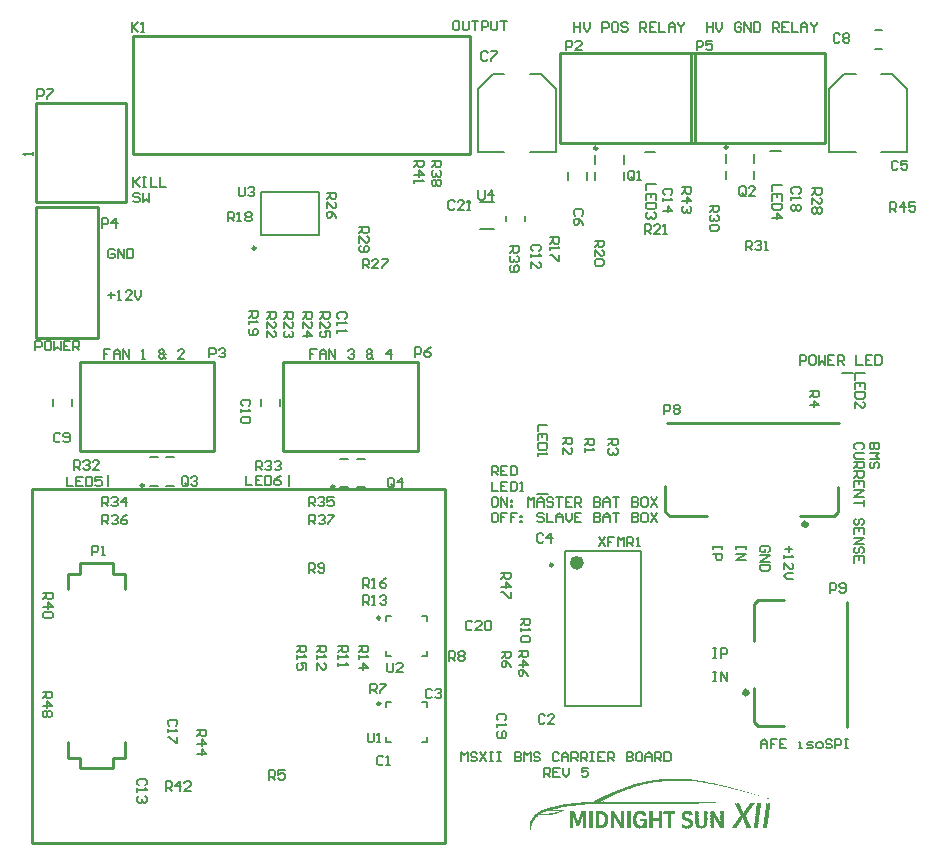
<source format=gto>
G04*
G04 #@! TF.GenerationSoftware,Altium Limited,Altium Designer,19.0.15 (446)*
G04*
G04 Layer_Color=65535*
%FSLAX25Y25*%
%MOIN*%
G70*
G01*
G75*
%ADD10C,0.01000*%
%ADD11C,0.00984*%
%ADD12C,0.01968*%
%ADD13C,0.02362*%
%ADD14C,0.00591*%
%ADD15C,0.00787*%
G36*
X216971Y21345D02*
X217330D01*
Y21273D01*
X217402D01*
Y21345D01*
X217474D01*
Y21273D01*
X217545D01*
Y21345D01*
X217617D01*
Y21273D01*
X217689D01*
Y21345D01*
X217760D01*
Y21273D01*
X217832D01*
Y21345D01*
X217904D01*
Y21273D01*
X218693D01*
Y21202D01*
X218765D01*
Y21273D01*
X218837D01*
Y21202D01*
X218909D01*
Y21273D01*
X218980D01*
Y21202D01*
X219196D01*
Y21130D01*
X219268D01*
Y21202D01*
X219339D01*
Y21130D01*
X219411D01*
Y21202D01*
X219483D01*
Y21130D01*
X220129D01*
Y21058D01*
X220200D01*
Y21130D01*
X220272D01*
Y21058D01*
X220344D01*
Y21130D01*
X220416D01*
Y21058D01*
X220487D01*
Y20986D01*
X220559D01*
Y21058D01*
X220631D01*
Y20986D01*
X220703D01*
Y21058D01*
X220775D01*
Y20986D01*
X221277D01*
Y20914D01*
X221349D01*
Y20986D01*
X221420D01*
Y20914D01*
X221492D01*
Y20843D01*
X221564D01*
Y20914D01*
X221636D01*
Y20843D01*
X221707D01*
Y20914D01*
X221779D01*
Y20843D01*
X222282D01*
Y20771D01*
X222353D01*
Y20843D01*
X222425D01*
Y20771D01*
X222497D01*
Y20699D01*
X222569D01*
Y20771D01*
X222640D01*
Y20699D01*
X222712D01*
Y20771D01*
X222784D01*
Y20699D01*
X223143D01*
Y20628D01*
X223214D01*
Y20699D01*
X223286D01*
Y20628D01*
X223501D01*
Y20556D01*
X224004D01*
Y20484D01*
X224076D01*
Y20556D01*
X224147D01*
Y20484D01*
X224219D01*
Y20412D01*
X224291D01*
Y20484D01*
X224363D01*
Y20412D01*
X224721D01*
Y20340D01*
X224793D01*
Y20412D01*
X224865D01*
Y20340D01*
X224937D01*
Y20269D01*
X225009D01*
Y20340D01*
X225080D01*
Y20269D01*
X225439D01*
Y20197D01*
X225511D01*
Y20269D01*
X225583D01*
Y20197D01*
X225654D01*
Y20125D01*
X225726D01*
Y20197D01*
X225798D01*
Y20125D01*
X225870D01*
Y20197D01*
X225941D01*
Y20125D01*
X226157D01*
Y20053D01*
X226228D01*
Y20125D01*
X226300D01*
Y20053D01*
X226372D01*
Y19982D01*
X226444D01*
Y20053D01*
X226516D01*
Y19982D01*
X226874D01*
Y19910D01*
X226946D01*
Y19982D01*
X227018D01*
Y19910D01*
X227090D01*
Y19838D01*
X227161D01*
Y19910D01*
X227233D01*
Y19838D01*
X227592D01*
Y19766D01*
X227664D01*
Y19838D01*
X227735D01*
Y19766D01*
X227807D01*
Y19695D01*
X228166D01*
Y19623D01*
X228238D01*
Y19695D01*
X228309D01*
Y19623D01*
X228381D01*
Y19551D01*
X228453D01*
Y19623D01*
X228525D01*
Y19551D01*
X228740D01*
Y19479D01*
X228812D01*
Y19551D01*
X228884D01*
Y19479D01*
X228955D01*
Y19408D01*
X229027D01*
Y19479D01*
X229099D01*
Y19408D01*
X229458D01*
Y19336D01*
X229530D01*
Y19408D01*
X229601D01*
Y19336D01*
X229673D01*
Y19264D01*
X230032D01*
Y19192D01*
X230247D01*
Y19120D01*
X230319D01*
Y19192D01*
X230391D01*
Y19120D01*
X230606D01*
Y19049D01*
X230678D01*
Y19120D01*
X230749D01*
Y19049D01*
X230821D01*
Y18977D01*
X230893D01*
Y19049D01*
X230965D01*
Y18977D01*
X231180D01*
Y18905D01*
X231252D01*
Y18977D01*
X231324D01*
Y18905D01*
X231395D01*
Y18833D01*
X231467D01*
Y18905D01*
X231539D01*
Y18833D01*
X231754D01*
Y18762D01*
X231826D01*
Y18833D01*
X231898D01*
Y18762D01*
X231969D01*
Y18690D01*
X232041D01*
Y18762D01*
X232113D01*
Y18690D01*
X232328D01*
Y18618D01*
X232400D01*
Y18690D01*
X232472D01*
Y18618D01*
X232543D01*
Y18546D01*
X232615D01*
Y18618D01*
X232687D01*
Y18546D01*
X232902D01*
Y18475D01*
X232974D01*
Y18546D01*
X233046D01*
Y18475D01*
X233118D01*
Y18403D01*
X233476D01*
Y18331D01*
X233548D01*
Y18259D01*
X233620D01*
Y18331D01*
X233692D01*
Y18259D01*
X234050D01*
Y18188D01*
X234266D01*
Y18116D01*
X234481D01*
Y18044D01*
X234553D01*
Y18116D01*
X234625D01*
Y18044D01*
X234696D01*
Y17972D01*
X235055D01*
Y17900D01*
X235271D01*
Y17829D01*
X235629D01*
Y17757D01*
X235701D01*
Y17685D01*
X235773D01*
Y17757D01*
X235845D01*
Y17685D01*
X236060D01*
Y17614D01*
X236132D01*
Y17685D01*
X236203D01*
Y17614D01*
X236275D01*
Y17542D01*
X236491D01*
Y17470D01*
X236562D01*
Y17542D01*
X236634D01*
Y17470D01*
X236706D01*
Y17398D01*
X236777D01*
Y17470D01*
X236849D01*
Y17398D01*
X237065D01*
Y17326D01*
X237280D01*
Y17255D01*
X237495D01*
Y17183D01*
X237567D01*
Y17255D01*
X237639D01*
Y17183D01*
X237710D01*
Y17111D01*
X237782D01*
Y17183D01*
X237854D01*
Y17111D01*
X238069D01*
Y17039D01*
X238141D01*
Y17111D01*
X238213D01*
Y17039D01*
X238284D01*
Y16968D01*
X238500D01*
Y16896D01*
X238572D01*
Y16968D01*
X238643D01*
Y16896D01*
X238715D01*
Y16824D01*
X239074D01*
Y16752D01*
X239146D01*
Y16681D01*
X239217D01*
Y16752D01*
X239289D01*
Y16681D01*
X239504D01*
Y16609D01*
X239720D01*
Y16537D01*
X240078D01*
Y16465D01*
X240294D01*
Y16394D01*
X240509D01*
Y16322D01*
X240581D01*
Y16394D01*
X240653D01*
Y16322D01*
X240724D01*
Y16250D01*
X240940D01*
Y16178D01*
X241011D01*
Y16250D01*
X241083D01*
Y16178D01*
X241155D01*
Y16106D01*
X241514D01*
Y16035D01*
X241585D01*
Y15963D01*
X241657D01*
Y16035D01*
X241729D01*
Y15963D01*
X241944D01*
Y15891D01*
X242160D01*
Y15819D01*
X242375D01*
Y15748D01*
X242447D01*
Y15819D01*
X242518D01*
Y15748D01*
X242590D01*
Y15676D01*
X242662D01*
Y15748D01*
X242734D01*
Y15676D01*
X242949D01*
Y15604D01*
X243164D01*
Y15532D01*
X243380D01*
Y15461D01*
X243595D01*
Y15389D01*
X243810D01*
Y15317D01*
X243882D01*
Y15389D01*
X243954D01*
Y15317D01*
X244025D01*
Y15245D01*
X244241D01*
Y15174D01*
X244313D01*
Y15102D01*
X244241D01*
Y15174D01*
X244025D01*
Y15245D01*
X243810D01*
Y15317D01*
X243738D01*
Y15245D01*
X243667D01*
Y15317D01*
X243595D01*
Y15389D01*
X243523D01*
Y15317D01*
X243451D01*
Y15389D01*
X243380D01*
Y15461D01*
X243308D01*
Y15389D01*
X243236D01*
Y15461D01*
X243021D01*
Y15532D01*
X242806D01*
Y15604D01*
X242590D01*
Y15676D01*
X242518D01*
Y15604D01*
X242447D01*
Y15676D01*
X242375D01*
Y15748D01*
X242016D01*
Y15819D01*
X241801D01*
Y15891D01*
X241585D01*
Y15963D01*
X241514D01*
Y15891D01*
X241442D01*
Y15963D01*
X241370D01*
Y16035D01*
X241299D01*
Y15963D01*
X241227D01*
Y16035D01*
X241011D01*
Y16106D01*
X240796D01*
Y16178D01*
X240437D01*
Y16250D01*
X240366D01*
Y16322D01*
X240294D01*
Y16250D01*
X240222D01*
Y16322D01*
X240007D01*
Y16394D01*
X239791D01*
Y16465D01*
X239576D01*
Y16537D01*
X239504D01*
Y16465D01*
X239433D01*
Y16537D01*
X239361D01*
Y16609D01*
X239289D01*
Y16537D01*
X239217D01*
Y16609D01*
X239002D01*
Y16681D01*
X238930D01*
Y16609D01*
X238859D01*
Y16681D01*
X238787D01*
Y16752D01*
X238428D01*
Y16824D01*
X238213D01*
Y16896D01*
X237998D01*
Y16968D01*
X237926D01*
Y16896D01*
X237854D01*
Y16968D01*
X237782D01*
Y17039D01*
X237710D01*
Y16968D01*
X237639D01*
Y17039D01*
X237280D01*
Y17111D01*
X237208D01*
Y17183D01*
X237136D01*
Y17111D01*
X237065D01*
Y17183D01*
X236849D01*
Y17255D01*
X236634D01*
Y17326D01*
X236562D01*
Y17255D01*
X236491D01*
Y17326D01*
X236275D01*
Y17398D01*
X236203D01*
Y17470D01*
X236132D01*
Y17398D01*
X236203D01*
Y17326D01*
X236132D01*
Y17398D01*
X236060D01*
Y17470D01*
X235701D01*
Y17542D01*
X235486D01*
Y17614D01*
X235127D01*
Y17685D01*
X235055D01*
Y17757D01*
X234983D01*
Y17685D01*
X235055D01*
Y17614D01*
X234983D01*
Y17685D01*
X234912D01*
Y17757D01*
X234553D01*
Y17829D01*
X234338D01*
Y17900D01*
X234122D01*
Y17972D01*
X234050D01*
Y17900D01*
X233979D01*
Y17972D01*
X233907D01*
Y18044D01*
X233835D01*
Y17972D01*
X233764D01*
Y18044D01*
X233405D01*
Y18116D01*
X233189D01*
Y18188D01*
X232831D01*
Y18259D01*
X232759D01*
Y18331D01*
X232687D01*
Y18259D01*
X232759D01*
Y18188D01*
X232687D01*
Y18259D01*
X232615D01*
Y18331D01*
X232257D01*
Y18403D01*
X232041D01*
Y18475D01*
X231969D01*
Y18403D01*
X231898D01*
Y18475D01*
X231682D01*
Y18546D01*
X231611D01*
Y18475D01*
X231539D01*
Y18546D01*
X231467D01*
Y18618D01*
X231108D01*
Y18690D01*
X231036D01*
Y18618D01*
X230965D01*
Y18690D01*
X230893D01*
Y18762D01*
X230821D01*
Y18690D01*
X230749D01*
Y18762D01*
X230391D01*
Y18833D01*
X230175D01*
Y18905D01*
X229817D01*
Y18977D01*
X229745D01*
Y18905D01*
X229673D01*
Y18977D01*
X229601D01*
Y19049D01*
X229530D01*
Y18977D01*
X229458D01*
Y19049D01*
X229242D01*
Y19120D01*
X229171D01*
Y19049D01*
X229099D01*
Y19120D01*
X229027D01*
Y19192D01*
X228955D01*
Y19120D01*
X229027D01*
Y19049D01*
X228955D01*
Y19120D01*
X228884D01*
Y19192D01*
X228525D01*
Y19264D01*
X228453D01*
Y19192D01*
X228381D01*
Y19264D01*
X228309D01*
Y19336D01*
X228238D01*
Y19264D01*
X228166D01*
Y19336D01*
X227807D01*
Y19408D01*
X227735D01*
Y19336D01*
X227664D01*
Y19408D01*
X227592D01*
Y19479D01*
X227520D01*
Y19408D01*
X227448D01*
Y19479D01*
X227090D01*
Y19551D01*
X226874D01*
Y19623D01*
X226802D01*
Y19551D01*
X226731D01*
Y19623D01*
X226372D01*
Y19695D01*
X226157D01*
Y19766D01*
X226085D01*
Y19695D01*
X226013D01*
Y19766D01*
X225654D01*
Y19838D01*
X225583D01*
Y19766D01*
X225511D01*
Y19838D01*
X225439D01*
Y19910D01*
X225367D01*
Y19838D01*
X225295D01*
Y19910D01*
X224937D01*
Y19982D01*
X224865D01*
Y19910D01*
X224793D01*
Y19982D01*
X224721D01*
Y20053D01*
X224650D01*
Y19982D01*
X224721D01*
Y19910D01*
X224650D01*
Y19982D01*
X224578D01*
Y20053D01*
X224506D01*
Y19982D01*
X224434D01*
Y20053D01*
X224076D01*
Y20125D01*
X224004D01*
Y20053D01*
X223932D01*
Y20125D01*
X223717D01*
Y20197D01*
X223645D01*
Y20125D01*
X223573D01*
Y20197D01*
X223214D01*
Y20269D01*
X223143D01*
Y20197D01*
X223071D01*
Y20269D01*
X222999D01*
Y20197D01*
X222927D01*
Y20269D01*
X222856D01*
Y20340D01*
X222784D01*
Y20269D01*
X222712D01*
Y20340D01*
X222640D01*
Y20269D01*
X222569D01*
Y20340D01*
X222210D01*
Y20412D01*
X222138D01*
Y20340D01*
X222066D01*
Y20412D01*
X221994D01*
Y20340D01*
X221923D01*
Y20412D01*
X221707D01*
Y20484D01*
X221636D01*
Y20412D01*
X221564D01*
Y20484D01*
X221061D01*
Y20556D01*
X220990D01*
Y20484D01*
X220918D01*
Y20556D01*
X220846D01*
Y20484D01*
X220775D01*
Y20556D01*
X220703D01*
Y20628D01*
X220631D01*
Y20556D01*
X220559D01*
Y20628D01*
X220487D01*
Y20556D01*
X220416D01*
Y20628D01*
X219626D01*
Y20699D01*
X219554D01*
Y20628D01*
X219483D01*
Y20699D01*
X219411D01*
Y20628D01*
X219339D01*
Y20699D01*
X219124D01*
Y20771D01*
X219052D01*
Y20699D01*
X218837D01*
Y20771D01*
X218765D01*
Y20699D01*
X218693D01*
Y20771D01*
X218622D01*
Y20699D01*
X218550D01*
Y20771D01*
X218478D01*
Y20699D01*
X218406D01*
Y20771D01*
X218335D01*
Y20699D01*
X218263D01*
Y20771D01*
X218191D01*
Y20699D01*
X218119D01*
Y20771D01*
X217904D01*
Y20699D01*
X217832D01*
Y20771D01*
X215321D01*
Y20699D01*
X215249D01*
Y20771D01*
X215034D01*
Y20699D01*
X214962D01*
Y20771D01*
X214890D01*
Y20699D01*
X214818D01*
Y20771D01*
X214746D01*
Y20699D01*
X214675D01*
Y20771D01*
X214603D01*
Y20699D01*
X214531D01*
Y20771D01*
X214459D01*
Y20699D01*
X214388D01*
Y20771D01*
X214316D01*
Y20699D01*
X214244D01*
Y20771D01*
X214172D01*
Y20699D01*
X214101D01*
Y20771D01*
X214029D01*
Y20699D01*
X213957D01*
Y20771D01*
X213885D01*
Y20699D01*
X213670D01*
Y20628D01*
X213598D01*
Y20699D01*
X213383D01*
Y20628D01*
X213311D01*
Y20699D01*
X213240D01*
Y20628D01*
X213168D01*
Y20699D01*
X213096D01*
Y20628D01*
X213024D01*
Y20699D01*
X212952D01*
Y20628D01*
X212881D01*
Y20699D01*
X212809D01*
Y20628D01*
X212737D01*
Y20699D01*
X212665D01*
Y20628D01*
X211733D01*
Y20556D01*
X211661D01*
Y20628D01*
X211589D01*
Y20556D01*
X211517D01*
Y20628D01*
X211445D01*
Y20556D01*
X211374D01*
Y20628D01*
X211302D01*
Y20556D01*
X211230D01*
Y20628D01*
X211158D01*
Y20556D01*
X211230D01*
Y20484D01*
X211158D01*
Y20556D01*
X211087D01*
Y20484D01*
X211015D01*
Y20556D01*
X210943D01*
Y20484D01*
X210871D01*
Y20556D01*
X210800D01*
Y20484D01*
X210154D01*
Y20412D01*
X210082D01*
Y20484D01*
X210010D01*
Y20412D01*
X209938D01*
Y20484D01*
X209867D01*
Y20412D01*
X209651D01*
Y20340D01*
X209580D01*
Y20412D01*
X209508D01*
Y20340D01*
X209436D01*
Y20412D01*
X209364D01*
Y20340D01*
X209293D01*
Y20412D01*
X209221D01*
Y20340D01*
X208718D01*
Y20269D01*
X208647D01*
Y20340D01*
X208575D01*
Y20269D01*
X208503D01*
Y20340D01*
X208431D01*
Y20269D01*
X208360D01*
Y20340D01*
X208288D01*
Y20269D01*
X208360D01*
Y20197D01*
X208288D01*
Y20269D01*
X208216D01*
Y20197D01*
X208144D01*
Y20269D01*
X208073D01*
Y20197D01*
X207570D01*
Y20125D01*
X207499D01*
Y20197D01*
X207427D01*
Y20125D01*
X207355D01*
Y20197D01*
X207283D01*
Y20125D01*
X207211D01*
Y20053D01*
X207140D01*
Y20125D01*
X207068D01*
Y20053D01*
X206996D01*
Y20125D01*
X206924D01*
Y20053D01*
X206566D01*
Y19982D01*
X206494D01*
Y20053D01*
X206422D01*
Y19982D01*
X206350D01*
Y19910D01*
X206278D01*
Y19982D01*
X206207D01*
Y19910D01*
X205848D01*
Y19838D01*
X205776D01*
Y19910D01*
X205704D01*
Y19838D01*
X205633D01*
Y19910D01*
X205561D01*
Y19838D01*
X205489D01*
Y19766D01*
X205417D01*
Y19838D01*
X205346D01*
Y19766D01*
X204987D01*
Y19695D01*
X204915D01*
Y19766D01*
X204843D01*
Y19695D01*
X204915D01*
Y19623D01*
X204843D01*
Y19695D01*
X204771D01*
Y19623D01*
X204700D01*
Y19695D01*
X204628D01*
Y19623D01*
X204413D01*
Y19551D01*
X204341D01*
Y19623D01*
X204269D01*
Y19551D01*
X204197D01*
Y19479D01*
X204126D01*
Y19551D01*
X204054D01*
Y19479D01*
X203695D01*
Y19408D01*
X203623D01*
Y19336D01*
X203552D01*
Y19408D01*
X203480D01*
Y19336D01*
X203264D01*
Y19264D01*
X203049D01*
Y19192D01*
X202977D01*
Y19264D01*
X202906D01*
Y19192D01*
X202690D01*
Y19120D01*
X202619D01*
Y19192D01*
X202547D01*
Y19120D01*
X202619D01*
Y19049D01*
X202547D01*
Y19120D01*
X202475D01*
Y19049D01*
X202260D01*
Y18977D01*
X202188D01*
Y19049D01*
X202116D01*
Y18977D01*
X202045D01*
Y18905D01*
X201686D01*
Y18833D01*
X201614D01*
Y18762D01*
X201399D01*
Y18690D01*
X201327D01*
Y18762D01*
X201255D01*
Y18690D01*
X201183D01*
Y18618D01*
X200825D01*
Y18546D01*
X200753D01*
Y18475D01*
X200394D01*
Y18403D01*
X200322D01*
Y18331D01*
X199963D01*
Y18259D01*
X199892D01*
Y18188D01*
X199676D01*
Y18116D01*
X199605D01*
Y18188D01*
X199533D01*
Y18116D01*
X199461D01*
Y18044D01*
X199246D01*
Y17972D01*
X199174D01*
Y18044D01*
X199102D01*
Y17972D01*
X199174D01*
Y17900D01*
X199102D01*
Y17972D01*
X199030D01*
Y17900D01*
X198815D01*
Y17829D01*
X198743D01*
Y17757D01*
X198672D01*
Y17829D01*
X198600D01*
Y17757D01*
X198385D01*
Y17685D01*
X198313D01*
Y17614D01*
X198098D01*
Y17542D01*
X197882D01*
Y17470D01*
X197667D01*
Y17398D01*
X197595D01*
Y17326D01*
X197380D01*
Y17255D01*
X197308D01*
Y17326D01*
X197237D01*
Y17255D01*
X197165D01*
Y17183D01*
X196949D01*
Y17111D01*
X196878D01*
Y17039D01*
X196806D01*
Y17111D01*
X196734D01*
Y17039D01*
X196662D01*
Y16968D01*
X196447D01*
Y16896D01*
X196232D01*
Y16824D01*
X196160D01*
Y16752D01*
X195945D01*
Y16681D01*
X195873D01*
Y16752D01*
X195801D01*
Y16681D01*
X195729D01*
Y16609D01*
X195514D01*
Y16537D01*
X195442D01*
Y16465D01*
X195227D01*
Y16394D01*
X195155D01*
Y16322D01*
X194940D01*
Y16250D01*
X194868D01*
Y16322D01*
X194797D01*
Y16250D01*
X194868D01*
Y16178D01*
X194797D01*
Y16250D01*
X194725D01*
Y16178D01*
X194653D01*
Y16106D01*
X194438D01*
Y16035D01*
X194222D01*
Y15963D01*
X194151D01*
Y15891D01*
X194079D01*
Y15819D01*
X194007D01*
Y15891D01*
X193935D01*
Y15819D01*
X193864D01*
Y15748D01*
X193648D01*
Y15676D01*
X193577D01*
Y15604D01*
X193361D01*
Y15532D01*
X193290D01*
Y15461D01*
X193074D01*
Y15389D01*
X193002D01*
Y15317D01*
X192787D01*
Y15245D01*
X192716D01*
Y15174D01*
X192500D01*
Y15102D01*
X192428D01*
Y15030D01*
X192213D01*
Y14958D01*
X192141D01*
Y14886D01*
X191926D01*
Y14815D01*
X191854D01*
Y14743D01*
X191639D01*
Y14671D01*
X191567D01*
Y14599D01*
X191352D01*
Y14528D01*
X191280D01*
Y14456D01*
X191065D01*
Y14384D01*
X190993D01*
Y14312D01*
X190778D01*
Y14241D01*
X190706D01*
Y14169D01*
X190491D01*
Y14097D01*
X190419D01*
Y14025D01*
X190204D01*
Y13954D01*
X190132D01*
Y13882D01*
X190060D01*
Y13810D01*
X190132D01*
Y13738D01*
X190204D01*
Y13667D01*
X190276D01*
Y13738D01*
X190634D01*
Y13810D01*
X190706D01*
Y13738D01*
X190778D01*
Y13667D01*
X190850D01*
Y13738D01*
X190921D01*
Y13810D01*
X190993D01*
Y13738D01*
X191208D01*
Y13810D01*
X191280D01*
Y13738D01*
X191352D01*
Y13667D01*
X191424D01*
Y13738D01*
X191639D01*
Y13667D01*
X191711D01*
Y13738D01*
X191926D01*
Y13667D01*
X191998D01*
Y13738D01*
X192070D01*
Y13667D01*
X192141D01*
Y13738D01*
X192213D01*
Y13667D01*
X192285D01*
Y13738D01*
X192500D01*
Y13667D01*
X192572D01*
Y13738D01*
X192644D01*
Y13667D01*
X192716D01*
Y13738D01*
X192787D01*
Y13667D01*
X192859D01*
Y13738D01*
X192931D01*
Y13667D01*
X193002D01*
Y13738D01*
X193074D01*
Y13667D01*
X193146D01*
Y13738D01*
X193218D01*
Y13667D01*
X193290D01*
Y13738D01*
X193361D01*
Y13667D01*
X193433D01*
Y13738D01*
X193505D01*
Y13667D01*
X193577D01*
Y13738D01*
X193648D01*
Y13667D01*
X193720D01*
Y13738D01*
X193792D01*
Y13667D01*
X193864D01*
Y13738D01*
X193935D01*
Y13667D01*
X194007D01*
Y13738D01*
X194079D01*
Y13667D01*
X194151D01*
Y13738D01*
X194222D01*
Y13667D01*
X194294D01*
Y13738D01*
X194366D01*
Y13667D01*
X194438D01*
Y13738D01*
X194509D01*
Y13667D01*
X194581D01*
Y13738D01*
X194653D01*
Y13667D01*
X194725D01*
Y13738D01*
X194797D01*
Y13667D01*
X194868D01*
Y13738D01*
X194940D01*
Y13667D01*
X195012D01*
Y13738D01*
X195084D01*
Y13667D01*
X195299D01*
Y13738D01*
X195371D01*
Y13667D01*
X195586D01*
Y13738D01*
X195658D01*
Y13667D01*
X195873D01*
Y13738D01*
X195945D01*
Y13667D01*
X200896D01*
Y13595D01*
X200968D01*
Y13667D01*
X201040D01*
Y13595D01*
X201112D01*
Y13667D01*
X201183D01*
Y13595D01*
X201255D01*
Y13667D01*
X201327D01*
Y13595D01*
X201399D01*
Y13667D01*
X201470D01*
Y13595D01*
X201542D01*
Y13667D01*
X201614D01*
Y13595D01*
X201686D01*
Y13667D01*
X201901D01*
Y13595D01*
X201973D01*
Y13667D01*
X202045D01*
Y13595D01*
X202116D01*
Y13667D01*
X202188D01*
Y13595D01*
X202260D01*
Y13667D01*
X202332D01*
Y13595D01*
X202403D01*
Y13667D01*
X202475D01*
Y13595D01*
X202547D01*
Y13667D01*
X202619D01*
Y13595D01*
X202690D01*
Y13667D01*
X202762D01*
Y13595D01*
X202834D01*
Y13667D01*
X202906D01*
Y13595D01*
X202977D01*
Y13667D01*
X203049D01*
Y13595D01*
X203121D01*
Y13667D01*
X203193D01*
Y13595D01*
X203264D01*
Y13667D01*
X203336D01*
Y13595D01*
X203408D01*
Y13667D01*
X203480D01*
Y13595D01*
X203552D01*
Y13667D01*
X203623D01*
Y13595D01*
X203695D01*
Y13667D01*
X203767D01*
Y13595D01*
X203839D01*
Y13667D01*
X203910D01*
Y13595D01*
X203982D01*
Y13667D01*
X204054D01*
Y13595D01*
X204126D01*
Y13667D01*
X204197D01*
Y13595D01*
X204269D01*
Y13667D01*
X204341D01*
Y13595D01*
X204413D01*
Y13667D01*
X204485D01*
Y13595D01*
X204556D01*
Y13667D01*
X204628D01*
Y13595D01*
X204700D01*
Y13667D01*
X204771D01*
Y13595D01*
X204843D01*
Y13667D01*
X204915D01*
Y13595D01*
X205130D01*
Y13667D01*
X205202D01*
Y13595D01*
X205417D01*
Y13667D01*
X205489D01*
Y13595D01*
X205704D01*
Y13667D01*
X205776D01*
Y13595D01*
X205992D01*
Y13667D01*
X206063D01*
Y13595D01*
X206278D01*
Y13667D01*
X206350D01*
Y13595D01*
X206566D01*
Y13667D01*
X206637D01*
Y13595D01*
X206853D01*
Y13667D01*
X206924D01*
Y13595D01*
X207140D01*
Y13667D01*
X207211D01*
Y13595D01*
X207427D01*
Y13667D01*
X207499D01*
Y13595D01*
X207714D01*
Y13667D01*
X207786D01*
Y13595D01*
X208001D01*
Y13667D01*
X208073D01*
Y13595D01*
X208288D01*
Y13667D01*
X208360D01*
Y13595D01*
X208431D01*
Y13667D01*
X208503D01*
Y13595D01*
X208575D01*
Y13667D01*
X208647D01*
Y13595D01*
X208718D01*
Y13667D01*
X208790D01*
Y13595D01*
X208862D01*
Y13667D01*
X208934D01*
Y13595D01*
X209005D01*
Y13667D01*
X209077D01*
Y13595D01*
X209149D01*
Y13667D01*
X209221D01*
Y13595D01*
X209293D01*
Y13667D01*
X209364D01*
Y13595D01*
X209436D01*
Y13667D01*
X209508D01*
Y13595D01*
X209580D01*
Y13667D01*
X209651D01*
Y13595D01*
X209723D01*
Y13667D01*
X209795D01*
Y13595D01*
X209867D01*
Y13667D01*
X209938D01*
Y13595D01*
X210010D01*
Y13667D01*
X210082D01*
Y13595D01*
X210154D01*
Y13667D01*
X210225D01*
Y13595D01*
X210297D01*
Y13667D01*
X210369D01*
Y13595D01*
X210441D01*
Y13667D01*
X210512D01*
Y13595D01*
X210584D01*
Y13667D01*
X210656D01*
Y13595D01*
X210728D01*
Y13667D01*
X210800D01*
Y13595D01*
X210871D01*
Y13667D01*
X210943D01*
Y13595D01*
X211015D01*
Y13667D01*
X211087D01*
Y13595D01*
X211158D01*
Y13667D01*
X211230D01*
Y13595D01*
X211302D01*
Y13667D01*
X211374D01*
Y13595D01*
X211445D01*
Y13667D01*
X211517D01*
Y13595D01*
X211589D01*
Y13667D01*
X211661D01*
Y13595D01*
X211733D01*
Y13667D01*
X211804D01*
Y13595D01*
X211876D01*
Y13667D01*
X211948D01*
Y13595D01*
X212019D01*
Y13667D01*
X212091D01*
Y13595D01*
X212163D01*
Y13667D01*
X212235D01*
Y13595D01*
X212307D01*
Y13667D01*
X212378D01*
Y13595D01*
X212450D01*
Y13667D01*
X212522D01*
Y13595D01*
X212594D01*
Y13667D01*
X212665D01*
Y13595D01*
X212737D01*
Y13667D01*
X212809D01*
Y13595D01*
X212881D01*
Y13667D01*
X212952D01*
Y13595D01*
X213024D01*
Y13667D01*
X213096D01*
Y13595D01*
X213168D01*
Y13667D01*
X213240D01*
Y13595D01*
X213311D01*
Y13667D01*
X213383D01*
Y13595D01*
X213455D01*
Y13667D01*
X213527D01*
Y13595D01*
X213598D01*
Y13667D01*
X213670D01*
Y13595D01*
X213742D01*
Y13667D01*
X213814D01*
Y13595D01*
X213885D01*
Y13667D01*
X213957D01*
Y13595D01*
X214029D01*
Y13667D01*
X214101D01*
Y13595D01*
X214172D01*
Y13667D01*
X214244D01*
Y13595D01*
X214316D01*
Y13667D01*
X214388D01*
Y13595D01*
X214459D01*
Y13667D01*
X214531D01*
Y13595D01*
X214603D01*
Y13667D01*
X214675D01*
Y13595D01*
X214746D01*
Y13667D01*
X214818D01*
Y13595D01*
X214890D01*
Y13667D01*
X214962D01*
Y13595D01*
X215034D01*
Y13667D01*
X215105D01*
Y13595D01*
X215177D01*
Y13667D01*
X215249D01*
Y13595D01*
X215321D01*
Y13667D01*
X215392D01*
Y13595D01*
X215464D01*
Y13667D01*
X215536D01*
Y13595D01*
X215608D01*
Y13667D01*
X215679D01*
Y13595D01*
X215751D01*
Y13667D01*
X215823D01*
Y13595D01*
X215895D01*
Y13667D01*
X215966D01*
Y13595D01*
X216038D01*
Y13667D01*
X216110D01*
Y13595D01*
X216182D01*
Y13667D01*
X216253D01*
Y13595D01*
X216325D01*
Y13667D01*
X216397D01*
Y13595D01*
X216469D01*
Y13667D01*
X216541D01*
Y13595D01*
X216612D01*
Y13667D01*
X216684D01*
Y13595D01*
X216756D01*
Y13667D01*
X216828D01*
Y13595D01*
X216899D01*
Y13667D01*
X216971D01*
Y13595D01*
X217043D01*
Y13667D01*
X217115D01*
Y13595D01*
X217186D01*
Y13667D01*
X217258D01*
Y13595D01*
X217330D01*
Y13667D01*
X217402D01*
Y13595D01*
X217474D01*
Y13667D01*
X217545D01*
Y13595D01*
X217617D01*
Y13667D01*
X217689D01*
Y13595D01*
X217760D01*
Y13667D01*
X217832D01*
Y13595D01*
X217904D01*
Y13667D01*
X217976D01*
Y13595D01*
X218047D01*
Y13667D01*
X218119D01*
Y13595D01*
X218191D01*
Y13667D01*
X218263D01*
Y13595D01*
X218335D01*
Y13667D01*
X218406D01*
Y13595D01*
X218478D01*
Y13667D01*
X218550D01*
Y13595D01*
X218622D01*
Y13667D01*
X218693D01*
Y13595D01*
X218765D01*
Y13667D01*
X218837D01*
Y13595D01*
X218909D01*
Y13667D01*
X218980D01*
Y13595D01*
X219052D01*
Y13667D01*
X219124D01*
Y13595D01*
X219196D01*
Y13667D01*
X219268D01*
Y13595D01*
X219339D01*
Y13667D01*
X219411D01*
Y13595D01*
X219483D01*
Y13667D01*
X219554D01*
Y13595D01*
X219626D01*
Y13667D01*
X219698D01*
Y13595D01*
X219770D01*
Y13667D01*
X219842D01*
Y13595D01*
X219913D01*
Y13667D01*
X219985D01*
Y13595D01*
X220057D01*
Y13667D01*
X220129D01*
Y13595D01*
X220200D01*
Y13667D01*
X220272D01*
Y13595D01*
X220344D01*
Y13667D01*
X220416D01*
Y13595D01*
X220631D01*
Y13667D01*
X220703D01*
Y13595D01*
X220918D01*
Y13667D01*
X220990D01*
Y13595D01*
X221061D01*
Y13523D01*
X221133D01*
Y13595D01*
X221349D01*
Y13523D01*
X221420D01*
Y13595D01*
X221492D01*
Y13523D01*
X221564D01*
Y13595D01*
X221636D01*
Y13523D01*
X221707D01*
Y13595D01*
X221779D01*
Y13523D01*
X221851D01*
Y13595D01*
X221923D01*
Y13523D01*
X221994D01*
Y13595D01*
X222066D01*
Y13523D01*
X222138D01*
Y13595D01*
X222210D01*
Y13523D01*
X222282D01*
Y13595D01*
X222353D01*
Y13523D01*
X222425D01*
Y13595D01*
X222497D01*
Y13523D01*
X222569D01*
Y13595D01*
X222640D01*
Y13523D01*
X222712D01*
Y13595D01*
X222784D01*
Y13523D01*
X222856D01*
Y13595D01*
X222927D01*
Y13523D01*
X222999D01*
Y13595D01*
X223071D01*
Y13523D01*
X223143D01*
Y13595D01*
X223358D01*
Y13523D01*
X223430D01*
Y13595D01*
X223645D01*
Y13523D01*
X223717D01*
Y13595D01*
X223932D01*
Y13523D01*
X224004D01*
Y13595D01*
X224219D01*
Y13523D01*
X224291D01*
Y13595D01*
X224363D01*
Y13523D01*
X224434D01*
Y13595D01*
X224506D01*
Y13523D01*
X224578D01*
Y13595D01*
X224793D01*
Y13523D01*
X224865D01*
Y13595D01*
X225080D01*
Y13523D01*
X225152D01*
Y13595D01*
X225224D01*
Y13667D01*
X225295D01*
Y13595D01*
X225511D01*
Y13667D01*
X225583D01*
Y13595D01*
X225798D01*
Y13667D01*
X225870D01*
Y13595D01*
X226085D01*
Y13667D01*
X226157D01*
Y13595D01*
X226372D01*
Y13667D01*
X226444D01*
Y13595D01*
X226659D01*
Y13667D01*
X226731D01*
Y13595D01*
X226946D01*
Y13667D01*
X227018D01*
Y13595D01*
X227090D01*
Y13667D01*
X227161D01*
Y13595D01*
X227233D01*
Y13667D01*
X227305D01*
Y13595D01*
X227377D01*
Y13667D01*
X227448D01*
Y13595D01*
X227520D01*
Y13667D01*
X227592D01*
Y13595D01*
X227664D01*
Y13667D01*
X227735D01*
Y13595D01*
X227807D01*
Y13667D01*
X227879D01*
Y13595D01*
X227951D01*
Y13667D01*
X228023D01*
Y13595D01*
X228094D01*
Y13667D01*
X229745D01*
Y13595D01*
X228955D01*
Y13523D01*
X228884D01*
Y13595D01*
X228812D01*
Y13523D01*
X228740D01*
Y13595D01*
X228668D01*
Y13523D01*
X228597D01*
Y13595D01*
X228525D01*
Y13523D01*
X228309D01*
Y13451D01*
X228238D01*
Y13523D01*
X228166D01*
Y13451D01*
X228094D01*
Y13523D01*
X228023D01*
Y13451D01*
X227951D01*
Y13523D01*
X227879D01*
Y13451D01*
X227807D01*
Y13523D01*
X227735D01*
Y13451D01*
X226946D01*
Y13379D01*
X226874D01*
Y13451D01*
X226802D01*
Y13379D01*
X226731D01*
Y13451D01*
X226659D01*
Y13379D01*
X226587D01*
Y13451D01*
X226516D01*
Y13379D01*
X226444D01*
Y13451D01*
X226372D01*
Y13379D01*
X226157D01*
Y13308D01*
X226085D01*
Y13379D01*
X226013D01*
Y13308D01*
X225941D01*
Y13379D01*
X225870D01*
Y13308D01*
X225798D01*
Y13379D01*
X225726D01*
Y13308D01*
X224793D01*
Y13236D01*
X224721D01*
Y13308D01*
X224650D01*
Y13236D01*
X224578D01*
Y13308D01*
X224506D01*
Y13236D01*
X224291D01*
Y13308D01*
X224219D01*
Y13236D01*
X224004D01*
Y13164D01*
X223932D01*
Y13236D01*
X223860D01*
Y13164D01*
X223788D01*
Y13236D01*
X223717D01*
Y13164D01*
X223645D01*
Y13236D01*
X223573D01*
Y13164D01*
X223501D01*
Y13236D01*
X223430D01*
Y13164D01*
X222353D01*
Y13092D01*
X222282D01*
Y13164D01*
X222210D01*
Y13092D01*
X222138D01*
Y13164D01*
X222066D01*
Y13092D01*
X221994D01*
Y13164D01*
X221923D01*
Y13092D01*
X221851D01*
Y13164D01*
X221779D01*
Y13092D01*
X221851D01*
Y13021D01*
X221779D01*
Y13092D01*
X221564D01*
Y13021D01*
X221492D01*
Y13092D01*
X221420D01*
Y13021D01*
X221349D01*
Y13092D01*
X221277D01*
Y13021D01*
X221205D01*
Y13092D01*
X221133D01*
Y13021D01*
X221061D01*
Y13092D01*
X220990D01*
Y13021D01*
X220918D01*
Y13092D01*
X220846D01*
Y13021D01*
X219339D01*
Y12949D01*
X219268D01*
Y13021D01*
X219052D01*
Y12949D01*
X218980D01*
Y13021D01*
X218909D01*
Y12949D01*
X218837D01*
Y13021D01*
X218765D01*
Y12949D01*
X218693D01*
Y13021D01*
X218622D01*
Y12949D01*
X218550D01*
Y13021D01*
X218478D01*
Y12949D01*
X218406D01*
Y13021D01*
X218335D01*
Y12949D01*
X218263D01*
Y13021D01*
X218191D01*
Y12949D01*
X218119D01*
Y13021D01*
X218047D01*
Y12949D01*
X217976D01*
Y13021D01*
X217904D01*
Y12949D01*
X217689D01*
Y13021D01*
X217617D01*
Y12949D01*
X217402D01*
Y12877D01*
X217330D01*
Y12949D01*
X216971D01*
Y12877D01*
X216899D01*
Y12949D01*
X216828D01*
Y12877D01*
X216756D01*
Y12949D01*
X216684D01*
Y12877D01*
X216612D01*
Y12949D01*
X216541D01*
Y12877D01*
X216469D01*
Y12949D01*
X216397D01*
Y12877D01*
X216325D01*
Y12949D01*
X216253D01*
Y12877D01*
X216182D01*
Y12949D01*
X216110D01*
Y12877D01*
X216038D01*
Y12949D01*
X215966D01*
Y12877D01*
X215895D01*
Y12949D01*
X215823D01*
Y12877D01*
X215751D01*
Y12949D01*
X215679D01*
Y12877D01*
X215608D01*
Y12949D01*
X215536D01*
Y12877D01*
X215464D01*
Y12949D01*
X215392D01*
Y12877D01*
X215321D01*
Y12949D01*
X215249D01*
Y12877D01*
X215177D01*
Y12949D01*
X215105D01*
Y12877D01*
X215034D01*
Y12949D01*
X214962D01*
Y12877D01*
X214890D01*
Y12949D01*
X214818D01*
Y12877D01*
X214746D01*
Y12949D01*
X214675D01*
Y12877D01*
X214603D01*
Y12949D01*
X214531D01*
Y12877D01*
X214459D01*
Y12949D01*
X214388D01*
Y12877D01*
X214316D01*
Y12949D01*
X214244D01*
Y12877D01*
X214172D01*
Y12949D01*
X214101D01*
Y12877D01*
X214029D01*
Y12949D01*
X213957D01*
Y12877D01*
X213885D01*
Y12949D01*
X213814D01*
Y12877D01*
X213742D01*
Y12949D01*
X213670D01*
Y12877D01*
X213598D01*
Y12949D01*
X213527D01*
Y12877D01*
X213455D01*
Y12949D01*
X213383D01*
Y12877D01*
X213024D01*
Y12949D01*
X212952D01*
Y12877D01*
X212450D01*
Y12949D01*
X212378D01*
Y12877D01*
X202116D01*
Y12949D01*
X202045D01*
Y12877D01*
X201542D01*
Y12949D01*
X201470D01*
Y12877D01*
X200968D01*
Y12949D01*
X200896D01*
Y12877D01*
X200681D01*
Y12949D01*
X200609D01*
Y12877D01*
X200537D01*
Y12949D01*
X200466D01*
Y12877D01*
X200394D01*
Y12949D01*
X200322D01*
Y12877D01*
X200251D01*
Y12949D01*
X200179D01*
Y12877D01*
X200107D01*
Y12949D01*
X200035D01*
Y12877D01*
X199963D01*
Y12949D01*
X199892D01*
Y12877D01*
X199820D01*
Y12949D01*
X199748D01*
Y12877D01*
X199676D01*
Y12949D01*
X199605D01*
Y12877D01*
X199533D01*
Y12949D01*
X199461D01*
Y12877D01*
X199389D01*
Y12949D01*
X199318D01*
Y12877D01*
X199246D01*
Y12949D01*
X199174D01*
Y12877D01*
X199102D01*
Y12949D01*
X199030D01*
Y12877D01*
X198959D01*
Y12949D01*
X198887D01*
Y12877D01*
X198815D01*
Y12949D01*
X198743D01*
Y12877D01*
X198672D01*
Y12949D01*
X198600D01*
Y12877D01*
X198528D01*
Y12949D01*
X198456D01*
Y12877D01*
X198385D01*
Y12949D01*
X198313D01*
Y12877D01*
X198241D01*
Y12949D01*
X198169D01*
Y12877D01*
X198098D01*
Y12949D01*
X198026D01*
Y12877D01*
X197954D01*
Y12949D01*
X197882D01*
Y12877D01*
X197811D01*
Y12949D01*
X197739D01*
Y12877D01*
X197667D01*
Y12949D01*
X197595D01*
Y12877D01*
X197523D01*
Y12949D01*
X197308D01*
Y12877D01*
X197237D01*
Y12949D01*
X197165D01*
Y12877D01*
X197093D01*
Y12949D01*
X197021D01*
Y12877D01*
X196949D01*
Y12949D01*
X196734D01*
Y12877D01*
X196662D01*
Y12949D01*
X196160D01*
Y12877D01*
X196088D01*
Y12949D01*
X195873D01*
Y13021D01*
X195801D01*
Y12949D01*
X195586D01*
Y13021D01*
X195514D01*
Y12949D01*
X195299D01*
Y13021D01*
X195227D01*
Y12949D01*
X195012D01*
Y13021D01*
X194940D01*
Y12949D01*
X194725D01*
Y13021D01*
X194653D01*
Y12949D01*
X194581D01*
Y13021D01*
X194509D01*
Y12949D01*
X194438D01*
Y13021D01*
X194366D01*
Y12949D01*
X194294D01*
Y13021D01*
X194222D01*
Y12949D01*
X194151D01*
Y13021D01*
X194079D01*
Y12949D01*
X194007D01*
Y13021D01*
X193935D01*
Y12949D01*
X193864D01*
Y13021D01*
X193792D01*
Y12949D01*
X193720D01*
Y13021D01*
X193648D01*
Y12949D01*
X193577D01*
Y13021D01*
X193505D01*
Y12949D01*
X193433D01*
Y13021D01*
X193361D01*
Y12949D01*
X193290D01*
Y13021D01*
X193218D01*
Y12949D01*
X193146D01*
Y13021D01*
X193074D01*
Y12949D01*
X193002D01*
Y13021D01*
X192931D01*
Y12949D01*
X192859D01*
Y13021D01*
X192787D01*
Y12949D01*
X192716D01*
Y13021D01*
X192644D01*
Y12949D01*
X192572D01*
Y13021D01*
X192500D01*
Y12949D01*
X192428D01*
Y13021D01*
X192357D01*
Y12949D01*
X192285D01*
Y13021D01*
X192070D01*
Y12949D01*
X191998D01*
Y13021D01*
X191783D01*
Y12949D01*
X191711D01*
Y13021D01*
X191496D01*
Y12949D01*
X191424D01*
Y13021D01*
X191208D01*
Y12949D01*
X191137D01*
Y13021D01*
X190921D01*
Y12949D01*
X190850D01*
Y13021D01*
X190634D01*
Y12949D01*
X190563D01*
Y13021D01*
X190491D01*
Y12949D01*
X190419D01*
Y13021D01*
X190347D01*
Y12949D01*
X190276D01*
Y13021D01*
X190204D01*
Y12949D01*
X190132D01*
Y13021D01*
X190060D01*
Y12949D01*
X189989D01*
Y13021D01*
X189917D01*
Y12949D01*
X189845D01*
Y13021D01*
X189773D01*
Y12949D01*
X189701D01*
Y13021D01*
X189630D01*
Y12949D01*
X189558D01*
Y13021D01*
X189486D01*
Y12949D01*
X189414D01*
Y13021D01*
X189343D01*
Y12949D01*
X189271D01*
Y13021D01*
X189199D01*
Y12949D01*
X189127D01*
Y13021D01*
X189056D01*
Y12949D01*
X188984D01*
Y13021D01*
X188912D01*
Y12949D01*
X188840D01*
Y13021D01*
X188768D01*
Y12949D01*
X188697D01*
Y13021D01*
X188625D01*
Y12949D01*
X188410D01*
Y13021D01*
X188338D01*
Y12949D01*
X188123D01*
Y13021D01*
X188051D01*
Y12949D01*
X187549D01*
Y12877D01*
X187477D01*
Y12949D01*
X187405D01*
Y12877D01*
X187333D01*
Y12949D01*
X187261D01*
Y12877D01*
X187190D01*
Y12949D01*
X187118D01*
Y12877D01*
X187046D01*
Y12949D01*
X186975D01*
Y12877D01*
X186903D01*
Y12949D01*
X186831D01*
Y12877D01*
X186759D01*
Y12949D01*
X186687D01*
Y12877D01*
X186616D01*
Y12949D01*
X186544D01*
Y12877D01*
X185324D01*
Y12805D01*
X185252D01*
Y12877D01*
X185180D01*
Y12805D01*
X185109D01*
Y12877D01*
X185037D01*
Y12805D01*
X184965D01*
Y12877D01*
X184893D01*
Y12805D01*
X184822D01*
Y12877D01*
X184750D01*
Y12805D01*
X184822D01*
Y12734D01*
X184750D01*
Y12805D01*
X184535D01*
Y12734D01*
X184463D01*
Y12805D01*
X184391D01*
Y12734D01*
X183458D01*
Y12662D01*
X183386D01*
Y12734D01*
X183315D01*
Y12662D01*
X183243D01*
Y12734D01*
X183171D01*
Y12662D01*
X182956D01*
Y12590D01*
X182884D01*
Y12662D01*
X182812D01*
Y12590D01*
X182740D01*
Y12662D01*
X182669D01*
Y12590D01*
X182597D01*
Y12662D01*
X182525D01*
Y12590D01*
X181879D01*
Y12518D01*
X181808D01*
Y12590D01*
X181736D01*
Y12518D01*
X181664D01*
Y12590D01*
X181592D01*
Y12518D01*
X181664D01*
Y12447D01*
X181592D01*
Y12518D01*
X181520D01*
Y12447D01*
X181449D01*
Y12518D01*
X181377D01*
Y12447D01*
X181305D01*
Y12518D01*
X181234D01*
Y12447D01*
X180731D01*
Y12375D01*
X180659D01*
Y12447D01*
X180588D01*
Y12375D01*
X180372D01*
Y12303D01*
X180301D01*
Y12375D01*
X180229D01*
Y12303D01*
X180157D01*
Y12375D01*
X180085D01*
Y12303D01*
X179583D01*
Y12231D01*
X179511D01*
Y12303D01*
X179439D01*
Y12231D01*
X179368D01*
Y12303D01*
X179296D01*
Y12231D01*
X179368D01*
Y12160D01*
X179296D01*
Y12231D01*
X179224D01*
Y12160D01*
X179152D01*
Y12231D01*
X179081D01*
Y12160D01*
X178578D01*
Y12088D01*
X178363D01*
Y12016D01*
X178291D01*
Y12088D01*
X178219D01*
Y12016D01*
X178148D01*
Y12088D01*
X178076D01*
Y12016D01*
X177717D01*
Y11944D01*
X177645D01*
Y12016D01*
X177574D01*
Y11944D01*
X177502D01*
Y11873D01*
X177430D01*
Y11944D01*
X177358D01*
Y11873D01*
X176999D01*
Y11801D01*
X176928D01*
Y11873D01*
X176856D01*
Y11801D01*
X176641D01*
Y11729D01*
X176282D01*
Y11657D01*
X176210D01*
Y11729D01*
X176138D01*
Y11657D01*
X176067D01*
Y11585D01*
X175995D01*
Y11657D01*
X175923D01*
Y11585D01*
X175708D01*
Y11514D01*
X175636D01*
Y11585D01*
X175564D01*
Y11514D01*
X175493D01*
Y11585D01*
X175421D01*
Y11514D01*
X175349D01*
Y11442D01*
X174990D01*
Y11370D01*
X174918D01*
Y11442D01*
X174847D01*
Y11370D01*
X174775D01*
Y11298D01*
X174703D01*
Y11370D01*
X174631D01*
Y11298D01*
X174416D01*
Y11227D01*
X174344D01*
Y11298D01*
X174273D01*
Y11227D01*
X174201D01*
Y11155D01*
X174129D01*
Y11227D01*
X174057D01*
Y11155D01*
X173842D01*
Y11083D01*
X173627D01*
Y11011D01*
X173555D01*
Y11083D01*
X173483D01*
Y11011D01*
X173411D01*
Y10940D01*
X175062D01*
Y10868D01*
X175134D01*
Y10940D01*
X175349D01*
Y10868D01*
X175421D01*
Y10940D01*
X175493D01*
Y10868D01*
X175564D01*
Y10940D01*
X175636D01*
Y10868D01*
X175708D01*
Y10940D01*
X175779D01*
Y10868D01*
X175851D01*
Y10940D01*
X175923D01*
Y10868D01*
X175995D01*
Y10940D01*
X176067D01*
Y10868D01*
X176282D01*
Y10940D01*
X176354D01*
Y10868D01*
X176425D01*
Y10796D01*
X176497D01*
Y10868D01*
X176713D01*
Y10796D01*
X176784D01*
Y10868D01*
X176856D01*
Y10796D01*
X176928D01*
Y10868D01*
X176999D01*
Y10796D01*
X177071D01*
Y10868D01*
X177143D01*
Y10796D01*
X177215D01*
Y10868D01*
X177287D01*
Y10796D01*
X177502D01*
Y10724D01*
X177287D01*
Y10652D01*
X177215D01*
Y10581D01*
X177143D01*
Y10652D01*
X177071D01*
Y10581D01*
X176999D01*
Y10509D01*
X176784D01*
Y10437D01*
X176569D01*
Y10366D01*
X176497D01*
Y10294D01*
X176282D01*
Y10222D01*
X176210D01*
Y10150D01*
X175995D01*
Y10078D01*
X175779D01*
Y10007D01*
X175564D01*
Y9935D01*
X175349D01*
Y9863D01*
X175134D01*
Y9791D01*
X174918D01*
Y9720D01*
X174703D01*
Y9648D01*
X174631D01*
Y9720D01*
X174560D01*
Y9648D01*
X174488D01*
Y9576D01*
X174416D01*
Y9648D01*
X174344D01*
Y9576D01*
X174129D01*
Y9504D01*
X174057D01*
Y9576D01*
X173986D01*
Y9504D01*
X173914D01*
Y9433D01*
X173842D01*
Y9504D01*
X173770D01*
Y9433D01*
X173411D01*
Y9361D01*
X173340D01*
Y9433D01*
X173268D01*
Y9361D01*
X173196D01*
Y9289D01*
X173124D01*
Y9361D01*
X173053D01*
Y9289D01*
X172550D01*
Y9217D01*
X172478D01*
Y9289D01*
X172407D01*
Y9217D01*
X172335D01*
Y9289D01*
X172263D01*
Y9217D01*
X172048D01*
Y9145D01*
X171976D01*
Y9217D01*
X171904D01*
Y9145D01*
X171833D01*
Y9217D01*
X171761D01*
Y9145D01*
X171689D01*
Y9217D01*
X171617D01*
Y9145D01*
X171546D01*
Y9217D01*
X171474D01*
Y9145D01*
X171402D01*
Y9217D01*
X171330D01*
Y9145D01*
X170541D01*
Y9217D01*
X170469D01*
Y9145D01*
X170397D01*
Y9217D01*
X170326D01*
Y9145D01*
X170254D01*
Y9217D01*
X170182D01*
Y9145D01*
X170110D01*
Y9217D01*
X170039D01*
Y9145D01*
X169967D01*
Y9217D01*
X169752D01*
Y9289D01*
X169680D01*
Y9217D01*
X169608D01*
Y9289D01*
X169536D01*
Y9217D01*
X169465D01*
Y9289D01*
X169106D01*
Y9217D01*
X169034D01*
Y9145D01*
X168962D01*
Y9074D01*
X168890D01*
Y9002D01*
X168819D01*
Y8930D01*
X168747D01*
Y8858D01*
X168675D01*
Y8787D01*
X168603D01*
Y8715D01*
X168460D01*
Y8643D01*
X168388D01*
Y8571D01*
X168245D01*
Y8428D01*
X168101D01*
Y8284D01*
X167957D01*
Y8141D01*
X167886D01*
Y7997D01*
X167814D01*
Y7926D01*
X167742D01*
Y7854D01*
X167670D01*
Y7782D01*
X167599D01*
Y7710D01*
X167527D01*
Y7567D01*
X167383D01*
Y7495D01*
X167455D01*
Y7423D01*
X167383D01*
Y7351D01*
X167312D01*
Y7280D01*
X167240D01*
Y7064D01*
X167168D01*
Y6993D01*
X167096D01*
Y6849D01*
X167025D01*
Y6706D01*
X166953D01*
Y6490D01*
X166881D01*
Y6419D01*
X166809D01*
Y6347D01*
X166881D01*
Y6275D01*
X166809D01*
Y6060D01*
X166737D01*
Y5988D01*
X166666D01*
Y5916D01*
X166737D01*
Y5844D01*
X166666D01*
Y5629D01*
X166594D01*
Y5557D01*
X166522D01*
Y5486D01*
X166594D01*
Y5414D01*
X166522D01*
Y5342D01*
X166594D01*
Y5270D01*
X166522D01*
Y5055D01*
X166451D01*
Y4840D01*
X166379D01*
Y4768D01*
X166451D01*
Y4696D01*
X166379D01*
Y4625D01*
X166451D01*
Y4553D01*
X166379D01*
Y4481D01*
X166451D01*
Y4409D01*
X166379D01*
Y4194D01*
X166307D01*
Y4266D01*
X166235D01*
Y4625D01*
X166163D01*
Y4696D01*
X166235D01*
Y4768D01*
X166163D01*
Y4840D01*
X166235D01*
Y4911D01*
X166163D01*
Y5270D01*
X166092D01*
Y5342D01*
X166163D01*
Y5414D01*
X166092D01*
Y5486D01*
X166163D01*
Y5557D01*
X166092D01*
Y5629D01*
X166163D01*
Y5844D01*
X166092D01*
Y5916D01*
X166163D01*
Y6275D01*
X166235D01*
Y6347D01*
X166163D01*
Y6419D01*
X166235D01*
Y6777D01*
X166307D01*
Y6849D01*
X166235D01*
Y6921D01*
X166307D01*
Y7136D01*
X166379D01*
Y7351D01*
X166451D01*
Y7567D01*
X166522D01*
Y7638D01*
X166594D01*
Y7782D01*
X166666D01*
Y7926D01*
X166737D01*
Y7997D01*
X166809D01*
Y8069D01*
X166881D01*
Y8284D01*
X166953D01*
Y8356D01*
X167025D01*
Y8428D01*
X167096D01*
Y8500D01*
X167168D01*
Y8643D01*
X167240D01*
Y8787D01*
X167383D01*
Y8930D01*
X167527D01*
Y9074D01*
X167599D01*
Y9145D01*
X167670D01*
Y9217D01*
X167742D01*
Y9289D01*
X167814D01*
Y9361D01*
X167957D01*
Y9504D01*
X168101D01*
Y9648D01*
X168316D01*
Y9720D01*
X168388D01*
Y9791D01*
X168460D01*
Y9863D01*
X168532D01*
Y9935D01*
X168603D01*
Y10007D01*
X168675D01*
Y10078D01*
X168890D01*
Y10150D01*
X168962D01*
Y10222D01*
X169106D01*
Y10294D01*
X169249D01*
Y10366D01*
X169321D01*
Y10437D01*
X169393D01*
Y10509D01*
X169608D01*
Y10581D01*
X169680D01*
Y10652D01*
X169895D01*
Y10724D01*
X169967D01*
Y10796D01*
X170182D01*
Y10868D01*
X170254D01*
Y10940D01*
X170469D01*
Y11011D01*
X170541D01*
Y11083D01*
X170613D01*
Y11011D01*
X170684D01*
Y11083D01*
X170756D01*
Y11155D01*
X170972D01*
Y11227D01*
X171187D01*
Y11298D01*
X171259D01*
Y11370D01*
X171617D01*
Y11442D01*
X171689D01*
Y11514D01*
X171904D01*
Y11585D01*
X171976D01*
Y11514D01*
X172048D01*
Y11585D01*
X172120D01*
Y11657D01*
X172192D01*
Y11585D01*
X172263D01*
Y11657D01*
X172478D01*
Y11729D01*
X172550D01*
Y11801D01*
X172622D01*
Y11729D01*
X172694D01*
Y11801D01*
X173053D01*
Y11873D01*
X173124D01*
Y11944D01*
X173196D01*
Y11873D01*
X173268D01*
Y11944D01*
X173627D01*
Y12016D01*
X173842D01*
Y12088D01*
X173914D01*
Y12016D01*
X173986D01*
Y12088D01*
X174201D01*
Y12160D01*
X174273D01*
Y12088D01*
X174344D01*
Y12160D01*
X174416D01*
Y12231D01*
X174488D01*
Y12160D01*
X174560D01*
Y12231D01*
X174631D01*
Y12160D01*
X174703D01*
Y12231D01*
X174918D01*
Y12303D01*
X174990D01*
Y12231D01*
X175062D01*
Y12303D01*
X175134D01*
Y12375D01*
X175206D01*
Y12303D01*
X175277D01*
Y12375D01*
X175636D01*
Y12447D01*
X175708D01*
Y12375D01*
X175779D01*
Y12447D01*
X175851D01*
Y12518D01*
X175923D01*
Y12447D01*
X175995D01*
Y12518D01*
X176354D01*
Y12590D01*
X176425D01*
Y12518D01*
X176497D01*
Y12590D01*
X176569D01*
Y12662D01*
X176641D01*
Y12590D01*
X176713D01*
Y12662D01*
X177071D01*
Y12734D01*
X177143D01*
Y12662D01*
X177215D01*
Y12734D01*
X177287D01*
Y12805D01*
X177358D01*
Y12734D01*
X177430D01*
Y12805D01*
X177502D01*
Y12734D01*
X177574D01*
Y12805D01*
X177789D01*
Y12877D01*
X177861D01*
Y12805D01*
X177932D01*
Y12877D01*
X178004D01*
Y12805D01*
X178076D01*
Y12877D01*
X178148D01*
Y12949D01*
X178219D01*
Y12877D01*
X178291D01*
Y12949D01*
X178794D01*
Y13021D01*
X178865D01*
Y12949D01*
X178937D01*
Y13021D01*
X179009D01*
Y13092D01*
X179081D01*
Y13021D01*
X179152D01*
Y13092D01*
X179224D01*
Y13021D01*
X179296D01*
Y13092D01*
X179798D01*
Y13164D01*
X179870D01*
Y13092D01*
X179942D01*
Y13164D01*
X180014D01*
Y13092D01*
X180085D01*
Y13164D01*
X180301D01*
Y13236D01*
X180372D01*
Y13164D01*
X180444D01*
Y13236D01*
X180516D01*
Y13164D01*
X180588D01*
Y13236D01*
X181090D01*
Y13308D01*
X181162D01*
Y13236D01*
X181234D01*
Y13308D01*
X181305D01*
Y13236D01*
X181377D01*
Y13308D01*
X181449D01*
Y13236D01*
X181520D01*
Y13308D01*
X181592D01*
Y13379D01*
X181664D01*
Y13308D01*
X181736D01*
Y13379D01*
X181808D01*
Y13308D01*
X181879D01*
Y13379D01*
X181951D01*
Y13308D01*
X182023D01*
Y13379D01*
X182669D01*
Y13451D01*
X182740D01*
Y13379D01*
X182812D01*
Y13451D01*
X182884D01*
Y13379D01*
X182956D01*
Y13451D01*
X183028D01*
Y13379D01*
X183099D01*
Y13451D01*
X183315D01*
Y13523D01*
X183386D01*
Y13451D01*
X183458D01*
Y13523D01*
X183530D01*
Y13451D01*
X183602D01*
Y13523D01*
X183673D01*
Y13451D01*
X183745D01*
Y13523D01*
X184535D01*
Y13595D01*
X184606D01*
Y13523D01*
X184678D01*
Y13595D01*
X184750D01*
Y13523D01*
X184822D01*
Y13595D01*
X184893D01*
Y13523D01*
X184965D01*
Y13595D01*
X185037D01*
Y13667D01*
X185109D01*
Y13595D01*
X185180D01*
Y13667D01*
X185252D01*
Y13595D01*
X185324D01*
Y13667D01*
X185396D01*
Y13595D01*
X185468D01*
Y13667D01*
X185539D01*
Y13595D01*
X185611D01*
Y13667D01*
X185683D01*
Y13595D01*
X185755D01*
Y13667D01*
X187190D01*
Y13810D01*
X187261D01*
Y13738D01*
X187333D01*
Y13810D01*
X187405D01*
Y13882D01*
X187620D01*
Y13954D01*
X187692D01*
Y14025D01*
X187764D01*
Y14097D01*
X187979D01*
Y14169D01*
X188051D01*
Y14241D01*
X188266D01*
Y14312D01*
X188338D01*
Y14384D01*
X188553D01*
Y14456D01*
X188625D01*
Y14528D01*
X188840D01*
Y14599D01*
X188912D01*
Y14671D01*
X189056D01*
Y14815D01*
X189127D01*
Y14743D01*
X189199D01*
Y14815D01*
X189271D01*
Y14886D01*
X189343D01*
Y14815D01*
X189414D01*
Y14886D01*
X189486D01*
Y14958D01*
X189558D01*
Y15030D01*
X189630D01*
Y15102D01*
X189845D01*
Y15174D01*
X190060D01*
Y15245D01*
X190132D01*
Y15317D01*
X190204D01*
Y15389D01*
X190419D01*
Y15461D01*
X190491D01*
Y15389D01*
X190563D01*
Y15461D01*
X190634D01*
Y15532D01*
X190706D01*
Y15604D01*
X190778D01*
Y15532D01*
X190850D01*
Y15604D01*
X190921D01*
Y15676D01*
X191137D01*
Y15748D01*
X191208D01*
Y15819D01*
X191424D01*
Y15891D01*
X191496D01*
Y15963D01*
X191711D01*
Y16035D01*
X191783D01*
Y16106D01*
X191854D01*
Y16035D01*
X191926D01*
Y16106D01*
X191998D01*
Y16178D01*
X192070D01*
Y16106D01*
X192141D01*
Y16178D01*
X192213D01*
Y16250D01*
X192428D01*
Y16322D01*
X192500D01*
Y16394D01*
X192716D01*
Y16465D01*
X192787D01*
Y16537D01*
X192859D01*
Y16465D01*
X192931D01*
Y16537D01*
X193146D01*
Y16609D01*
X193218D01*
Y16681D01*
X193433D01*
Y16752D01*
X193505D01*
Y16824D01*
X193577D01*
Y16752D01*
X193648D01*
Y16824D01*
X193864D01*
Y16896D01*
X193935D01*
Y16968D01*
X194151D01*
Y17039D01*
X194222D01*
Y17111D01*
X194438D01*
Y17183D01*
X194509D01*
Y17111D01*
X194581D01*
Y17183D01*
X194653D01*
Y17255D01*
X194868D01*
Y17326D01*
X194940D01*
Y17398D01*
X195012D01*
Y17326D01*
X195084D01*
Y17398D01*
X195299D01*
Y17470D01*
X195371D01*
Y17542D01*
X195586D01*
Y17614D01*
X195658D01*
Y17685D01*
X195873D01*
Y17757D01*
X195945D01*
Y17685D01*
X196017D01*
Y17757D01*
X196088D01*
Y17829D01*
X196304D01*
Y17900D01*
X196519D01*
Y17972D01*
X196734D01*
Y18044D01*
X196806D01*
Y18116D01*
X197021D01*
Y18188D01*
X197093D01*
Y18259D01*
X197165D01*
Y18188D01*
X197237D01*
Y18259D01*
X197452D01*
Y18331D01*
X197523D01*
Y18403D01*
X197595D01*
Y18331D01*
X197667D01*
Y18403D01*
X197739D01*
Y18475D01*
X197811D01*
Y18403D01*
X197882D01*
Y18475D01*
X197954D01*
Y18546D01*
X198169D01*
Y18618D01*
X198241D01*
Y18546D01*
X198313D01*
Y18618D01*
X198385D01*
Y18690D01*
X198600D01*
Y18762D01*
X198672D01*
Y18833D01*
X198743D01*
Y18762D01*
X198815D01*
Y18833D01*
X199030D01*
Y18905D01*
X199102D01*
Y18977D01*
X199318D01*
Y19049D01*
X199533D01*
Y19120D01*
X199748D01*
Y19192D01*
X199820D01*
Y19264D01*
X199892D01*
Y19192D01*
X199963D01*
Y19264D01*
X200179D01*
Y19336D01*
X200251D01*
Y19408D01*
X200322D01*
Y19336D01*
X200394D01*
Y19408D01*
X200609D01*
Y19479D01*
X200681D01*
Y19408D01*
X200753D01*
Y19479D01*
X200825D01*
Y19551D01*
X200896D01*
Y19479D01*
X200968D01*
Y19551D01*
X201183D01*
Y19623D01*
X201399D01*
Y19695D01*
X201614D01*
Y19766D01*
X201686D01*
Y19695D01*
X201758D01*
Y19766D01*
X201829D01*
Y19838D01*
X201901D01*
Y19766D01*
X201973D01*
Y19838D01*
X202188D01*
Y19910D01*
X202403D01*
Y19982D01*
X202475D01*
Y19910D01*
X202547D01*
Y19982D01*
X202762D01*
Y20053D01*
X202834D01*
Y19982D01*
X202906D01*
Y20053D01*
X202977D01*
Y20125D01*
X203049D01*
Y20053D01*
X203121D01*
Y20125D01*
X203480D01*
Y20197D01*
X203552D01*
Y20125D01*
X203623D01*
Y20197D01*
X203695D01*
Y20269D01*
X204054D01*
Y20340D01*
X204126D01*
Y20269D01*
X204197D01*
Y20340D01*
X204269D01*
Y20269D01*
X204341D01*
Y20340D01*
X204413D01*
Y20412D01*
X204771D01*
Y20484D01*
X204843D01*
Y20412D01*
X204915D01*
Y20484D01*
X205130D01*
Y20556D01*
X205633D01*
Y20628D01*
X205704D01*
Y20556D01*
X205776D01*
Y20628D01*
X205848D01*
Y20699D01*
X205920D01*
Y20628D01*
X205992D01*
Y20699D01*
X206350D01*
Y20771D01*
X206422D01*
Y20699D01*
X206494D01*
Y20771D01*
X206709D01*
Y20843D01*
X206781D01*
Y20771D01*
X206853D01*
Y20843D01*
X207355D01*
Y20914D01*
X207427D01*
Y20843D01*
X207499D01*
Y20914D01*
X207714D01*
Y20986D01*
X207786D01*
Y20914D01*
X207857D01*
Y20986D01*
X208360D01*
Y21058D01*
X208431D01*
Y20986D01*
X208503D01*
Y21058D01*
X208575D01*
Y20986D01*
X208647D01*
Y21058D01*
X208862D01*
Y21130D01*
X208934D01*
Y21058D01*
X209005D01*
Y21130D01*
X209077D01*
Y21058D01*
X209149D01*
Y21130D01*
X209651D01*
Y21202D01*
X209723D01*
Y21130D01*
X209795D01*
Y21202D01*
X209867D01*
Y21130D01*
X209938D01*
Y21202D01*
X210010D01*
Y21130D01*
X210082D01*
Y21202D01*
X210154D01*
Y21273D01*
X210225D01*
Y21202D01*
X210441D01*
Y21273D01*
X210512D01*
Y21202D01*
X210584D01*
Y21273D01*
X210656D01*
Y21202D01*
X210728D01*
Y21273D01*
X211517D01*
Y21345D01*
X211589D01*
Y21273D01*
X211661D01*
Y21345D01*
X211733D01*
Y21273D01*
X211804D01*
Y21345D01*
X211876D01*
Y21273D01*
X211948D01*
Y21345D01*
X212163D01*
Y21273D01*
X212235D01*
Y21345D01*
X212307D01*
Y21417D01*
X212378D01*
Y21345D01*
X212450D01*
Y21417D01*
X212522D01*
Y21345D01*
X212594D01*
Y21417D01*
X212665D01*
Y21345D01*
X212737D01*
Y21417D01*
X212809D01*
Y21345D01*
X212881D01*
Y21417D01*
X212952D01*
Y21345D01*
X213024D01*
Y21417D01*
X213096D01*
Y21345D01*
X213168D01*
Y21417D01*
X213383D01*
Y21345D01*
X213455D01*
Y21417D01*
X215679D01*
Y21345D01*
X215751D01*
Y21417D01*
X215966D01*
Y21345D01*
X216038D01*
Y21417D01*
X216253D01*
Y21345D01*
X216325D01*
Y21417D01*
X216397D01*
Y21345D01*
X216469D01*
Y21417D01*
X216541D01*
Y21345D01*
X216612D01*
Y21417D01*
X216684D01*
Y21345D01*
X216756D01*
Y21417D01*
X216828D01*
Y21345D01*
X216899D01*
Y21417D01*
X216971D01*
Y21345D01*
D02*
G37*
G36*
X244384Y15174D02*
X244456D01*
Y15102D01*
X244671D01*
Y15030D01*
X244743D01*
Y14958D01*
X244671D01*
Y15030D01*
X244456D01*
Y15102D01*
X244384D01*
Y15174D01*
X244313D01*
Y15245D01*
X244384D01*
Y15174D01*
D02*
G37*
G36*
X244815Y15030D02*
X244887D01*
Y14958D01*
X244958D01*
Y14886D01*
X244887D01*
Y14958D01*
X244815D01*
Y15030D01*
X244743D01*
Y15102D01*
X244815D01*
Y15030D01*
D02*
G37*
G36*
X245245Y14886D02*
X245317D01*
Y14815D01*
X245389D01*
Y14743D01*
X245317D01*
Y14815D01*
X245245D01*
Y14886D01*
X245174D01*
Y14958D01*
X245245D01*
Y14886D01*
D02*
G37*
G36*
X245676Y14743D02*
X245748D01*
Y14671D01*
X245676D01*
Y14743D01*
X245604D01*
Y14815D01*
X245676D01*
Y14743D01*
D02*
G37*
G36*
X242949Y13164D02*
X243021D01*
Y13092D01*
X243093D01*
Y13164D01*
X243164D01*
Y13092D01*
X243236D01*
Y13021D01*
X243164D01*
Y12662D01*
X243093D01*
Y12303D01*
X243021D01*
Y12231D01*
X243093D01*
Y12160D01*
X243021D01*
Y12088D01*
X243093D01*
Y12016D01*
X243021D01*
Y11944D01*
X243093D01*
Y11873D01*
X243021D01*
Y11657D01*
X242949D01*
Y11585D01*
X243021D01*
Y11514D01*
X242949D01*
Y11298D01*
X242877D01*
Y11227D01*
X242949D01*
Y11155D01*
X242877D01*
Y11083D01*
X242949D01*
Y11011D01*
X242877D01*
Y10940D01*
X242949D01*
Y10868D01*
X242877D01*
Y10509D01*
X242806D01*
Y10437D01*
X242877D01*
Y10366D01*
X242806D01*
Y10007D01*
X242734D01*
Y9935D01*
X242806D01*
Y9863D01*
X242734D01*
Y9648D01*
X242806D01*
Y9576D01*
X242734D01*
Y9361D01*
X242662D01*
Y9002D01*
X242590D01*
Y8930D01*
X242662D01*
Y8858D01*
X242590D01*
Y8787D01*
X242662D01*
Y8715D01*
X242590D01*
Y8643D01*
X242662D01*
Y8571D01*
X242590D01*
Y8356D01*
X242518D01*
Y8284D01*
X242590D01*
Y8213D01*
X242518D01*
Y7997D01*
X242447D01*
Y7926D01*
X242518D01*
Y7854D01*
X242447D01*
Y7782D01*
X242518D01*
Y7710D01*
X242447D01*
Y7638D01*
X242518D01*
Y7567D01*
X242447D01*
Y7351D01*
X242518D01*
Y7280D01*
X242447D01*
Y7208D01*
X242375D01*
Y7136D01*
X242447D01*
Y7064D01*
X242375D01*
Y6849D01*
X242303D01*
Y6777D01*
X242375D01*
Y6706D01*
X242303D01*
Y6634D01*
X242375D01*
Y6562D01*
X242303D01*
Y6490D01*
X242375D01*
Y6419D01*
X242303D01*
Y6060D01*
X242231D01*
Y5701D01*
X242160D01*
Y5629D01*
X242231D01*
Y5557D01*
X242160D01*
Y5486D01*
X242231D01*
Y5414D01*
X242160D01*
Y5342D01*
X242231D01*
Y5270D01*
X242160D01*
Y5055D01*
X242088D01*
Y4983D01*
X242160D01*
Y4911D01*
X242088D01*
Y4840D01*
X242016D01*
Y4911D01*
X241944D01*
Y4840D01*
X241729D01*
Y4911D01*
X241657D01*
Y4840D01*
X241442D01*
Y4911D01*
X241370D01*
Y4840D01*
X241155D01*
Y4911D01*
X241083D01*
Y4840D01*
X240868D01*
Y4911D01*
X240796D01*
Y4983D01*
X240724D01*
Y5055D01*
X240796D01*
Y5414D01*
X240868D01*
Y5486D01*
X240796D01*
Y5557D01*
X240868D01*
Y5773D01*
X240940D01*
Y5844D01*
X240868D01*
Y5916D01*
X240940D01*
Y5988D01*
X240868D01*
Y6060D01*
X240940D01*
Y6132D01*
X240868D01*
Y6203D01*
X240940D01*
Y6275D01*
X240868D01*
Y6347D01*
X240940D01*
Y6706D01*
X241011D01*
Y7064D01*
X241083D01*
Y7136D01*
X241011D01*
Y7208D01*
X241083D01*
Y7280D01*
X241011D01*
Y7351D01*
X241083D01*
Y7710D01*
X241155D01*
Y7782D01*
X241083D01*
Y7854D01*
X241155D01*
Y8069D01*
X241227D01*
Y8141D01*
X241155D01*
Y8213D01*
X241227D01*
Y8284D01*
X241155D01*
Y8356D01*
X241227D01*
Y8428D01*
X241155D01*
Y8500D01*
X241227D01*
Y8858D01*
X241299D01*
Y9074D01*
X241370D01*
Y9145D01*
X241299D01*
Y9217D01*
X241370D01*
Y9289D01*
X241299D01*
Y9361D01*
X241370D01*
Y9433D01*
X241299D01*
Y9504D01*
X241370D01*
Y9576D01*
X241299D01*
Y9648D01*
X241370D01*
Y10007D01*
X241442D01*
Y10078D01*
X241370D01*
Y10150D01*
X241442D01*
Y10366D01*
X241514D01*
Y10437D01*
X241442D01*
Y10509D01*
X241514D01*
Y10581D01*
X241442D01*
Y10652D01*
X241514D01*
Y10724D01*
X241442D01*
Y10796D01*
X241514D01*
Y11011D01*
X241585D01*
Y11083D01*
X241514D01*
Y11155D01*
X241585D01*
Y11370D01*
X241657D01*
Y11442D01*
X241585D01*
Y11514D01*
X241657D01*
Y11585D01*
X241585D01*
Y11657D01*
X241657D01*
Y11729D01*
X241585D01*
Y11801D01*
X241657D01*
Y11873D01*
X241585D01*
Y11944D01*
X241657D01*
Y12160D01*
X241729D01*
Y12518D01*
X241801D01*
Y12590D01*
X241729D01*
Y12662D01*
X241801D01*
Y12734D01*
X241729D01*
Y12805D01*
X241801D01*
Y12877D01*
X241729D01*
Y12949D01*
X241801D01*
Y13164D01*
X241873D01*
Y13092D01*
X241944D01*
Y13164D01*
X242016D01*
Y13236D01*
X242088D01*
Y13164D01*
X242303D01*
Y13236D01*
X242375D01*
Y13164D01*
X242447D01*
Y13092D01*
X242518D01*
Y13164D01*
X242590D01*
Y13236D01*
X242662D01*
Y13164D01*
X242877D01*
Y13236D01*
X242949D01*
Y13164D01*
D02*
G37*
G36*
X246107D02*
X246250D01*
Y12877D01*
X246178D01*
Y12805D01*
X246250D01*
Y12734D01*
X246178D01*
Y12662D01*
X246250D01*
Y12590D01*
X246178D01*
Y12518D01*
X246250D01*
Y12447D01*
X246178D01*
Y12088D01*
X246107D01*
Y12016D01*
X246178D01*
Y11944D01*
X246107D01*
Y11585D01*
X246035D01*
Y11514D01*
X246107D01*
Y11442D01*
X246035D01*
Y11370D01*
X246107D01*
Y11298D01*
X246035D01*
Y10940D01*
X245963D01*
Y10581D01*
X245891D01*
Y10509D01*
X245963D01*
Y10437D01*
X245891D01*
Y10366D01*
X245963D01*
Y10294D01*
X245891D01*
Y10222D01*
X245963D01*
Y10150D01*
X245891D01*
Y9791D01*
X245819D01*
Y9576D01*
X245748D01*
Y9504D01*
X245819D01*
Y9433D01*
X245748D01*
Y9361D01*
X245819D01*
Y9289D01*
X245748D01*
Y9217D01*
X245819D01*
Y9145D01*
X245748D01*
Y8643D01*
X245676D01*
Y8284D01*
X245604D01*
Y8213D01*
X245676D01*
Y8141D01*
X245604D01*
Y8069D01*
X245676D01*
Y7997D01*
X245604D01*
Y7926D01*
X245676D01*
Y7854D01*
X245604D01*
Y7638D01*
X245532D01*
Y7280D01*
X245461D01*
Y7208D01*
X245532D01*
Y7136D01*
X245461D01*
Y7064D01*
X245532D01*
Y6993D01*
X245461D01*
Y6921D01*
X245532D01*
Y6849D01*
X245461D01*
Y6634D01*
X245389D01*
Y6562D01*
X245461D01*
Y6490D01*
X245389D01*
Y6419D01*
X245461D01*
Y6347D01*
X245389D01*
Y6275D01*
X245317D01*
Y6203D01*
X245389D01*
Y6132D01*
X245317D01*
Y6060D01*
X245389D01*
Y5988D01*
X245317D01*
Y5916D01*
X245389D01*
Y5844D01*
X245317D01*
Y5629D01*
X245389D01*
Y5557D01*
X245317D01*
Y5342D01*
X245245D01*
Y4983D01*
X245174D01*
Y4911D01*
X245245D01*
Y4840D01*
X245174D01*
Y4911D01*
X245102D01*
Y4840D01*
X244887D01*
Y4911D01*
X244815D01*
Y4840D01*
X244600D01*
Y4911D01*
X244528D01*
Y4840D01*
X244313D01*
Y4911D01*
X244241D01*
Y4840D01*
X244025D01*
Y4911D01*
X243954D01*
Y4840D01*
X243882D01*
Y4911D01*
X243810D01*
Y4983D01*
X243882D01*
Y5342D01*
X243954D01*
Y5414D01*
X243882D01*
Y5486D01*
X243954D01*
Y5557D01*
X243882D01*
Y5629D01*
X243954D01*
Y5988D01*
X244025D01*
Y6060D01*
X243954D01*
Y6132D01*
X244025D01*
Y6347D01*
X244097D01*
Y6419D01*
X244025D01*
Y6490D01*
X244097D01*
Y6562D01*
X244025D01*
Y6634D01*
X244097D01*
Y6706D01*
X244025D01*
Y6777D01*
X244097D01*
Y6993D01*
X244169D01*
Y7064D01*
X244097D01*
Y7136D01*
X244169D01*
Y7351D01*
X244241D01*
Y7423D01*
X244169D01*
Y7495D01*
X244241D01*
Y7567D01*
X244169D01*
Y7638D01*
X244241D01*
Y7710D01*
X244169D01*
Y7782D01*
X244241D01*
Y7854D01*
X244169D01*
Y7926D01*
X244241D01*
Y8141D01*
X244313D01*
Y8500D01*
X244384D01*
Y8571D01*
X244313D01*
Y8643D01*
X244384D01*
Y8715D01*
X244313D01*
Y8787D01*
X244384D01*
Y8858D01*
X244313D01*
Y8930D01*
X244384D01*
Y9289D01*
X244456D01*
Y9361D01*
X244384D01*
Y9433D01*
X244456D01*
Y9648D01*
X244528D01*
Y9720D01*
X244456D01*
Y9791D01*
X244528D01*
Y9863D01*
X244456D01*
Y9935D01*
X244528D01*
Y10294D01*
X244600D01*
Y10366D01*
X244528D01*
Y10437D01*
X244600D01*
Y10652D01*
X244671D01*
Y10724D01*
X244600D01*
Y10796D01*
X244671D01*
Y10868D01*
X244600D01*
Y10940D01*
X244671D01*
Y11011D01*
X244600D01*
Y11083D01*
X244671D01*
Y11155D01*
X244600D01*
Y11227D01*
X244671D01*
Y11442D01*
X244743D01*
Y11514D01*
X244671D01*
Y11585D01*
X244743D01*
Y11944D01*
X244815D01*
Y12016D01*
X244743D01*
Y12088D01*
X244815D01*
Y12160D01*
X244743D01*
Y12231D01*
X244815D01*
Y12590D01*
X244887D01*
Y12662D01*
X244815D01*
Y12734D01*
X244887D01*
Y12949D01*
X244958D01*
Y13021D01*
X244887D01*
Y13092D01*
X244958D01*
Y13164D01*
X245174D01*
Y13236D01*
X245245D01*
Y13164D01*
X245317D01*
Y13092D01*
X245389D01*
Y13164D01*
X245461D01*
Y13236D01*
X245532D01*
Y13164D01*
X245748D01*
Y13236D01*
X245819D01*
Y13164D01*
X245891D01*
Y13092D01*
X245963D01*
Y13164D01*
X246035D01*
Y13236D01*
X246107D01*
Y13164D01*
D02*
G37*
G36*
X240940D02*
X241011D01*
Y13021D01*
X240940D01*
Y12877D01*
X240868D01*
Y12805D01*
X240796D01*
Y12734D01*
X240724D01*
Y12662D01*
X240653D01*
Y12590D01*
X240581D01*
Y12447D01*
X240509D01*
Y12303D01*
X240437D01*
Y12231D01*
X240366D01*
Y12160D01*
X240294D01*
Y12088D01*
X240222D01*
Y12016D01*
X240150D01*
Y11873D01*
X240007D01*
Y11801D01*
X240078D01*
Y11729D01*
X240007D01*
Y11657D01*
X239935D01*
Y11585D01*
X239863D01*
Y11514D01*
X239791D01*
Y11442D01*
X239720D01*
Y11298D01*
X239648D01*
Y11155D01*
X239576D01*
Y11083D01*
X239504D01*
Y11011D01*
X239433D01*
Y10940D01*
X239361D01*
Y10868D01*
X239289D01*
Y10724D01*
X239217D01*
Y10581D01*
X239146D01*
Y10509D01*
X239074D01*
Y10437D01*
X239002D01*
Y10366D01*
X238930D01*
Y10294D01*
X238859D01*
Y10150D01*
X238787D01*
Y10007D01*
X238715D01*
Y9935D01*
X238643D01*
Y9863D01*
X238572D01*
Y9791D01*
X238500D01*
Y9720D01*
X238428D01*
Y9576D01*
X238284D01*
Y9504D01*
X238356D01*
Y9433D01*
X238284D01*
Y9361D01*
X238213D01*
Y9289D01*
X238141D01*
Y9217D01*
X238069D01*
Y9145D01*
X237998D01*
Y9074D01*
X238069D01*
Y8930D01*
X238141D01*
Y8787D01*
X238213D01*
Y8571D01*
X238284D01*
Y8500D01*
X238356D01*
Y8428D01*
X238284D01*
Y8356D01*
X238356D01*
Y8284D01*
X238428D01*
Y8213D01*
X238500D01*
Y8141D01*
X238428D01*
Y8069D01*
X238500D01*
Y7997D01*
X238572D01*
Y7926D01*
X238643D01*
Y7854D01*
X238572D01*
Y7782D01*
X238643D01*
Y7710D01*
X238715D01*
Y7638D01*
X238787D01*
Y7567D01*
X238715D01*
Y7495D01*
X238787D01*
Y7423D01*
X238859D01*
Y7208D01*
X238930D01*
Y7064D01*
X239002D01*
Y6921D01*
X239074D01*
Y6777D01*
X239146D01*
Y6634D01*
X239217D01*
Y6419D01*
X239289D01*
Y6347D01*
X239361D01*
Y6275D01*
X239289D01*
Y6203D01*
X239361D01*
Y6132D01*
X239433D01*
Y6060D01*
X239504D01*
Y5988D01*
X239433D01*
Y5916D01*
X239504D01*
Y5844D01*
X239576D01*
Y5629D01*
X239648D01*
Y5557D01*
X239720D01*
Y5486D01*
X239791D01*
Y5414D01*
X239720D01*
Y5342D01*
X239791D01*
Y5270D01*
X239863D01*
Y5055D01*
X239935D01*
Y4983D01*
X240007D01*
Y4911D01*
X239935D01*
Y4840D01*
X239720D01*
Y4911D01*
X239648D01*
Y4840D01*
X239433D01*
Y4911D01*
X239361D01*
Y4840D01*
X239146D01*
Y4911D01*
X239074D01*
Y4840D01*
X238859D01*
Y4911D01*
X238787D01*
Y4840D01*
X238572D01*
Y4911D01*
X238500D01*
Y4840D01*
X238428D01*
Y5055D01*
X238356D01*
Y5127D01*
X238284D01*
Y5199D01*
X238356D01*
Y5270D01*
X238284D01*
Y5342D01*
X238213D01*
Y5557D01*
X238141D01*
Y5629D01*
X238069D01*
Y5844D01*
X237998D01*
Y6060D01*
X237926D01*
Y6132D01*
X237854D01*
Y6203D01*
X237926D01*
Y6275D01*
X237854D01*
Y6347D01*
X237782D01*
Y6562D01*
X237710D01*
Y6706D01*
X237639D01*
Y6849D01*
X237567D01*
Y7064D01*
X237495D01*
Y7136D01*
X237423D01*
Y7208D01*
X237495D01*
Y7280D01*
X237423D01*
Y7423D01*
X237352D01*
Y7567D01*
X237280D01*
Y7782D01*
X237208D01*
Y7854D01*
X237136D01*
Y7926D01*
X237208D01*
Y7997D01*
X237136D01*
Y8069D01*
X237065D01*
Y8141D01*
X236993D01*
Y7997D01*
X236921D01*
Y7854D01*
X236849D01*
Y7782D01*
X236777D01*
Y7710D01*
X236706D01*
Y7638D01*
X236634D01*
Y7567D01*
X236562D01*
Y7495D01*
X236634D01*
Y7423D01*
X236562D01*
Y7351D01*
X236491D01*
Y7280D01*
X236419D01*
Y7136D01*
X236347D01*
Y6993D01*
X236275D01*
Y6921D01*
X236203D01*
Y6849D01*
X236132D01*
Y6777D01*
X236060D01*
Y6706D01*
X235988D01*
Y6634D01*
X236060D01*
Y6562D01*
X235988D01*
Y6490D01*
X235916D01*
Y6419D01*
X235845D01*
Y6347D01*
X235773D01*
Y6275D01*
X235701D01*
Y6203D01*
X235773D01*
Y6132D01*
X235701D01*
Y6060D01*
X235629D01*
Y5988D01*
X235558D01*
Y5916D01*
X235486D01*
Y5844D01*
X235414D01*
Y5773D01*
X235486D01*
Y5701D01*
X235414D01*
Y5629D01*
X235342D01*
Y5557D01*
X235271D01*
Y5486D01*
X235199D01*
Y5414D01*
X235127D01*
Y5199D01*
X235055D01*
Y5127D01*
X234983D01*
Y5055D01*
X234912D01*
Y4983D01*
X234840D01*
Y4911D01*
X234912D01*
Y4840D01*
X234840D01*
Y4911D01*
X234768D01*
Y4840D01*
X234553D01*
Y4911D01*
X234481D01*
Y4840D01*
X234266D01*
Y4911D01*
X234194D01*
Y4840D01*
X233979D01*
Y4911D01*
X233907D01*
Y4840D01*
X233692D01*
Y4911D01*
X233620D01*
Y4840D01*
X233405D01*
Y4911D01*
X233333D01*
Y4983D01*
X233405D01*
Y5055D01*
X233476D01*
Y5199D01*
X233548D01*
Y5342D01*
X233620D01*
Y5414D01*
X233692D01*
Y5486D01*
X233764D01*
Y5557D01*
X233835D01*
Y5629D01*
X233907D01*
Y5773D01*
X233979D01*
Y5916D01*
X234050D01*
Y5988D01*
X234122D01*
Y6060D01*
X234194D01*
Y6132D01*
X234266D01*
Y6203D01*
X234338D01*
Y6275D01*
X234266D01*
Y6347D01*
X234409D01*
Y6490D01*
X234481D01*
Y6562D01*
X234553D01*
Y6634D01*
X234625D01*
Y6777D01*
X234768D01*
Y6849D01*
X234696D01*
Y6921D01*
X234768D01*
Y6993D01*
X234840D01*
Y7064D01*
X234912D01*
Y7136D01*
X234983D01*
Y7208D01*
X235055D01*
Y7280D01*
X234983D01*
Y7351D01*
X235127D01*
Y7495D01*
X235199D01*
Y7567D01*
X235271D01*
Y7638D01*
X235342D01*
Y7710D01*
X235414D01*
Y7782D01*
X235486D01*
Y7926D01*
X235558D01*
Y8069D01*
X235629D01*
Y8141D01*
X235701D01*
Y8213D01*
X235773D01*
Y8356D01*
X235845D01*
Y8500D01*
X235916D01*
Y8571D01*
X235988D01*
Y8643D01*
X236060D01*
Y8715D01*
X236132D01*
Y8787D01*
X236203D01*
Y8930D01*
X236275D01*
Y9074D01*
X236347D01*
Y9145D01*
X236275D01*
Y9217D01*
X236347D01*
Y9289D01*
X236275D01*
Y9361D01*
X236203D01*
Y9433D01*
X236132D01*
Y9504D01*
X236203D01*
Y9576D01*
X236132D01*
Y9648D01*
X236060D01*
Y9720D01*
X235988D01*
Y9791D01*
X236060D01*
Y9863D01*
X235988D01*
Y9935D01*
X235916D01*
Y10007D01*
X235845D01*
Y10078D01*
X235916D01*
Y10150D01*
X235845D01*
Y10222D01*
X235773D01*
Y10294D01*
X235701D01*
Y10366D01*
X235773D01*
Y10437D01*
X235701D01*
Y10509D01*
X235629D01*
Y10581D01*
X235558D01*
Y10652D01*
X235629D01*
Y10724D01*
X235558D01*
Y10796D01*
X235486D01*
Y10868D01*
X235414D01*
Y10940D01*
X235486D01*
Y11011D01*
X235414D01*
Y11083D01*
X235342D01*
Y11298D01*
X235271D01*
Y11370D01*
X235199D01*
Y11442D01*
X235127D01*
Y11514D01*
X235199D01*
Y11585D01*
X235127D01*
Y11657D01*
X235055D01*
Y11873D01*
X234983D01*
Y11944D01*
X234912D01*
Y12016D01*
X234840D01*
Y12088D01*
X234912D01*
Y12160D01*
X234840D01*
Y12231D01*
X234768D01*
Y12447D01*
X234696D01*
Y12518D01*
X234625D01*
Y12590D01*
X234553D01*
Y12662D01*
X234625D01*
Y12734D01*
X234553D01*
Y12805D01*
X234481D01*
Y13021D01*
X234409D01*
Y13092D01*
X234338D01*
Y13164D01*
X234409D01*
Y13092D01*
X234481D01*
Y13164D01*
X234553D01*
Y13236D01*
X234625D01*
Y13164D01*
X234840D01*
Y13236D01*
X234912D01*
Y13164D01*
X234983D01*
Y13092D01*
X235055D01*
Y13164D01*
X235127D01*
Y13236D01*
X235199D01*
Y13164D01*
X235414D01*
Y13236D01*
X235486D01*
Y13164D01*
X235558D01*
Y13092D01*
X235629D01*
Y13164D01*
X235701D01*
Y13236D01*
X235773D01*
Y13164D01*
X235916D01*
Y13092D01*
X235988D01*
Y12949D01*
X236060D01*
Y12734D01*
X236132D01*
Y12662D01*
X236203D01*
Y12590D01*
X236132D01*
Y12518D01*
X236203D01*
Y12447D01*
X236275D01*
Y12375D01*
X236347D01*
Y12303D01*
X236275D01*
Y12231D01*
X236347D01*
Y12088D01*
X236419D01*
Y11944D01*
X236491D01*
Y11729D01*
X236562D01*
Y11657D01*
X236634D01*
Y11585D01*
X236562D01*
Y11514D01*
X236634D01*
Y11442D01*
X236706D01*
Y11370D01*
X236777D01*
Y11298D01*
X236706D01*
Y11227D01*
X236777D01*
Y11155D01*
X236849D01*
Y10940D01*
X236921D01*
Y10796D01*
X236993D01*
Y10652D01*
X237065D01*
Y10581D01*
X236993D01*
Y10509D01*
X237065D01*
Y10437D01*
X237136D01*
Y10366D01*
X237208D01*
Y10294D01*
X237136D01*
Y10222D01*
X237208D01*
Y10150D01*
X237280D01*
Y10078D01*
X237352D01*
Y10150D01*
X237423D01*
Y10222D01*
X237495D01*
Y10294D01*
X237567D01*
Y10366D01*
X237639D01*
Y10437D01*
X237567D01*
Y10509D01*
X237710D01*
Y10652D01*
X237782D01*
Y10724D01*
X237854D01*
Y10796D01*
X237926D01*
Y10940D01*
X237998D01*
Y11083D01*
X238069D01*
Y11155D01*
X238141D01*
Y11227D01*
X238213D01*
Y11370D01*
X238284D01*
Y11514D01*
X238356D01*
Y11585D01*
X238428D01*
Y11657D01*
X238500D01*
Y11729D01*
X238572D01*
Y11801D01*
X238643D01*
Y11944D01*
X238715D01*
Y12088D01*
X238787D01*
Y12160D01*
X238859D01*
Y12231D01*
X238930D01*
Y12375D01*
X239002D01*
Y12518D01*
X239074D01*
Y12590D01*
X239146D01*
Y12662D01*
X239217D01*
Y12734D01*
X239289D01*
Y12805D01*
X239361D01*
Y12877D01*
X239289D01*
Y12949D01*
X239361D01*
Y13021D01*
X239433D01*
Y13092D01*
X239504D01*
Y13164D01*
X239576D01*
Y13092D01*
X239648D01*
Y13164D01*
X239720D01*
Y13236D01*
X239791D01*
Y13164D01*
X240007D01*
Y13236D01*
X240078D01*
Y13164D01*
X240150D01*
Y13092D01*
X240222D01*
Y13164D01*
X240294D01*
Y13236D01*
X240366D01*
Y13164D01*
X240581D01*
Y13236D01*
X240653D01*
Y13164D01*
X240724D01*
Y13092D01*
X240796D01*
Y13164D01*
X240868D01*
Y13236D01*
X240940D01*
Y13164D01*
D02*
G37*
G36*
X219268Y10581D02*
X219339D01*
Y10509D01*
X219411D01*
Y10581D01*
X219483D01*
Y10509D01*
X219698D01*
Y10437D01*
X219770D01*
Y10366D01*
X219842D01*
Y10294D01*
X219913D01*
Y10222D01*
X219985D01*
Y10150D01*
X220057D01*
Y10078D01*
X220129D01*
Y10007D01*
X220200D01*
Y9791D01*
X220272D01*
Y9720D01*
X220344D01*
Y9361D01*
X220416D01*
Y9289D01*
X220344D01*
Y9217D01*
X220272D01*
Y9145D01*
X220200D01*
Y9217D01*
X220129D01*
Y9145D01*
X219770D01*
Y9074D01*
X219698D01*
Y9145D01*
X219626D01*
Y9074D01*
X219554D01*
Y9145D01*
X219483D01*
Y9074D01*
X219554D01*
Y9002D01*
X219483D01*
Y9074D01*
X219411D01*
Y9002D01*
X219339D01*
Y9074D01*
X219268D01*
Y9289D01*
X219196D01*
Y9361D01*
X219268D01*
Y9433D01*
X219196D01*
Y9504D01*
X219124D01*
Y9576D01*
X219052D01*
Y9648D01*
X218980D01*
Y9720D01*
X218622D01*
Y9791D01*
X218550D01*
Y9720D01*
X218191D01*
Y9648D01*
X218119D01*
Y9576D01*
X217976D01*
Y9433D01*
X217904D01*
Y9361D01*
X217832D01*
Y9145D01*
X217760D01*
Y9074D01*
X217832D01*
Y9002D01*
X217760D01*
Y8930D01*
X217832D01*
Y8858D01*
X217760D01*
Y8787D01*
X217832D01*
Y8715D01*
X217904D01*
Y8643D01*
X217976D01*
Y8571D01*
X218047D01*
Y8500D01*
X218119D01*
Y8428D01*
X218191D01*
Y8356D01*
X218406D01*
Y8284D01*
X218478D01*
Y8213D01*
X218550D01*
Y8284D01*
X218622D01*
Y8213D01*
X218837D01*
Y8141D01*
X218909D01*
Y8213D01*
X218980D01*
Y8141D01*
X219052D01*
Y8069D01*
X219268D01*
Y7997D01*
X219339D01*
Y8069D01*
X219411D01*
Y7997D01*
X219483D01*
Y7926D01*
X219698D01*
Y7854D01*
X219770D01*
Y7782D01*
X219985D01*
Y7710D01*
X220057D01*
Y7638D01*
X220129D01*
Y7567D01*
X220200D01*
Y7495D01*
X220272D01*
Y7351D01*
X220344D01*
Y7208D01*
X220416D01*
Y7136D01*
X220344D01*
Y7064D01*
X220416D01*
Y6993D01*
X220487D01*
Y6634D01*
X220559D01*
Y6562D01*
X220487D01*
Y6490D01*
X220559D01*
Y6419D01*
X220487D01*
Y6347D01*
X220559D01*
Y6275D01*
X220487D01*
Y5916D01*
X220416D01*
Y5701D01*
X220344D01*
Y5557D01*
X220272D01*
Y5414D01*
X220200D01*
Y5342D01*
X220129D01*
Y5270D01*
X220057D01*
Y5199D01*
X219985D01*
Y5127D01*
X219913D01*
Y5055D01*
X219842D01*
Y4983D01*
X219626D01*
Y4911D01*
X219411D01*
Y4840D01*
X219052D01*
Y4768D01*
X218980D01*
Y4840D01*
X218909D01*
Y4768D01*
X218837D01*
Y4840D01*
X218765D01*
Y4768D01*
X218693D01*
Y4840D01*
X218622D01*
Y4768D01*
X218693D01*
Y4696D01*
X218622D01*
Y4768D01*
X218406D01*
Y4840D01*
X218335D01*
Y4768D01*
X218406D01*
Y4696D01*
X218335D01*
Y4768D01*
X218263D01*
Y4840D01*
X218191D01*
Y4768D01*
X218119D01*
Y4840D01*
X218047D01*
Y4768D01*
X217976D01*
Y4840D01*
X217617D01*
Y4911D01*
X217402D01*
Y4983D01*
X217186D01*
Y5055D01*
X217115D01*
Y5127D01*
X216899D01*
Y5199D01*
X216828D01*
Y5557D01*
X216899D01*
Y5629D01*
X216828D01*
Y5701D01*
X216899D01*
Y5916D01*
X216971D01*
Y5988D01*
X216899D01*
Y6060D01*
X216971D01*
Y6132D01*
X216899D01*
Y6203D01*
X217115D01*
Y6132D01*
X217186D01*
Y6060D01*
X217402D01*
Y5988D01*
X217474D01*
Y5916D01*
X217689D01*
Y5844D01*
X217760D01*
Y5916D01*
X217832D01*
Y5844D01*
X217904D01*
Y5773D01*
X218406D01*
Y5701D01*
X218478D01*
Y5773D01*
X218980D01*
Y5844D01*
X219052D01*
Y5916D01*
X219268D01*
Y5988D01*
X219339D01*
Y6060D01*
X219411D01*
Y6132D01*
X219339D01*
Y6203D01*
X219411D01*
Y6275D01*
X219339D01*
Y6347D01*
X219411D01*
Y6562D01*
X219339D01*
Y6634D01*
X219411D01*
Y6706D01*
X219339D01*
Y6777D01*
X219268D01*
Y6849D01*
X219196D01*
Y6921D01*
X219124D01*
Y6993D01*
X219052D01*
Y7064D01*
X218980D01*
Y7136D01*
X218765D01*
Y7208D01*
X218693D01*
Y7136D01*
X218622D01*
Y7208D01*
X218550D01*
Y7280D01*
X218478D01*
Y7208D01*
X218406D01*
Y7280D01*
X218191D01*
Y7351D01*
X218119D01*
Y7423D01*
X218047D01*
Y7351D01*
X218119D01*
Y7280D01*
X218047D01*
Y7351D01*
X217976D01*
Y7423D01*
X217760D01*
Y7495D01*
X217689D01*
Y7567D01*
X217617D01*
Y7495D01*
X217545D01*
Y7567D01*
X217474D01*
Y7638D01*
X217330D01*
Y7710D01*
X217186D01*
Y7782D01*
X217115D01*
Y7854D01*
X217043D01*
Y7926D01*
X216971D01*
Y7997D01*
X216899D01*
Y8213D01*
X216828D01*
Y8284D01*
X216756D01*
Y8356D01*
X216828D01*
Y8428D01*
X216756D01*
Y8643D01*
X216684D01*
Y8715D01*
X216756D01*
Y8787D01*
X216684D01*
Y8858D01*
X216756D01*
Y8930D01*
X216684D01*
Y9145D01*
X216756D01*
Y9217D01*
X216684D01*
Y9289D01*
X216756D01*
Y9504D01*
X216828D01*
Y9576D01*
X216756D01*
Y9648D01*
X216828D01*
Y9720D01*
X216899D01*
Y9935D01*
X216971D01*
Y10007D01*
X217043D01*
Y10078D01*
X217115D01*
Y10150D01*
X217186D01*
Y10222D01*
X217258D01*
Y10294D01*
X217330D01*
Y10366D01*
X217402D01*
Y10437D01*
X217474D01*
Y10509D01*
X217689D01*
Y10581D01*
X217760D01*
Y10509D01*
X217832D01*
Y10581D01*
X217904D01*
Y10652D01*
X217976D01*
Y10581D01*
X218047D01*
Y10652D01*
X219124D01*
Y10581D01*
X219196D01*
Y10652D01*
X219268D01*
Y10581D01*
D02*
G37*
G36*
X203623D02*
X203695D01*
Y10509D01*
X203910D01*
Y10437D01*
X203982D01*
Y10509D01*
X204054D01*
Y10437D01*
X204126D01*
Y10366D01*
X204197D01*
Y10294D01*
X204269D01*
Y10222D01*
X204413D01*
Y10078D01*
X204556D01*
Y9935D01*
X204628D01*
Y9863D01*
X204700D01*
Y9791D01*
X204771D01*
Y9648D01*
X204843D01*
Y9504D01*
X204915D01*
Y9433D01*
X204843D01*
Y9361D01*
X204915D01*
Y9289D01*
X204987D01*
Y9002D01*
X204843D01*
Y8930D01*
X204771D01*
Y9002D01*
X204700D01*
Y8930D01*
X204485D01*
Y8858D01*
X204413D01*
Y8930D01*
X204341D01*
Y8858D01*
X203982D01*
Y8787D01*
X203839D01*
Y8930D01*
X203767D01*
Y9145D01*
X203695D01*
Y9289D01*
X203623D01*
Y9433D01*
X203552D01*
Y9504D01*
X203480D01*
Y9576D01*
X203264D01*
Y9648D01*
X203193D01*
Y9720D01*
X203121D01*
Y9648D01*
X203193D01*
Y9576D01*
X203121D01*
Y9648D01*
X203049D01*
Y9720D01*
X202977D01*
Y9648D01*
X202906D01*
Y9720D01*
X202834D01*
Y9648D01*
X202762D01*
Y9720D01*
X202690D01*
Y9648D01*
X202619D01*
Y9576D01*
X202547D01*
Y9648D01*
X202475D01*
Y9576D01*
X202403D01*
Y9504D01*
X202188D01*
Y9433D01*
X202116D01*
Y9361D01*
X202045D01*
Y9289D01*
X201973D01*
Y9145D01*
X201901D01*
Y9002D01*
X201829D01*
Y8858D01*
X201758D01*
Y8715D01*
X201686D01*
Y8643D01*
X201758D01*
Y8571D01*
X201686D01*
Y8500D01*
X201758D01*
Y8428D01*
X201686D01*
Y8213D01*
X201614D01*
Y7423D01*
X201686D01*
Y7351D01*
X201614D01*
Y7280D01*
X201686D01*
Y6921D01*
X201758D01*
Y6849D01*
X201686D01*
Y6777D01*
X201758D01*
Y6562D01*
X201829D01*
Y6490D01*
X201901D01*
Y6347D01*
X201973D01*
Y6203D01*
X202045D01*
Y6132D01*
X202116D01*
Y6060D01*
X202188D01*
Y5988D01*
X202260D01*
Y5916D01*
X202475D01*
Y5844D01*
X202547D01*
Y5773D01*
X202619D01*
Y5844D01*
X202690D01*
Y5773D01*
X203193D01*
Y5844D01*
X203264D01*
Y5773D01*
X203336D01*
Y5844D01*
X203408D01*
Y5916D01*
X203623D01*
Y5988D01*
X203695D01*
Y6060D01*
X203767D01*
Y6132D01*
X203839D01*
Y6203D01*
X203910D01*
Y6275D01*
X203982D01*
Y6490D01*
X204054D01*
Y6777D01*
X204126D01*
Y7208D01*
X204054D01*
Y7136D01*
X203982D01*
Y7208D01*
X203910D01*
Y7136D01*
X203839D01*
Y7208D01*
X203767D01*
Y7136D01*
X203695D01*
Y7208D01*
X203623D01*
Y7136D01*
X203552D01*
Y7208D01*
X203480D01*
Y7136D01*
X203408D01*
Y7208D01*
X203336D01*
Y7136D01*
X203264D01*
Y7208D01*
X203193D01*
Y7136D01*
X203121D01*
Y7208D01*
X203049D01*
Y7136D01*
X202977D01*
Y7208D01*
X202906D01*
Y7280D01*
X202834D01*
Y7351D01*
X202906D01*
Y7567D01*
X202834D01*
Y7638D01*
X202906D01*
Y7854D01*
X202834D01*
Y7926D01*
X202906D01*
Y7997D01*
X203121D01*
Y7926D01*
X203193D01*
Y7997D01*
X203408D01*
Y7926D01*
X203480D01*
Y7997D01*
X203695D01*
Y7926D01*
X203767D01*
Y7997D01*
X203982D01*
Y7926D01*
X204054D01*
Y7997D01*
X204269D01*
Y7926D01*
X204341D01*
Y7997D01*
X204556D01*
Y7926D01*
X204628D01*
Y7997D01*
X204843D01*
Y7926D01*
X204915D01*
Y7997D01*
X205130D01*
Y4911D01*
X205059D01*
Y4840D01*
X204987D01*
Y4911D01*
X204915D01*
Y4840D01*
X204700D01*
Y4911D01*
X204628D01*
Y4840D01*
X204413D01*
Y4911D01*
X204341D01*
Y4840D01*
X204269D01*
Y5055D01*
X204197D01*
Y5127D01*
X204269D01*
Y5199D01*
X204197D01*
Y5270D01*
X204126D01*
Y5199D01*
X204054D01*
Y5127D01*
X203839D01*
Y5055D01*
X203767D01*
Y4983D01*
X203552D01*
Y4911D01*
X203480D01*
Y4840D01*
X203121D01*
Y4768D01*
X203049D01*
Y4840D01*
X202977D01*
Y4768D01*
X202906D01*
Y4840D01*
X202834D01*
Y4768D01*
X202906D01*
Y4696D01*
X202834D01*
Y4768D01*
X202619D01*
Y4840D01*
X202547D01*
Y4768D01*
X202475D01*
Y4840D01*
X202403D01*
Y4768D01*
X202332D01*
Y4840D01*
X202116D01*
Y4911D01*
X202045D01*
Y4840D01*
X201973D01*
Y4911D01*
X201901D01*
Y4983D01*
X201686D01*
Y5055D01*
X201614D01*
Y5127D01*
X201542D01*
Y5199D01*
X201399D01*
Y5270D01*
X201255D01*
Y5414D01*
X201112D01*
Y5557D01*
X201040D01*
Y5701D01*
X200968D01*
Y5773D01*
X200896D01*
Y5844D01*
X200825D01*
Y5916D01*
X200896D01*
Y5988D01*
X200825D01*
Y6060D01*
X200753D01*
Y6132D01*
X200681D01*
Y6203D01*
X200753D01*
Y6275D01*
X200681D01*
Y6347D01*
X200609D01*
Y6562D01*
X200537D01*
Y6634D01*
X200609D01*
Y6706D01*
X200537D01*
Y6777D01*
X200609D01*
Y6849D01*
X200537D01*
Y7064D01*
X200466D01*
Y8284D01*
X200537D01*
Y8356D01*
X200466D01*
Y8428D01*
X200537D01*
Y8643D01*
X200609D01*
Y8715D01*
X200537D01*
Y8787D01*
X200609D01*
Y9074D01*
X200681D01*
Y9217D01*
X200753D01*
Y9433D01*
X200825D01*
Y9504D01*
X200896D01*
Y9576D01*
X200825D01*
Y9648D01*
X200896D01*
Y9720D01*
X200968D01*
Y9791D01*
X201040D01*
Y9863D01*
X201112D01*
Y9935D01*
X201183D01*
Y10007D01*
X201255D01*
Y10078D01*
X201327D01*
Y10150D01*
X201399D01*
Y10222D01*
X201470D01*
Y10294D01*
X201542D01*
Y10366D01*
X201758D01*
Y10437D01*
X201829D01*
Y10509D01*
X202045D01*
Y10581D01*
X202260D01*
Y10652D01*
X202332D01*
Y10581D01*
X202403D01*
Y10652D01*
X203480D01*
Y10581D01*
X203552D01*
Y10652D01*
X203623D01*
Y10581D01*
D02*
G37*
G36*
X230032D02*
X230104D01*
Y10509D01*
X230175D01*
Y10581D01*
X230391D01*
Y10509D01*
X230462D01*
Y10581D01*
X230678D01*
Y10509D01*
X230749D01*
Y10437D01*
X230678D01*
Y10366D01*
X230749D01*
Y10294D01*
X230678D01*
Y10222D01*
X230749D01*
Y10150D01*
X230678D01*
Y10078D01*
X230749D01*
Y10007D01*
X230678D01*
Y9935D01*
X230749D01*
Y9863D01*
X230678D01*
Y9791D01*
X230749D01*
Y9720D01*
X230678D01*
Y9648D01*
X230749D01*
Y9576D01*
X230678D01*
Y9504D01*
X230749D01*
Y9433D01*
X230678D01*
Y9361D01*
X230749D01*
Y9289D01*
X230678D01*
Y9217D01*
X230749D01*
Y9145D01*
X230678D01*
Y9074D01*
X230749D01*
Y9002D01*
X230678D01*
Y8930D01*
X230749D01*
Y8858D01*
X230678D01*
Y8787D01*
X230749D01*
Y8715D01*
X230678D01*
Y8643D01*
X230749D01*
Y8571D01*
X230678D01*
Y8500D01*
X230749D01*
Y8428D01*
X230678D01*
Y8356D01*
X230749D01*
Y8284D01*
X230678D01*
Y8213D01*
X230749D01*
Y8141D01*
X230678D01*
Y8069D01*
X230749D01*
Y7997D01*
X230678D01*
Y7926D01*
X230749D01*
Y7854D01*
X230678D01*
Y7782D01*
X230749D01*
Y7710D01*
X230678D01*
Y7638D01*
X230749D01*
Y7567D01*
X230678D01*
Y7495D01*
X230749D01*
Y7423D01*
X230678D01*
Y7351D01*
X230749D01*
Y7280D01*
X230678D01*
Y7208D01*
X230749D01*
Y7136D01*
X230678D01*
Y7064D01*
X230749D01*
Y6993D01*
X230678D01*
Y6921D01*
X230749D01*
Y6849D01*
X230678D01*
Y6777D01*
X230749D01*
Y6706D01*
X230678D01*
Y6634D01*
X230749D01*
Y6562D01*
X230678D01*
Y6490D01*
X230749D01*
Y6419D01*
X230678D01*
Y6347D01*
X230749D01*
Y6275D01*
X230678D01*
Y6203D01*
X230749D01*
Y6132D01*
X230678D01*
Y6060D01*
X230749D01*
Y5988D01*
X230678D01*
Y5916D01*
X230749D01*
Y5844D01*
X230678D01*
Y5773D01*
X230749D01*
Y5701D01*
X230678D01*
Y5629D01*
X230749D01*
Y5557D01*
X230678D01*
Y5486D01*
X230749D01*
Y5414D01*
X230678D01*
Y5342D01*
X230749D01*
Y5270D01*
X230678D01*
Y5199D01*
X230749D01*
Y5127D01*
X230678D01*
Y5055D01*
X230749D01*
Y4840D01*
X230534D01*
Y4911D01*
X230462D01*
Y4840D01*
X230247D01*
Y4911D01*
X230175D01*
Y4840D01*
X229960D01*
Y4911D01*
X229888D01*
Y4840D01*
X229673D01*
Y4911D01*
X229601D01*
Y4983D01*
X229530D01*
Y5055D01*
X229601D01*
Y5127D01*
X229530D01*
Y5199D01*
X229458D01*
Y5270D01*
X229386D01*
Y5414D01*
X229314D01*
Y5557D01*
X229242D01*
Y5629D01*
X229171D01*
Y5701D01*
X229099D01*
Y5773D01*
X229171D01*
Y5844D01*
X229099D01*
Y5916D01*
X229027D01*
Y5988D01*
X228955D01*
Y6132D01*
X228884D01*
Y6275D01*
X228812D01*
Y6347D01*
X228740D01*
Y6419D01*
X228668D01*
Y6490D01*
X228740D01*
Y6562D01*
X228668D01*
Y6634D01*
X228597D01*
Y6706D01*
X228525D01*
Y6849D01*
X228453D01*
Y6993D01*
X228381D01*
Y7064D01*
X228309D01*
Y7136D01*
X228238D01*
Y7208D01*
X228309D01*
Y7280D01*
X228238D01*
Y7351D01*
X228166D01*
Y7423D01*
X228094D01*
Y7567D01*
X228023D01*
Y7710D01*
X227951D01*
Y7782D01*
X227879D01*
Y7854D01*
X227807D01*
Y7926D01*
X227879D01*
Y7997D01*
X227807D01*
Y8069D01*
X227735D01*
Y8141D01*
X227664D01*
Y8284D01*
X227592D01*
Y8428D01*
X227520D01*
Y8500D01*
X227448D01*
Y4840D01*
X227377D01*
Y4911D01*
X227305D01*
Y4840D01*
X227090D01*
Y4911D01*
X227018D01*
Y4840D01*
X226802D01*
Y4911D01*
X226731D01*
Y4840D01*
X226516D01*
Y4911D01*
X226444D01*
Y4840D01*
X226372D01*
Y4911D01*
X226300D01*
Y4983D01*
X226372D01*
Y5055D01*
X226300D01*
Y5127D01*
X226372D01*
Y5199D01*
X226300D01*
Y5270D01*
X226372D01*
Y5342D01*
X226300D01*
Y5414D01*
X226372D01*
Y5486D01*
X226300D01*
Y5557D01*
X226372D01*
Y5629D01*
X226300D01*
Y5701D01*
X226372D01*
Y5773D01*
X226300D01*
Y5844D01*
X226372D01*
Y5916D01*
X226300D01*
Y5988D01*
X226372D01*
Y6203D01*
X226300D01*
Y6275D01*
X226372D01*
Y6347D01*
X226300D01*
Y6419D01*
X226372D01*
Y6490D01*
X226300D01*
Y6562D01*
X226372D01*
Y6634D01*
X226300D01*
Y6706D01*
X226372D01*
Y6777D01*
X226300D01*
Y6849D01*
X226372D01*
Y6921D01*
X226300D01*
Y6993D01*
X226372D01*
Y7064D01*
X226300D01*
Y7136D01*
X226372D01*
Y7351D01*
X226300D01*
Y7423D01*
X226372D01*
Y7495D01*
X226300D01*
Y7567D01*
X226372D01*
Y7638D01*
X226300D01*
Y7710D01*
X226372D01*
Y7782D01*
X226300D01*
Y7854D01*
X226372D01*
Y7926D01*
X226300D01*
Y7997D01*
X226372D01*
Y8069D01*
X226300D01*
Y8141D01*
X226372D01*
Y8213D01*
X226300D01*
Y8284D01*
X226372D01*
Y8500D01*
X226300D01*
Y8571D01*
X226372D01*
Y8643D01*
X226300D01*
Y8715D01*
X226372D01*
Y8787D01*
X226300D01*
Y8858D01*
X226372D01*
Y8930D01*
X226300D01*
Y9002D01*
X226372D01*
Y9074D01*
X226300D01*
Y9145D01*
X226372D01*
Y9217D01*
X226300D01*
Y9289D01*
X226372D01*
Y9361D01*
X226300D01*
Y9433D01*
X226372D01*
Y9648D01*
X226300D01*
Y9720D01*
X226372D01*
Y9791D01*
X226300D01*
Y9863D01*
X226372D01*
Y9935D01*
X226300D01*
Y10007D01*
X226372D01*
Y10078D01*
X226300D01*
Y10150D01*
X226372D01*
Y10222D01*
X226300D01*
Y10294D01*
X226372D01*
Y10366D01*
X226300D01*
Y10437D01*
X226372D01*
Y10509D01*
X226300D01*
Y10581D01*
X226372D01*
Y10509D01*
X226444D01*
Y10581D01*
X226516D01*
Y10652D01*
X226587D01*
Y10581D01*
X226659D01*
Y10509D01*
X226731D01*
Y10581D01*
X226946D01*
Y10509D01*
X227018D01*
Y10581D01*
X227233D01*
Y10509D01*
X227305D01*
Y10581D01*
X227520D01*
Y10509D01*
X227592D01*
Y10437D01*
X227520D01*
Y10366D01*
X227592D01*
Y10294D01*
X227664D01*
Y10222D01*
X227735D01*
Y10078D01*
X227807D01*
Y9935D01*
X227879D01*
Y9863D01*
X227951D01*
Y9791D01*
X228023D01*
Y9720D01*
X227951D01*
Y9648D01*
X228023D01*
Y9576D01*
X228094D01*
Y9504D01*
X228166D01*
Y9433D01*
X228094D01*
Y9361D01*
X228166D01*
Y9289D01*
X228238D01*
Y9217D01*
X228309D01*
Y9074D01*
X228381D01*
Y8930D01*
X228453D01*
Y8858D01*
X228525D01*
Y8787D01*
X228597D01*
Y8715D01*
X228525D01*
Y8643D01*
X228597D01*
Y8571D01*
X228668D01*
Y8500D01*
X228740D01*
Y8356D01*
X228812D01*
Y8213D01*
X228884D01*
Y8141D01*
X228955D01*
Y7926D01*
X229027D01*
Y7854D01*
X229099D01*
Y7782D01*
X229171D01*
Y7567D01*
X229242D01*
Y7495D01*
X229314D01*
Y7351D01*
X229386D01*
Y7208D01*
X229458D01*
Y7136D01*
X229530D01*
Y7064D01*
X229601D01*
Y7136D01*
X229673D01*
Y7208D01*
X229601D01*
Y7423D01*
X229673D01*
Y7495D01*
X229601D01*
Y7710D01*
X229673D01*
Y7782D01*
X229601D01*
Y7997D01*
X229673D01*
Y8069D01*
X229601D01*
Y8284D01*
X229673D01*
Y8356D01*
X229601D01*
Y8571D01*
X229673D01*
Y8643D01*
X229601D01*
Y8858D01*
X229673D01*
Y8930D01*
X229601D01*
Y9145D01*
X229673D01*
Y9217D01*
X229601D01*
Y9433D01*
X229673D01*
Y9504D01*
X229601D01*
Y9720D01*
X229673D01*
Y9791D01*
X229601D01*
Y10007D01*
X229673D01*
Y10078D01*
X229601D01*
Y10294D01*
X229673D01*
Y10366D01*
X229601D01*
Y10581D01*
X229817D01*
Y10509D01*
X229888D01*
Y10581D01*
X229960D01*
Y10652D01*
X230032D01*
Y10581D01*
D02*
G37*
G36*
X221994D02*
X222066D01*
Y10509D01*
X222138D01*
Y10581D01*
X222353D01*
Y10509D01*
X222282D01*
Y10437D01*
X222353D01*
Y10222D01*
X222282D01*
Y10150D01*
X222353D01*
Y10078D01*
X222282D01*
Y10007D01*
X222353D01*
Y9935D01*
X222282D01*
Y9863D01*
X222353D01*
Y9648D01*
X222282D01*
Y9576D01*
X222353D01*
Y9504D01*
X222282D01*
Y9433D01*
X222353D01*
Y9361D01*
X222282D01*
Y9289D01*
X222353D01*
Y9074D01*
X222282D01*
Y9002D01*
X222353D01*
Y8930D01*
X222282D01*
Y8858D01*
X222353D01*
Y8787D01*
X222282D01*
Y8715D01*
X222353D01*
Y8500D01*
X222282D01*
Y8428D01*
X222353D01*
Y8356D01*
X222282D01*
Y8284D01*
X222353D01*
Y8213D01*
X222282D01*
Y8141D01*
X222353D01*
Y7926D01*
X222282D01*
Y7854D01*
X222353D01*
Y7782D01*
X222282D01*
Y7710D01*
X222353D01*
Y7638D01*
X222282D01*
Y7567D01*
X222353D01*
Y7351D01*
X222282D01*
Y7280D01*
X222353D01*
Y7208D01*
X222282D01*
Y7136D01*
X222353D01*
Y7064D01*
X222282D01*
Y6993D01*
X222353D01*
Y6777D01*
X222425D01*
Y6706D01*
X222353D01*
Y6634D01*
X222425D01*
Y6562D01*
X222353D01*
Y6490D01*
X222425D01*
Y6275D01*
X222497D01*
Y6203D01*
X222569D01*
Y6132D01*
X222497D01*
Y6060D01*
X222569D01*
Y5988D01*
X222640D01*
Y5916D01*
X222784D01*
Y5773D01*
X222856D01*
Y5844D01*
X222927D01*
Y5773D01*
X223286D01*
Y5701D01*
X223358D01*
Y5773D01*
X223573D01*
Y5844D01*
X223645D01*
Y5773D01*
X223717D01*
Y5844D01*
X223788D01*
Y5916D01*
X223860D01*
Y5988D01*
X223932D01*
Y6060D01*
X224004D01*
Y6203D01*
X224147D01*
Y6275D01*
X224076D01*
Y6347D01*
X224147D01*
Y6419D01*
X224076D01*
Y6490D01*
X224147D01*
Y6562D01*
X224219D01*
Y6634D01*
X224147D01*
Y6706D01*
X224219D01*
Y7208D01*
X224291D01*
Y7280D01*
X224219D01*
Y7351D01*
X224291D01*
Y7423D01*
X224219D01*
Y7495D01*
X224291D01*
Y7567D01*
X224219D01*
Y7782D01*
X224291D01*
Y7854D01*
X224219D01*
Y7926D01*
X224291D01*
Y7997D01*
X224219D01*
Y8069D01*
X224291D01*
Y8141D01*
X224219D01*
Y8356D01*
X224291D01*
Y8428D01*
X224219D01*
Y8500D01*
X224291D01*
Y8571D01*
X224219D01*
Y8643D01*
X224291D01*
Y8715D01*
X224219D01*
Y8930D01*
X224291D01*
Y9002D01*
X224219D01*
Y9074D01*
X224291D01*
Y9145D01*
X224219D01*
Y9217D01*
X224291D01*
Y9289D01*
X224219D01*
Y9504D01*
X224291D01*
Y9576D01*
X224219D01*
Y9648D01*
X224291D01*
Y9720D01*
X224219D01*
Y9791D01*
X224291D01*
Y9863D01*
X224219D01*
Y10078D01*
X224291D01*
Y10150D01*
X224219D01*
Y10222D01*
X224291D01*
Y10294D01*
X224219D01*
Y10366D01*
X224291D01*
Y10437D01*
X224219D01*
Y10509D01*
X224291D01*
Y10581D01*
X224363D01*
Y10509D01*
X224434D01*
Y10581D01*
X224650D01*
Y10509D01*
X224721D01*
Y10581D01*
X224937D01*
Y10509D01*
X225009D01*
Y10581D01*
X225224D01*
Y10509D01*
X225295D01*
Y10437D01*
X225367D01*
Y10366D01*
X225295D01*
Y10150D01*
X225367D01*
Y10078D01*
X225295D01*
Y9863D01*
X225367D01*
Y9791D01*
X225295D01*
Y9576D01*
X225367D01*
Y9504D01*
X225295D01*
Y9289D01*
X225367D01*
Y9217D01*
X225295D01*
Y9002D01*
X225367D01*
Y8930D01*
X225295D01*
Y8715D01*
X225367D01*
Y8643D01*
X225295D01*
Y8428D01*
X225367D01*
Y8356D01*
X225295D01*
Y8141D01*
X225367D01*
Y8069D01*
X225295D01*
Y7854D01*
X225367D01*
Y7782D01*
X225295D01*
Y7567D01*
X225367D01*
Y7495D01*
X225295D01*
Y7280D01*
X225367D01*
Y7208D01*
X225295D01*
Y6993D01*
X225367D01*
Y6921D01*
X225295D01*
Y6562D01*
X225224D01*
Y6490D01*
X225295D01*
Y6419D01*
X225224D01*
Y6347D01*
X225295D01*
Y6275D01*
X225224D01*
Y6060D01*
X225152D01*
Y5988D01*
X225080D01*
Y5916D01*
X225152D01*
Y5844D01*
X225080D01*
Y5773D01*
X225009D01*
Y5701D01*
X224937D01*
Y5629D01*
X225009D01*
Y5557D01*
X224937D01*
Y5486D01*
X224865D01*
Y5414D01*
X224793D01*
Y5342D01*
X224721D01*
Y5270D01*
X224650D01*
Y5199D01*
X224578D01*
Y5127D01*
X224363D01*
Y5055D01*
X224434D01*
Y4983D01*
X224363D01*
Y5055D01*
X224291D01*
Y4983D01*
X224219D01*
Y4911D01*
X224004D01*
Y4840D01*
X223788D01*
Y4768D01*
X223717D01*
Y4840D01*
X223645D01*
Y4768D01*
X223573D01*
Y4840D01*
X223501D01*
Y4768D01*
X223286D01*
Y4840D01*
X223214D01*
Y4768D01*
X223286D01*
Y4696D01*
X223214D01*
Y4768D01*
X222999D01*
Y4840D01*
X222927D01*
Y4768D01*
X222856D01*
Y4840D01*
X222497D01*
Y4911D01*
X222282D01*
Y4983D01*
X222066D01*
Y5055D01*
X221994D01*
Y5127D01*
X221923D01*
Y5199D01*
X221851D01*
Y5270D01*
X221779D01*
Y5342D01*
X221707D01*
Y5414D01*
X221636D01*
Y5486D01*
X221564D01*
Y5557D01*
X221492D01*
Y5629D01*
X221564D01*
Y5701D01*
X221492D01*
Y5773D01*
X221420D01*
Y5844D01*
X221349D01*
Y5916D01*
X221420D01*
Y5988D01*
X221349D01*
Y6203D01*
X221277D01*
Y6419D01*
X221205D01*
Y6490D01*
X221277D01*
Y6562D01*
X221205D01*
Y6634D01*
X221277D01*
Y6706D01*
X221205D01*
Y6777D01*
X221277D01*
Y6849D01*
X221205D01*
Y7064D01*
X221277D01*
Y7136D01*
X221205D01*
Y7351D01*
X221277D01*
Y7423D01*
X221205D01*
Y7638D01*
X221277D01*
Y7710D01*
X221205D01*
Y7926D01*
X221277D01*
Y7997D01*
X221205D01*
Y8213D01*
X221277D01*
Y8284D01*
X221205D01*
Y8500D01*
X221277D01*
Y8571D01*
X221205D01*
Y8787D01*
X221277D01*
Y8858D01*
X221205D01*
Y9074D01*
X221277D01*
Y9145D01*
X221205D01*
Y9361D01*
X221277D01*
Y9433D01*
X221205D01*
Y9648D01*
X221277D01*
Y9720D01*
X221205D01*
Y9935D01*
X221277D01*
Y10007D01*
X221205D01*
Y10222D01*
X221277D01*
Y10294D01*
X221205D01*
Y10509D01*
X221277D01*
Y10581D01*
X221492D01*
Y10509D01*
X221564D01*
Y10581D01*
X221779D01*
Y10509D01*
X221851D01*
Y10581D01*
X221923D01*
Y10652D01*
X221994D01*
Y10581D01*
D02*
G37*
G36*
X213957D02*
X214029D01*
Y10509D01*
X214101D01*
Y10581D01*
X214316D01*
Y10509D01*
X214388D01*
Y10581D01*
X214531D01*
Y9576D01*
X213168D01*
Y9361D01*
X213240D01*
Y9289D01*
X213168D01*
Y9074D01*
X213240D01*
Y9002D01*
X213168D01*
Y8787D01*
X213240D01*
Y8715D01*
X213168D01*
Y8500D01*
X213240D01*
Y8428D01*
X213168D01*
Y8213D01*
X213240D01*
Y8141D01*
X213168D01*
Y7926D01*
X213240D01*
Y7854D01*
X213168D01*
Y7638D01*
X213240D01*
Y7567D01*
X213168D01*
Y7351D01*
X213240D01*
Y7280D01*
X213168D01*
Y7064D01*
X213240D01*
Y6993D01*
X213168D01*
Y6777D01*
X213240D01*
Y6706D01*
X213168D01*
Y6490D01*
X213240D01*
Y6419D01*
X213168D01*
Y6203D01*
X213240D01*
Y6132D01*
X213168D01*
Y5916D01*
X213240D01*
Y5844D01*
X213168D01*
Y5629D01*
X213240D01*
Y5557D01*
X213168D01*
Y5342D01*
X213240D01*
Y5270D01*
X213168D01*
Y5055D01*
X213240D01*
Y4983D01*
X213168D01*
Y4911D01*
X213096D01*
Y4840D01*
X213024D01*
Y4911D01*
X212952D01*
Y4840D01*
X212737D01*
Y4911D01*
X212665D01*
Y4840D01*
X212450D01*
Y4911D01*
X212378D01*
Y4840D01*
X212163D01*
Y4911D01*
X212091D01*
Y4983D01*
X212019D01*
Y5055D01*
X212091D01*
Y5127D01*
X212019D01*
Y5199D01*
X212091D01*
Y5270D01*
X212019D01*
Y5342D01*
X212091D01*
Y5414D01*
X212019D01*
Y5486D01*
X212091D01*
Y5557D01*
X212019D01*
Y5629D01*
X212091D01*
Y5701D01*
X212019D01*
Y5773D01*
X212091D01*
Y5844D01*
X212019D01*
Y5916D01*
X212091D01*
Y5988D01*
X212019D01*
Y6060D01*
X212091D01*
Y6132D01*
X212019D01*
Y6203D01*
X212091D01*
Y6275D01*
X212019D01*
Y6347D01*
X212091D01*
Y6419D01*
X212019D01*
Y6490D01*
X212091D01*
Y6562D01*
X212019D01*
Y6634D01*
X212091D01*
Y6706D01*
X212019D01*
Y6777D01*
X212091D01*
Y6849D01*
X212019D01*
Y6921D01*
X212091D01*
Y6993D01*
X212019D01*
Y7064D01*
X212091D01*
Y7136D01*
X212019D01*
Y7208D01*
X212091D01*
Y7280D01*
X212019D01*
Y7351D01*
X212091D01*
Y7423D01*
X212019D01*
Y7495D01*
X212091D01*
Y7567D01*
X212019D01*
Y7638D01*
X212091D01*
Y7710D01*
X212019D01*
Y7782D01*
X212091D01*
Y7854D01*
X212019D01*
Y7926D01*
X212091D01*
Y7997D01*
X212019D01*
Y8069D01*
X212091D01*
Y8141D01*
X212019D01*
Y8213D01*
X212091D01*
Y8284D01*
X212019D01*
Y8356D01*
X212091D01*
Y8428D01*
X212019D01*
Y8500D01*
X212091D01*
Y8571D01*
X212019D01*
Y8643D01*
X212091D01*
Y8715D01*
X212019D01*
Y8787D01*
X212091D01*
Y8858D01*
X212019D01*
Y8930D01*
X212091D01*
Y9002D01*
X212019D01*
Y9074D01*
X212091D01*
Y9145D01*
X212019D01*
Y9217D01*
X212091D01*
Y9289D01*
X212019D01*
Y9361D01*
X212091D01*
Y9433D01*
X212019D01*
Y9504D01*
X212091D01*
Y9576D01*
X210728D01*
Y9648D01*
X210656D01*
Y9720D01*
X210728D01*
Y9791D01*
X210656D01*
Y9863D01*
X210728D01*
Y10078D01*
X210656D01*
Y10150D01*
X210728D01*
Y10222D01*
X210656D01*
Y10294D01*
X210728D01*
Y10366D01*
X210656D01*
Y10437D01*
X210728D01*
Y10581D01*
X210871D01*
Y10509D01*
X210943D01*
Y10581D01*
X211158D01*
Y10509D01*
X211230D01*
Y10581D01*
X211445D01*
Y10509D01*
X211517D01*
Y10581D01*
X211589D01*
Y10652D01*
X211661D01*
Y10581D01*
X211733D01*
Y10509D01*
X211804D01*
Y10581D01*
X212019D01*
Y10509D01*
X212091D01*
Y10581D01*
X212307D01*
Y10509D01*
X212378D01*
Y10581D01*
X212594D01*
Y10509D01*
X212665D01*
Y10581D01*
X212737D01*
Y10652D01*
X212809D01*
Y10581D01*
X212881D01*
Y10509D01*
X212952D01*
Y10581D01*
X213168D01*
Y10509D01*
X213240D01*
Y10581D01*
X213455D01*
Y10509D01*
X213527D01*
Y10581D01*
X213742D01*
Y10509D01*
X213814D01*
Y10581D01*
X213885D01*
Y10652D01*
X213957D01*
Y10581D01*
D02*
G37*
G36*
X199030D02*
X199102D01*
Y10509D01*
X199174D01*
Y10581D01*
X199389D01*
Y10509D01*
X199461D01*
Y10581D01*
X199676D01*
Y4911D01*
X199605D01*
Y4840D01*
X199533D01*
Y4911D01*
X199461D01*
Y4840D01*
X199246D01*
Y4911D01*
X199174D01*
Y4840D01*
X198959D01*
Y4911D01*
X198887D01*
Y4840D01*
X198672D01*
Y4911D01*
X198600D01*
Y4840D01*
X198528D01*
Y5055D01*
X198600D01*
Y5127D01*
X198528D01*
Y5342D01*
X198600D01*
Y5414D01*
X198528D01*
Y5629D01*
X198600D01*
Y5701D01*
X198528D01*
Y5916D01*
X198600D01*
Y5988D01*
X198528D01*
Y6060D01*
X198600D01*
Y6132D01*
X198528D01*
Y6203D01*
X198600D01*
Y6275D01*
X198528D01*
Y6490D01*
X198600D01*
Y6562D01*
X198528D01*
Y6777D01*
X198600D01*
Y6849D01*
X198528D01*
Y7064D01*
X198600D01*
Y7136D01*
X198528D01*
Y7208D01*
X198600D01*
Y7280D01*
X198528D01*
Y7351D01*
X198600D01*
Y7423D01*
X198528D01*
Y7638D01*
X198600D01*
Y7710D01*
X198528D01*
Y7926D01*
X198600D01*
Y7997D01*
X198528D01*
Y8213D01*
X198600D01*
Y8284D01*
X198528D01*
Y8356D01*
X198600D01*
Y8428D01*
X198528D01*
Y8500D01*
X198600D01*
Y8571D01*
X198528D01*
Y8787D01*
X198600D01*
Y8858D01*
X198528D01*
Y9074D01*
X198600D01*
Y9145D01*
X198528D01*
Y9361D01*
X198600D01*
Y9433D01*
X198528D01*
Y9504D01*
X198600D01*
Y9576D01*
X198528D01*
Y9648D01*
X198600D01*
Y9720D01*
X198528D01*
Y9935D01*
X198600D01*
Y10007D01*
X198528D01*
Y10222D01*
X198600D01*
Y10294D01*
X198528D01*
Y10509D01*
X198600D01*
Y10581D01*
X198815D01*
Y10509D01*
X198887D01*
Y10581D01*
X198959D01*
Y10652D01*
X199030D01*
Y10581D01*
D02*
G37*
G36*
X196734D02*
X196806D01*
Y10509D01*
X196878D01*
Y10581D01*
X197093D01*
Y10509D01*
X197165D01*
Y10581D01*
X197380D01*
Y10509D01*
X197452D01*
Y10581D01*
X197523D01*
Y10366D01*
X197452D01*
Y10294D01*
X197523D01*
Y10078D01*
X197452D01*
Y10007D01*
X197523D01*
Y9791D01*
X197452D01*
Y9720D01*
X197523D01*
Y9504D01*
X197452D01*
Y9433D01*
X197523D01*
Y9217D01*
X197452D01*
Y9145D01*
X197523D01*
Y8930D01*
X197452D01*
Y8858D01*
X197523D01*
Y8643D01*
X197452D01*
Y8571D01*
X197523D01*
Y8356D01*
X197452D01*
Y8284D01*
X197523D01*
Y8069D01*
X197452D01*
Y7997D01*
X197523D01*
Y7782D01*
X197452D01*
Y7710D01*
X197523D01*
Y7495D01*
X197452D01*
Y7423D01*
X197523D01*
Y7208D01*
X197452D01*
Y7136D01*
X197523D01*
Y6921D01*
X197452D01*
Y6849D01*
X197523D01*
Y6634D01*
X197452D01*
Y6562D01*
X197523D01*
Y6347D01*
X197452D01*
Y6275D01*
X197523D01*
Y6060D01*
X197452D01*
Y5988D01*
X197523D01*
Y5773D01*
X197452D01*
Y5701D01*
X197523D01*
Y5486D01*
X197452D01*
Y5414D01*
X197523D01*
Y5199D01*
X197452D01*
Y5127D01*
X197523D01*
Y4911D01*
X197452D01*
Y4840D01*
X197237D01*
Y4911D01*
X197165D01*
Y4840D01*
X196949D01*
Y4911D01*
X196878D01*
Y4840D01*
X196662D01*
Y4911D01*
X196591D01*
Y4840D01*
X196375D01*
Y4911D01*
X196447D01*
Y4983D01*
X196375D01*
Y5055D01*
X196304D01*
Y5127D01*
X196232D01*
Y5270D01*
X196160D01*
Y5414D01*
X196088D01*
Y5486D01*
X196017D01*
Y5557D01*
X195945D01*
Y5629D01*
X196017D01*
Y5701D01*
X195945D01*
Y5773D01*
X195873D01*
Y5844D01*
X195801D01*
Y5988D01*
X195729D01*
Y6132D01*
X195658D01*
Y6203D01*
X195586D01*
Y6275D01*
X195514D01*
Y6347D01*
X195586D01*
Y6419D01*
X195514D01*
Y6490D01*
X195442D01*
Y6562D01*
X195371D01*
Y6706D01*
X195299D01*
Y6849D01*
X195227D01*
Y6921D01*
X195155D01*
Y6993D01*
X195084D01*
Y7064D01*
X195155D01*
Y7136D01*
X195084D01*
Y7208D01*
X195012D01*
Y7280D01*
X194940D01*
Y7495D01*
X194868D01*
Y7567D01*
X194797D01*
Y7638D01*
X194725D01*
Y7710D01*
X194653D01*
Y7782D01*
X194725D01*
Y7854D01*
X194653D01*
Y7926D01*
X194581D01*
Y7997D01*
X194509D01*
Y8141D01*
X194438D01*
Y8284D01*
X194366D01*
Y8356D01*
X194294D01*
Y8428D01*
X194222D01*
Y4911D01*
X194151D01*
Y4840D01*
X194079D01*
Y4911D01*
X194007D01*
Y4840D01*
X193792D01*
Y4911D01*
X193720D01*
Y4840D01*
X193505D01*
Y4911D01*
X193433D01*
Y4840D01*
X193218D01*
Y4911D01*
X193146D01*
Y4983D01*
X193074D01*
Y5055D01*
X193146D01*
Y5127D01*
X193074D01*
Y5199D01*
X193146D01*
Y5270D01*
X193074D01*
Y5342D01*
X193146D01*
Y5414D01*
X193074D01*
Y5486D01*
X193146D01*
Y5557D01*
X193074D01*
Y5629D01*
X193146D01*
Y5701D01*
X193074D01*
Y5773D01*
X193146D01*
Y5844D01*
X193074D01*
Y5916D01*
X193146D01*
Y5988D01*
X193074D01*
Y6060D01*
X193146D01*
Y6132D01*
X193074D01*
Y6203D01*
X193146D01*
Y6275D01*
X193074D01*
Y6347D01*
X193146D01*
Y6419D01*
X193074D01*
Y6490D01*
X193146D01*
Y6562D01*
X193074D01*
Y6634D01*
X193146D01*
Y6706D01*
X193074D01*
Y6777D01*
X193146D01*
Y6849D01*
X193074D01*
Y6921D01*
X193146D01*
Y6993D01*
X193074D01*
Y7064D01*
X193146D01*
Y7136D01*
X193074D01*
Y7208D01*
X193146D01*
Y7280D01*
X193074D01*
Y7351D01*
X193146D01*
Y7423D01*
X193074D01*
Y7495D01*
X193146D01*
Y7567D01*
X193074D01*
Y7638D01*
X193146D01*
Y7710D01*
X193074D01*
Y7782D01*
X193146D01*
Y7854D01*
X193074D01*
Y7926D01*
X193146D01*
Y7997D01*
X193074D01*
Y8069D01*
X193146D01*
Y8141D01*
X193074D01*
Y8213D01*
X193146D01*
Y8284D01*
X193074D01*
Y8356D01*
X193146D01*
Y8428D01*
X193074D01*
Y8500D01*
X193146D01*
Y8571D01*
X193074D01*
Y8643D01*
X193146D01*
Y8715D01*
X193074D01*
Y8787D01*
X193146D01*
Y8858D01*
X193074D01*
Y8930D01*
X193146D01*
Y9002D01*
X193074D01*
Y9074D01*
X193146D01*
Y9145D01*
X193074D01*
Y9217D01*
X193146D01*
Y9289D01*
X193074D01*
Y9361D01*
X193146D01*
Y9433D01*
X193074D01*
Y9504D01*
X193146D01*
Y9576D01*
X193074D01*
Y9648D01*
X193146D01*
Y9720D01*
X193074D01*
Y9791D01*
X193146D01*
Y9863D01*
X193074D01*
Y9935D01*
X193146D01*
Y10007D01*
X193074D01*
Y10078D01*
X193146D01*
Y10150D01*
X193074D01*
Y10222D01*
X193146D01*
Y10294D01*
X193074D01*
Y10366D01*
X193146D01*
Y10437D01*
X193074D01*
Y10509D01*
X193146D01*
Y10581D01*
X193218D01*
Y10652D01*
X193290D01*
Y10581D01*
X193361D01*
Y10509D01*
X193433D01*
Y10581D01*
X193648D01*
Y10509D01*
X193720D01*
Y10581D01*
X193935D01*
Y10509D01*
X194007D01*
Y10581D01*
X194222D01*
Y10509D01*
X194294D01*
Y10437D01*
X194366D01*
Y10366D01*
X194438D01*
Y10294D01*
X194366D01*
Y10222D01*
X194438D01*
Y10150D01*
X194509D01*
Y10078D01*
X194581D01*
Y9935D01*
X194653D01*
Y9791D01*
X194725D01*
Y9720D01*
X194797D01*
Y9648D01*
X194868D01*
Y9576D01*
X194797D01*
Y9504D01*
X194868D01*
Y9433D01*
X194940D01*
Y9361D01*
X195012D01*
Y9289D01*
X194940D01*
Y9217D01*
X195012D01*
Y9145D01*
X195084D01*
Y9074D01*
X195155D01*
Y9002D01*
X195227D01*
Y8787D01*
X195299D01*
Y8715D01*
X195371D01*
Y8500D01*
X195442D01*
Y8428D01*
X195514D01*
Y8356D01*
X195586D01*
Y8213D01*
X195658D01*
Y8069D01*
X195729D01*
Y7997D01*
X195801D01*
Y7782D01*
X195873D01*
Y7710D01*
X195945D01*
Y7638D01*
X196017D01*
Y7423D01*
X196088D01*
Y7351D01*
X196160D01*
Y7208D01*
X196232D01*
Y7064D01*
X196304D01*
Y6993D01*
X196375D01*
Y6921D01*
X196447D01*
Y6993D01*
X196375D01*
Y7064D01*
X196447D01*
Y7136D01*
X196375D01*
Y7208D01*
X196447D01*
Y7280D01*
X196375D01*
Y7351D01*
X196447D01*
Y7423D01*
X196375D01*
Y7495D01*
X196447D01*
Y7567D01*
X196375D01*
Y7638D01*
X196447D01*
Y7710D01*
X196375D01*
Y7782D01*
X196447D01*
Y7854D01*
X196375D01*
Y7926D01*
X196447D01*
Y7997D01*
X196375D01*
Y8069D01*
X196447D01*
Y8141D01*
X196375D01*
Y8213D01*
X196447D01*
Y8284D01*
X196375D01*
Y8356D01*
X196447D01*
Y8428D01*
X196375D01*
Y8500D01*
X196447D01*
Y8571D01*
X196375D01*
Y8643D01*
X196447D01*
Y8715D01*
X196375D01*
Y8787D01*
X196447D01*
Y8858D01*
X196375D01*
Y8930D01*
X196447D01*
Y9002D01*
X196375D01*
Y9074D01*
X196447D01*
Y9145D01*
X196375D01*
Y9217D01*
X196447D01*
Y9289D01*
X196375D01*
Y9361D01*
X196447D01*
Y9433D01*
X196375D01*
Y9504D01*
X196447D01*
Y9576D01*
X196375D01*
Y9648D01*
X196447D01*
Y9720D01*
X196375D01*
Y9791D01*
X196447D01*
Y9863D01*
X196375D01*
Y9935D01*
X196447D01*
Y10007D01*
X196375D01*
Y10078D01*
X196447D01*
Y10150D01*
X196375D01*
Y10222D01*
X196447D01*
Y10294D01*
X196375D01*
Y10366D01*
X196447D01*
Y10437D01*
X196375D01*
Y10509D01*
X196447D01*
Y10581D01*
X196519D01*
Y10509D01*
X196591D01*
Y10581D01*
X196662D01*
Y10652D01*
X196734D01*
Y10581D01*
D02*
G37*
G36*
X189845D02*
X189917D01*
Y10509D01*
X189989D01*
Y10581D01*
X190060D01*
Y10509D01*
X190132D01*
Y10581D01*
X190204D01*
Y10509D01*
X190563D01*
Y10437D01*
X190634D01*
Y10366D01*
X190706D01*
Y10437D01*
X190778D01*
Y10366D01*
X190850D01*
Y10294D01*
X190921D01*
Y10366D01*
X190993D01*
Y10294D01*
X191065D01*
Y10222D01*
X191208D01*
Y10078D01*
X191424D01*
Y10007D01*
X191496D01*
Y9935D01*
X191567D01*
Y9863D01*
X191639D01*
Y9791D01*
X191711D01*
Y9648D01*
X191783D01*
Y9504D01*
X191854D01*
Y9433D01*
X191926D01*
Y9361D01*
X191998D01*
Y9145D01*
X192070D01*
Y9074D01*
X192141D01*
Y9002D01*
X192070D01*
Y8930D01*
X192141D01*
Y8715D01*
X192213D01*
Y8500D01*
X192285D01*
Y8428D01*
X192213D01*
Y8356D01*
X192285D01*
Y8284D01*
X192213D01*
Y8213D01*
X192285D01*
Y7423D01*
X192213D01*
Y7351D01*
X192285D01*
Y7136D01*
X192213D01*
Y7064D01*
X192285D01*
Y6993D01*
X192213D01*
Y6777D01*
X192141D01*
Y6562D01*
X192070D01*
Y6490D01*
X192141D01*
Y6419D01*
X192070D01*
Y6347D01*
X191998D01*
Y6275D01*
X191926D01*
Y6203D01*
X191998D01*
Y6132D01*
X191926D01*
Y6060D01*
X191854D01*
Y5988D01*
X191783D01*
Y5916D01*
X191854D01*
Y5844D01*
X191783D01*
Y5773D01*
X191711D01*
Y5701D01*
X191639D01*
Y5629D01*
X191567D01*
Y5557D01*
X191496D01*
Y5486D01*
X191424D01*
Y5414D01*
X191352D01*
Y5342D01*
X191280D01*
Y5270D01*
X191065D01*
Y5199D01*
X190993D01*
Y5127D01*
X190778D01*
Y5055D01*
X190706D01*
Y4983D01*
X190347D01*
Y4911D01*
X190132D01*
Y4840D01*
X190060D01*
Y4911D01*
X189989D01*
Y4840D01*
X189917D01*
Y4911D01*
X189845D01*
Y4840D01*
X189773D01*
Y4911D01*
X189701D01*
Y4840D01*
X189486D01*
Y4911D01*
X189414D01*
Y4840D01*
X189199D01*
Y4911D01*
X189127D01*
Y4840D01*
X188912D01*
Y4911D01*
X188840D01*
Y4840D01*
X188625D01*
Y4911D01*
X188553D01*
Y4840D01*
X188338D01*
Y4911D01*
X188266D01*
Y4840D01*
X188051D01*
Y4911D01*
X188123D01*
Y4983D01*
X188051D01*
Y5055D01*
X188123D01*
Y5127D01*
X188051D01*
Y5199D01*
X188123D01*
Y5270D01*
X188051D01*
Y5342D01*
X188123D01*
Y5414D01*
X188051D01*
Y5486D01*
X188123D01*
Y5557D01*
X188051D01*
Y5629D01*
X188123D01*
Y5701D01*
X188051D01*
Y5773D01*
X188123D01*
Y5844D01*
X188051D01*
Y5916D01*
X188123D01*
Y5988D01*
X188051D01*
Y6060D01*
X188123D01*
Y6132D01*
X188051D01*
Y6203D01*
X188123D01*
Y6275D01*
X188051D01*
Y6347D01*
X188123D01*
Y6419D01*
X188051D01*
Y6490D01*
X188123D01*
Y6562D01*
X188051D01*
Y6634D01*
X188123D01*
Y6706D01*
X188051D01*
Y6777D01*
X188123D01*
Y6849D01*
X188051D01*
Y6921D01*
X188123D01*
Y6993D01*
X188051D01*
Y7064D01*
X188123D01*
Y7136D01*
X188051D01*
Y7208D01*
X188123D01*
Y7280D01*
X188051D01*
Y7351D01*
X188123D01*
Y7423D01*
X188051D01*
Y7495D01*
X188123D01*
Y7567D01*
X188051D01*
Y7638D01*
X188123D01*
Y7710D01*
X188051D01*
Y7782D01*
X188123D01*
Y7854D01*
X188051D01*
Y7926D01*
X188123D01*
Y7997D01*
X188051D01*
Y8069D01*
X188123D01*
Y8141D01*
X188051D01*
Y8213D01*
X188123D01*
Y8284D01*
X188051D01*
Y8356D01*
X188123D01*
Y8428D01*
X188051D01*
Y8500D01*
X188123D01*
Y8571D01*
X188051D01*
Y8643D01*
X188123D01*
Y8715D01*
X188051D01*
Y8787D01*
X188123D01*
Y8858D01*
X188051D01*
Y8930D01*
X188123D01*
Y9002D01*
X188051D01*
Y9074D01*
X188123D01*
Y9145D01*
X188051D01*
Y9217D01*
X188123D01*
Y9289D01*
X188051D01*
Y9361D01*
X188123D01*
Y9433D01*
X188051D01*
Y9504D01*
X188123D01*
Y9576D01*
X188051D01*
Y9648D01*
X188123D01*
Y9720D01*
X188051D01*
Y9791D01*
X188123D01*
Y9863D01*
X188051D01*
Y9935D01*
X188123D01*
Y10007D01*
X188051D01*
Y10078D01*
X188123D01*
Y10150D01*
X188051D01*
Y10222D01*
X188123D01*
Y10294D01*
X188051D01*
Y10366D01*
X188123D01*
Y10437D01*
X188051D01*
Y10509D01*
X188123D01*
Y10581D01*
X188194D01*
Y10509D01*
X188266D01*
Y10581D01*
X188481D01*
Y10509D01*
X188553D01*
Y10581D01*
X188625D01*
Y10652D01*
X188697D01*
Y10581D01*
X188768D01*
Y10509D01*
X188840D01*
Y10581D01*
X189056D01*
Y10509D01*
X189127D01*
Y10581D01*
X189343D01*
Y10509D01*
X189414D01*
Y10581D01*
X189630D01*
Y10509D01*
X189701D01*
Y10581D01*
X189773D01*
Y10652D01*
X189845D01*
Y10581D01*
D02*
G37*
G36*
X186400D02*
X186472D01*
Y10509D01*
X186544D01*
Y10581D01*
X186759D01*
Y10509D01*
X186831D01*
Y10581D01*
X187046D01*
Y9361D01*
X186975D01*
Y9289D01*
X187046D01*
Y8213D01*
X186975D01*
Y8141D01*
X187046D01*
Y7064D01*
X186975D01*
Y6993D01*
X187046D01*
Y5916D01*
X186975D01*
Y5844D01*
X187046D01*
Y4911D01*
X186975D01*
Y4840D01*
X186903D01*
Y4911D01*
X186831D01*
Y4840D01*
X186616D01*
Y4911D01*
X186544D01*
Y4840D01*
X186329D01*
Y4911D01*
X186257D01*
Y4840D01*
X186042D01*
Y4911D01*
X185970D01*
Y4840D01*
X185898D01*
Y5055D01*
X185970D01*
Y5127D01*
X185898D01*
Y5342D01*
X185970D01*
Y5414D01*
X185898D01*
Y5629D01*
X185970D01*
Y5701D01*
X185898D01*
Y5916D01*
X185970D01*
Y5988D01*
X185898D01*
Y6203D01*
X185970D01*
Y6275D01*
X185898D01*
Y6490D01*
X185970D01*
Y6562D01*
X185898D01*
Y6777D01*
X185970D01*
Y6849D01*
X185898D01*
Y7064D01*
X185970D01*
Y7136D01*
X185898D01*
Y7351D01*
X185970D01*
Y7423D01*
X185898D01*
Y7638D01*
X185970D01*
Y7710D01*
X185898D01*
Y7926D01*
X185970D01*
Y7997D01*
X185898D01*
Y8213D01*
X185970D01*
Y8284D01*
X185898D01*
Y8500D01*
X185970D01*
Y8571D01*
X185898D01*
Y8787D01*
X185970D01*
Y8858D01*
X185898D01*
Y9074D01*
X185970D01*
Y9145D01*
X185898D01*
Y9361D01*
X185970D01*
Y9433D01*
X185898D01*
Y9648D01*
X185970D01*
Y9720D01*
X185898D01*
Y9935D01*
X185970D01*
Y10007D01*
X185898D01*
Y10222D01*
X185970D01*
Y10294D01*
X185898D01*
Y10509D01*
X185970D01*
Y10581D01*
X186185D01*
Y10509D01*
X186257D01*
Y10581D01*
X186329D01*
Y10652D01*
X186400D01*
Y10581D01*
D02*
G37*
G36*
X184104D02*
X184176D01*
Y10509D01*
X184248D01*
Y10581D01*
X184463D01*
Y10509D01*
X184535D01*
Y10581D01*
X184750D01*
Y10222D01*
X184822D01*
Y10150D01*
X184750D01*
Y9935D01*
X184822D01*
Y9863D01*
X184750D01*
Y9648D01*
X184822D01*
Y9576D01*
X184750D01*
Y9361D01*
X184822D01*
Y9289D01*
X184750D01*
Y9217D01*
X184822D01*
Y9145D01*
X184750D01*
Y9074D01*
X184822D01*
Y9002D01*
X184750D01*
Y8930D01*
X184822D01*
Y8858D01*
X184750D01*
Y8787D01*
X184822D01*
Y8715D01*
X184750D01*
Y8643D01*
X184822D01*
Y8571D01*
X184750D01*
Y8500D01*
X184822D01*
Y8428D01*
X184750D01*
Y8356D01*
X184822D01*
Y8284D01*
X184750D01*
Y8213D01*
X184822D01*
Y8141D01*
X184750D01*
Y8069D01*
X184822D01*
Y7997D01*
X184750D01*
Y7926D01*
X184822D01*
Y7710D01*
X184750D01*
Y7638D01*
X184822D01*
Y7423D01*
X184750D01*
Y7351D01*
X184822D01*
Y6706D01*
X184893D01*
Y6634D01*
X184822D01*
Y6419D01*
X184893D01*
Y6347D01*
X184822D01*
Y6275D01*
X184893D01*
Y6203D01*
X184822D01*
Y6132D01*
X184893D01*
Y6060D01*
X184822D01*
Y5988D01*
X184893D01*
Y5773D01*
X184822D01*
Y5701D01*
X184893D01*
Y4911D01*
X184822D01*
Y4840D01*
X184606D01*
Y4911D01*
X184535D01*
Y4840D01*
X184319D01*
Y4911D01*
X184248D01*
Y4840D01*
X184032D01*
Y4911D01*
X183960D01*
Y4840D01*
X183745D01*
Y4911D01*
X183817D01*
Y4983D01*
X183745D01*
Y5199D01*
X183817D01*
Y5270D01*
X183745D01*
Y6347D01*
X183673D01*
Y6419D01*
X183745D01*
Y6921D01*
X183673D01*
Y6993D01*
X183745D01*
Y7208D01*
X183673D01*
Y7280D01*
X183745D01*
Y7495D01*
X183673D01*
Y7710D01*
X183745D01*
Y7782D01*
X183673D01*
Y7997D01*
X183745D01*
Y8069D01*
X183673D01*
Y8571D01*
X183602D01*
Y8356D01*
X183530D01*
Y8284D01*
X183458D01*
Y8213D01*
X183530D01*
Y8141D01*
X183458D01*
Y8069D01*
X183386D01*
Y7854D01*
X183315D01*
Y7782D01*
X183386D01*
Y7710D01*
X183315D01*
Y7638D01*
X183243D01*
Y7423D01*
X183171D01*
Y7208D01*
X183099D01*
Y7136D01*
X183028D01*
Y7064D01*
X183099D01*
Y6993D01*
X183028D01*
Y6777D01*
X182956D01*
Y6706D01*
X182884D01*
Y6634D01*
X182956D01*
Y6562D01*
X182884D01*
Y6419D01*
X182812D01*
Y6275D01*
X182740D01*
Y6203D01*
X182812D01*
Y6132D01*
X182740D01*
Y6060D01*
X182669D01*
Y5844D01*
X182597D01*
Y5773D01*
X182669D01*
Y5701D01*
X182597D01*
Y5629D01*
X182525D01*
Y5701D01*
X182454D01*
Y5629D01*
X182525D01*
Y5557D01*
X182454D01*
Y5629D01*
X182238D01*
Y5701D01*
X182166D01*
Y5629D01*
X182238D01*
Y5557D01*
X182166D01*
Y5629D01*
X181951D01*
Y5701D01*
X181879D01*
Y5629D01*
X181951D01*
Y5557D01*
X181879D01*
Y5629D01*
X181664D01*
Y5844D01*
X181592D01*
Y5988D01*
X181520D01*
Y6132D01*
X181449D01*
Y6203D01*
X181520D01*
Y6275D01*
X181449D01*
Y6347D01*
X181377D01*
Y6562D01*
X181305D01*
Y6777D01*
X181234D01*
Y6993D01*
X181162D01*
Y7208D01*
X181090D01*
Y7280D01*
X181018D01*
Y7351D01*
X181090D01*
Y7423D01*
X181018D01*
Y7638D01*
X180947D01*
Y7710D01*
X180875D01*
Y7782D01*
X180947D01*
Y7854D01*
X180875D01*
Y7997D01*
X180803D01*
Y8141D01*
X180731D01*
Y8213D01*
X180803D01*
Y8284D01*
X180731D01*
Y8356D01*
X180659D01*
Y8571D01*
X180588D01*
Y8643D01*
X180516D01*
Y8500D01*
X180588D01*
Y8356D01*
X180516D01*
Y8284D01*
X180588D01*
Y8213D01*
X180516D01*
Y8141D01*
X180588D01*
Y8069D01*
X180516D01*
Y7854D01*
X180588D01*
Y7782D01*
X180516D01*
Y7567D01*
X180588D01*
Y7495D01*
X180516D01*
Y6562D01*
X180444D01*
Y6490D01*
X180516D01*
Y6275D01*
X180444D01*
Y6203D01*
X180516D01*
Y5988D01*
X180444D01*
Y5916D01*
X180516D01*
Y5701D01*
X180444D01*
Y5629D01*
X180516D01*
Y5557D01*
X180444D01*
Y5486D01*
X180516D01*
Y5414D01*
X180444D01*
Y5342D01*
X180516D01*
Y5270D01*
X180444D01*
Y5199D01*
X180516D01*
Y5127D01*
X180444D01*
Y5055D01*
X180516D01*
Y4983D01*
X180444D01*
Y4911D01*
X180516D01*
Y4840D01*
X180301D01*
Y4911D01*
X180229D01*
Y4840D01*
X180014D01*
Y4911D01*
X179942D01*
Y4840D01*
X179727D01*
Y4911D01*
X179655D01*
Y4840D01*
X179439D01*
Y4911D01*
X179368D01*
Y4983D01*
X179296D01*
Y5055D01*
X179368D01*
Y5270D01*
X179296D01*
Y5342D01*
X179368D01*
Y5557D01*
X179296D01*
Y5629D01*
X179368D01*
Y6275D01*
X179439D01*
Y6347D01*
X179368D01*
Y6562D01*
X179439D01*
Y6634D01*
X179368D01*
Y6849D01*
X179439D01*
Y6921D01*
X179368D01*
Y6993D01*
X179439D01*
Y7208D01*
X179368D01*
Y7280D01*
X179439D01*
Y8356D01*
X179511D01*
Y8428D01*
X179439D01*
Y8500D01*
X179511D01*
Y8571D01*
X179439D01*
Y8643D01*
X179511D01*
Y8715D01*
X179439D01*
Y8787D01*
X179511D01*
Y8858D01*
X179439D01*
Y8930D01*
X179511D01*
Y9002D01*
X179439D01*
Y9074D01*
X179511D01*
Y9145D01*
X179439D01*
Y9217D01*
X179511D01*
Y9289D01*
X179439D01*
Y9361D01*
X179511D01*
Y9433D01*
X179439D01*
Y9504D01*
X179511D01*
Y9576D01*
X179439D01*
Y9648D01*
X179511D01*
Y9720D01*
X179439D01*
Y9791D01*
X179511D01*
Y9863D01*
X179439D01*
Y9935D01*
X179511D01*
Y10007D01*
X179439D01*
Y10078D01*
X179511D01*
Y10150D01*
X179439D01*
Y10222D01*
X179511D01*
Y10294D01*
X179439D01*
Y10366D01*
X179511D01*
Y10581D01*
X179583D01*
Y10509D01*
X179655D01*
Y10581D01*
X179870D01*
Y10509D01*
X179942D01*
Y10581D01*
X180157D01*
Y10509D01*
X180229D01*
Y10581D01*
X180444D01*
Y10509D01*
X180516D01*
Y10581D01*
X180588D01*
Y10652D01*
X180659D01*
Y10581D01*
X180731D01*
Y10509D01*
X180803D01*
Y10581D01*
X180875D01*
Y10509D01*
X180947D01*
Y10437D01*
X181018D01*
Y10222D01*
X181090D01*
Y10007D01*
X181162D01*
Y9791D01*
X181234D01*
Y9576D01*
X181305D01*
Y9504D01*
X181377D01*
Y9433D01*
X181305D01*
Y9361D01*
X181377D01*
Y9289D01*
X181449D01*
Y9074D01*
X181520D01*
Y9002D01*
X181449D01*
Y8930D01*
X181520D01*
Y8858D01*
X181592D01*
Y8787D01*
X181664D01*
Y8715D01*
X181592D01*
Y8643D01*
X181664D01*
Y8571D01*
X181592D01*
Y8500D01*
X181664D01*
Y8428D01*
X181736D01*
Y8356D01*
X181808D01*
Y8284D01*
X181736D01*
Y8213D01*
X181808D01*
Y8069D01*
X181879D01*
Y7926D01*
X181951D01*
Y7854D01*
X181879D01*
Y7782D01*
X181951D01*
Y7638D01*
X182023D01*
Y7495D01*
X182095D01*
Y7280D01*
X182166D01*
Y7351D01*
X182238D01*
Y7423D01*
X182166D01*
Y7495D01*
X182238D01*
Y7567D01*
X182310D01*
Y7782D01*
X182382D01*
Y7997D01*
X182454D01*
Y8213D01*
X182525D01*
Y8428D01*
X182597D01*
Y8500D01*
X182669D01*
Y8571D01*
X182597D01*
Y8643D01*
X182669D01*
Y8715D01*
X182740D01*
Y8930D01*
X182812D01*
Y9002D01*
X182740D01*
Y9074D01*
X182812D01*
Y9145D01*
X182884D01*
Y9217D01*
X182956D01*
Y9289D01*
X182884D01*
Y9361D01*
X182956D01*
Y9576D01*
X183028D01*
Y9648D01*
X183099D01*
Y9720D01*
X183028D01*
Y9791D01*
X183099D01*
Y9935D01*
X183171D01*
Y10078D01*
X183243D01*
Y10294D01*
X183315D01*
Y10509D01*
X183386D01*
Y10581D01*
X183602D01*
Y10509D01*
X183673D01*
Y10581D01*
X183889D01*
Y10509D01*
X183960D01*
Y10581D01*
X184032D01*
Y10652D01*
X184104D01*
Y10581D01*
D02*
G37*
G36*
X209364D02*
X209436D01*
Y10509D01*
X209508D01*
Y10581D01*
X209723D01*
Y10509D01*
X209795D01*
Y10581D01*
X210010D01*
Y10509D01*
X210082D01*
Y10581D01*
X210297D01*
Y10509D01*
X210225D01*
Y10437D01*
X210297D01*
Y10222D01*
X210225D01*
Y10150D01*
X210297D01*
Y9935D01*
X210225D01*
Y9863D01*
X210297D01*
Y9648D01*
X210225D01*
Y9576D01*
X210297D01*
Y9361D01*
X210225D01*
Y9289D01*
X210297D01*
Y9074D01*
X210225D01*
Y9002D01*
X210297D01*
Y8787D01*
X210225D01*
Y8715D01*
X210297D01*
Y8500D01*
X210225D01*
Y8428D01*
X210297D01*
Y8213D01*
X210225D01*
Y8141D01*
X210297D01*
Y7926D01*
X210225D01*
Y7854D01*
X210297D01*
Y7638D01*
X210225D01*
Y7567D01*
X210297D01*
Y7351D01*
X210225D01*
Y7280D01*
X210297D01*
Y7064D01*
X210225D01*
Y6993D01*
X210297D01*
Y6777D01*
X210225D01*
Y6706D01*
X210297D01*
Y6490D01*
X210225D01*
Y6419D01*
X210297D01*
Y6203D01*
X210225D01*
Y6132D01*
X210297D01*
Y5916D01*
X210225D01*
Y5844D01*
X210297D01*
Y5629D01*
X210225D01*
Y5557D01*
X210297D01*
Y5342D01*
X210225D01*
Y5270D01*
X210297D01*
Y5055D01*
X210225D01*
Y4983D01*
X210297D01*
Y4911D01*
X210225D01*
Y4840D01*
X210154D01*
Y4911D01*
X210082D01*
Y4840D01*
X209867D01*
Y4911D01*
X209795D01*
Y4840D01*
X209580D01*
Y4911D01*
X209508D01*
Y4840D01*
X209293D01*
Y4911D01*
X209221D01*
Y4840D01*
X209149D01*
Y5055D01*
X209221D01*
Y5127D01*
X209149D01*
Y5199D01*
X209221D01*
Y5270D01*
X209149D01*
Y5342D01*
X209221D01*
Y5414D01*
X209149D01*
Y5629D01*
X209221D01*
Y5701D01*
X209149D01*
Y5773D01*
X209221D01*
Y5844D01*
X209149D01*
Y5916D01*
X209221D01*
Y5988D01*
X209149D01*
Y6203D01*
X209221D01*
Y6275D01*
X209149D01*
Y6347D01*
X209221D01*
Y6419D01*
X209149D01*
Y6490D01*
X209221D01*
Y6562D01*
X209149D01*
Y6777D01*
X209221D01*
Y6849D01*
X209149D01*
Y6921D01*
X209221D01*
Y6993D01*
X209149D01*
Y7064D01*
X209221D01*
Y7136D01*
X207140D01*
Y7064D01*
X207068D01*
Y4840D01*
X206996D01*
Y4911D01*
X206924D01*
Y4840D01*
X206709D01*
Y4911D01*
X206637D01*
Y4840D01*
X206422D01*
Y4911D01*
X206350D01*
Y4840D01*
X206135D01*
Y4911D01*
X206063D01*
Y4840D01*
X205992D01*
Y5342D01*
X205920D01*
Y5414D01*
X205992D01*
Y5916D01*
X205920D01*
Y5988D01*
X205992D01*
Y6490D01*
X205920D01*
Y6562D01*
X205992D01*
Y7064D01*
X205920D01*
Y7136D01*
X205992D01*
Y7638D01*
X205920D01*
Y7710D01*
X205992D01*
Y8213D01*
X205920D01*
Y8284D01*
X205992D01*
Y8787D01*
X205920D01*
Y8858D01*
X205992D01*
Y9361D01*
X205920D01*
Y9433D01*
X205992D01*
Y9935D01*
X205920D01*
Y10007D01*
X205992D01*
Y10509D01*
X205920D01*
Y10581D01*
X205992D01*
Y10509D01*
X206063D01*
Y10581D01*
X206278D01*
Y10509D01*
X206350D01*
Y10581D01*
X206566D01*
Y10509D01*
X206637D01*
Y10581D01*
X206853D01*
Y10509D01*
X206924D01*
Y10581D01*
X206996D01*
Y10652D01*
X207068D01*
Y8141D01*
X207140D01*
Y8213D01*
X207211D01*
Y8141D01*
X207283D01*
Y8213D01*
X207355D01*
Y8141D01*
X207427D01*
Y8213D01*
X207499D01*
Y8141D01*
X207570D01*
Y8213D01*
X207642D01*
Y8141D01*
X207714D01*
Y8213D01*
X207786D01*
Y8141D01*
X207857D01*
Y8213D01*
X207929D01*
Y8141D01*
X208001D01*
Y8213D01*
X208073D01*
Y8141D01*
X208144D01*
Y8213D01*
X208216D01*
Y8141D01*
X208288D01*
Y8213D01*
X208360D01*
Y8141D01*
X208431D01*
Y8213D01*
X208503D01*
Y8141D01*
X208575D01*
Y8213D01*
X208647D01*
Y8141D01*
X208718D01*
Y8213D01*
X208790D01*
Y8141D01*
X208862D01*
Y8213D01*
X208934D01*
Y8141D01*
X209005D01*
Y8213D01*
X209077D01*
Y8141D01*
X209149D01*
Y8213D01*
X209221D01*
Y8284D01*
X209149D01*
Y8500D01*
X209221D01*
Y8571D01*
X209149D01*
Y8643D01*
X209221D01*
Y8715D01*
X209149D01*
Y8787D01*
X209221D01*
Y8858D01*
X209149D01*
Y9074D01*
X209221D01*
Y9145D01*
X209149D01*
Y9217D01*
X209221D01*
Y9289D01*
X209149D01*
Y9361D01*
X209221D01*
Y9433D01*
X209149D01*
Y9648D01*
X209221D01*
Y9720D01*
X209149D01*
Y9791D01*
X209221D01*
Y9863D01*
X209149D01*
Y9935D01*
X209221D01*
Y10007D01*
X209149D01*
Y10222D01*
X209221D01*
Y10294D01*
X209149D01*
Y10366D01*
X209221D01*
Y10437D01*
X209149D01*
Y10509D01*
X209221D01*
Y10581D01*
X209293D01*
Y10652D01*
X209364D01*
Y10581D01*
D02*
G37*
%LPC*%
G36*
X190060Y13810D02*
X189845D01*
Y13738D01*
X189917D01*
Y13667D01*
X189989D01*
Y13738D01*
X190060D01*
Y13810D01*
D02*
G37*
G36*
X176210Y10581D02*
X176138D01*
Y10509D01*
X176210D01*
Y10581D01*
D02*
G37*
G36*
X176067D02*
X173842D01*
Y10509D01*
X173770D01*
Y10581D01*
X173268D01*
Y10509D01*
X173196D01*
Y10581D01*
X173124D01*
Y10509D01*
X173053D01*
Y10581D01*
X172981D01*
Y10509D01*
X172909D01*
Y10581D01*
X172837D01*
Y10509D01*
X172766D01*
Y10581D01*
X172694D01*
Y10509D01*
X172622D01*
Y10581D01*
X172550D01*
Y10509D01*
X172478D01*
Y10581D01*
X172407D01*
Y10509D01*
X172335D01*
Y10581D01*
X172263D01*
Y10509D01*
X172192D01*
Y10581D01*
X172120D01*
Y10509D01*
X172048D01*
Y10581D01*
X171976D01*
Y10509D01*
X171904D01*
Y10581D01*
X171833D01*
Y10509D01*
X171761D01*
Y10437D01*
X171689D01*
Y10509D01*
X171617D01*
Y10437D01*
X171402D01*
Y10366D01*
X171330D01*
Y10437D01*
X171259D01*
Y10366D01*
X171187D01*
Y10294D01*
X171115D01*
Y10366D01*
X171043D01*
Y10294D01*
X170828D01*
Y10222D01*
X170756D01*
Y10150D01*
X170684D01*
Y10222D01*
X170613D01*
Y10150D01*
X170541D01*
Y10078D01*
X170469D01*
Y10150D01*
X170397D01*
Y10078D01*
X170326D01*
Y10007D01*
X170110D01*
Y9935D01*
X170039D01*
Y9863D01*
X169823D01*
Y9791D01*
X169895D01*
Y9720D01*
X169967D01*
Y9791D01*
X170039D01*
Y9720D01*
X170254D01*
Y9791D01*
X170326D01*
Y9720D01*
X170397D01*
Y9648D01*
X170469D01*
Y9720D01*
X170541D01*
Y9791D01*
X170613D01*
Y9720D01*
X170684D01*
Y9648D01*
X170756D01*
Y9720D01*
X170972D01*
Y9648D01*
X171043D01*
Y9720D01*
X171115D01*
Y9791D01*
X171187D01*
Y9720D01*
X171402D01*
Y9791D01*
X171474D01*
Y9720D01*
X171546D01*
Y9791D01*
X171617D01*
Y9720D01*
X171689D01*
Y9791D01*
X171761D01*
Y9720D01*
X171833D01*
Y9791D01*
X171904D01*
Y9720D01*
X171976D01*
Y9791D01*
X172478D01*
Y9863D01*
X172550D01*
Y9791D01*
X172622D01*
Y9863D01*
X172694D01*
Y9791D01*
X172766D01*
Y9863D01*
X172837D01*
Y9791D01*
X172909D01*
Y9863D01*
X172981D01*
Y9935D01*
X173053D01*
Y9863D01*
X173124D01*
Y9935D01*
X173196D01*
Y9863D01*
X173268D01*
Y9935D01*
X173627D01*
Y10007D01*
X173698D01*
Y9935D01*
X173770D01*
Y10007D01*
X173842D01*
Y9935D01*
X173914D01*
Y10007D01*
X173986D01*
Y10078D01*
X174344D01*
Y10150D01*
X174416D01*
Y10078D01*
X174488D01*
Y10150D01*
X174703D01*
Y10222D01*
X175062D01*
Y10294D01*
X175134D01*
Y10222D01*
X175206D01*
Y10294D01*
X175277D01*
Y10366D01*
X175349D01*
Y10294D01*
X175421D01*
Y10366D01*
X175636D01*
Y10437D01*
X175708D01*
Y10366D01*
X175779D01*
Y10437D01*
X175851D01*
Y10509D01*
X176067D01*
Y10581D01*
D02*
G37*
G36*
X204269Y5342D02*
X204197D01*
Y5270D01*
X204269D01*
Y5342D01*
D02*
G37*
G36*
X229601Y6993D02*
X229530D01*
Y6921D01*
X229601D01*
Y6993D01*
D02*
G37*
G36*
X194294Y8571D02*
X194222D01*
Y8500D01*
X194294D01*
Y8571D01*
D02*
G37*
G36*
X190132Y9576D02*
X190060D01*
Y9504D01*
X189989D01*
Y9576D01*
X189199D01*
Y9504D01*
X189127D01*
Y9433D01*
X189199D01*
Y9361D01*
Y9289D01*
Y9217D01*
X189127D01*
Y9145D01*
X189199D01*
Y9074D01*
Y9002D01*
Y8930D01*
X189127D01*
Y8858D01*
X189199D01*
Y8787D01*
Y8715D01*
Y8643D01*
X189127D01*
Y8571D01*
X189199D01*
Y8500D01*
Y8428D01*
Y8356D01*
X189127D01*
Y8284D01*
X189199D01*
Y8213D01*
Y8141D01*
Y8069D01*
X189127D01*
Y7997D01*
X189199D01*
Y7926D01*
Y7854D01*
Y7782D01*
X189127D01*
Y7710D01*
X189199D01*
Y7638D01*
Y7567D01*
Y7495D01*
X189127D01*
Y7423D01*
X189199D01*
Y7351D01*
Y7280D01*
Y7208D01*
X189127D01*
Y7136D01*
X189199D01*
Y7064D01*
Y6993D01*
Y6921D01*
X189127D01*
Y6849D01*
X189199D01*
Y6777D01*
Y6706D01*
Y6634D01*
X189127D01*
Y6562D01*
X189199D01*
Y6490D01*
Y6419D01*
Y6347D01*
X189127D01*
Y6275D01*
X189199D01*
Y6203D01*
Y6132D01*
Y6060D01*
X189127D01*
Y5988D01*
X189199D01*
Y5916D01*
X189271D01*
Y5844D01*
X189343D01*
Y5916D01*
X189414D01*
Y5844D01*
X189486D01*
Y5916D01*
X189558D01*
Y5844D01*
X189630D01*
Y5916D01*
X189701D01*
Y5844D01*
X189773D01*
Y5916D01*
X189845D01*
Y5844D01*
X189917D01*
Y5916D01*
X190132D01*
Y5988D01*
X190204D01*
Y5916D01*
X190276D01*
Y5988D01*
X190347D01*
Y6060D01*
X190491D01*
Y6132D01*
Y6203D01*
X190706D01*
Y6275D01*
X190778D01*
Y6347D01*
X190850D01*
Y6419D01*
X190778D01*
Y6490D01*
X190921D01*
Y6562D01*
Y6634D01*
X190993D01*
Y6706D01*
Y6777D01*
Y6849D01*
X191065D01*
Y6921D01*
Y6993D01*
Y7064D01*
X191137D01*
Y7136D01*
Y7208D01*
Y7280D01*
Y7351D01*
Y7423D01*
X191208D01*
Y7495D01*
X191137D01*
Y7567D01*
X191208D01*
Y7638D01*
Y7710D01*
Y7782D01*
X191137D01*
Y7854D01*
X191208D01*
Y7926D01*
X191137D01*
Y7997D01*
X191208D01*
Y8069D01*
X191137D01*
Y8141D01*
Y8213D01*
Y8284D01*
Y8356D01*
Y8428D01*
X191065D01*
Y8500D01*
X191137D01*
Y8571D01*
X191065D01*
Y8643D01*
X190993D01*
Y8715D01*
Y8787D01*
Y8858D01*
X190921D01*
Y8930D01*
X190850D01*
Y9002D01*
X190778D01*
Y9074D01*
X190850D01*
Y9145D01*
X190634D01*
Y9217D01*
X190563D01*
Y9289D01*
X190491D01*
Y9361D01*
X190419D01*
Y9433D01*
X190204D01*
Y9504D01*
X190132D01*
Y9576D01*
D02*
G37*
G36*
X180659Y8715D02*
X180588D01*
Y8643D01*
X180659D01*
Y8715D01*
D02*
G37*
G36*
X183745Y8643D02*
X183673D01*
Y8571D01*
X183745D01*
Y8643D01*
D02*
G37*
%LPD*%
D10*
X146122Y213386D02*
G03*
X146122Y213386I-79J0D01*
G01*
X219685Y233307D02*
X264567D01*
Y263228D01*
X219685D02*
X264567D01*
X219685Y233307D02*
Y263228D01*
X176279Y233307D02*
X221161D01*
Y263228D01*
X176279D02*
X221161D01*
X176279Y233307D02*
Y263228D01*
X16095Y130512D02*
X60977D01*
Y160433D01*
X16095D02*
X60977D01*
X16095Y130512D02*
Y160433D01*
X83904Y130512D02*
X128786D01*
Y160433D01*
X83904D02*
X128786D01*
X83904Y130512D02*
Y160433D01*
X16142Y93307D02*
X27165D01*
Y89764D02*
X31102D01*
X16142D02*
Y93307D01*
X12205Y89764D02*
X16142D01*
X27165D02*
Y93307D01*
X16142Y24803D02*
Y28346D01*
X27165D02*
X31102D01*
X27165Y24803D02*
Y28346D01*
X12205D02*
X16142D01*
Y24803D02*
X27165D01*
X12205Y84646D02*
Y89764D01*
X31102Y84646D02*
Y89764D01*
X12205Y28346D02*
Y33465D01*
X31102Y28346D02*
Y33465D01*
X267520Y108937D02*
X268996Y110413D01*
Y118780D01*
X256299Y108937D02*
X267520D01*
X211319Y110413D02*
X212795Y108937D01*
X225098D01*
X211319Y110413D02*
Y118878D01*
X211713Y139882D02*
X269193D01*
X33812Y268976D02*
X146017D01*
X33811Y229606D02*
X33812Y268976D01*
X146016Y229606D02*
X146017Y268976D01*
X33811Y229606D02*
X146016D01*
X1575Y213464D02*
X31496D01*
X1575D02*
Y246535D01*
X31496D01*
Y213464D02*
Y246535D01*
X240827Y40354D02*
X242303Y38878D01*
X250669D01*
X240827Y40354D02*
Y51575D01*
Y79626D02*
X242303Y81102D01*
X240827Y67323D02*
Y79626D01*
X242303Y81102D02*
X250768D01*
X271732Y38681D02*
Y80216D01*
X1462Y168291D02*
Y200750D01*
X22328Y168291D02*
Y211891D01*
X1462Y168291D02*
X22328D01*
X1462Y211891D02*
X22328D01*
X1462Y196813D02*
Y211891D01*
X-0Y-0D02*
X137795D01*
X137795D02*
Y118110D01*
X-0D02*
X137795D01*
X-0Y-0D02*
Y118110D01*
D11*
X74665Y198228D02*
G03*
X74665Y198228I-492J0D01*
G01*
X232071Y231891D02*
G03*
X232071Y231891I-492J0D01*
G01*
X116240Y46457D02*
G03*
X116240Y46457I-492J0D01*
G01*
Y75000D02*
G03*
X116240Y75000I-492J0D01*
G01*
X173720Y92677D02*
G03*
X173720Y92677I-492J0D01*
G01*
X188567Y231559D02*
G03*
X188567Y231559I-492J0D01*
G01*
X100932Y118694D02*
G03*
X100932Y118694I-492J0D01*
G01*
X37437Y119177D02*
G03*
X37437Y119177I-492J0D01*
G01*
D12*
X258169Y106181D02*
G03*
X258169Y106181I-394J0D01*
G01*
X238464Y50098D02*
G03*
X238464Y50098I-394J0D01*
G01*
D13*
X182972Y93366D02*
G03*
X182972Y93366I-1181J0D01*
G01*
D14*
X149488Y213484D02*
X154114D01*
X149488Y204724D02*
X154114D01*
X270086Y156757D02*
X273670D01*
X25456Y118905D02*
Y122490D01*
X168476Y116292D02*
X172060D01*
X204355Y230349D02*
X207939D01*
X246287Y230582D02*
X249871D01*
X85990Y118983D02*
Y122568D01*
X143253Y27167D02*
Y30316D01*
X144302Y29266D01*
X145352Y30316D01*
Y27167D01*
X148500Y29791D02*
X147976Y30316D01*
X146926D01*
X146401Y29791D01*
Y29266D01*
X146926Y28741D01*
X147976D01*
X148500Y28217D01*
Y27692D01*
X147976Y27167D01*
X146926D01*
X146401Y27692D01*
X149550Y30316D02*
X151649Y27167D01*
Y30316D02*
X149550Y27167D01*
X152698Y30316D02*
X153748D01*
X153223D01*
Y27167D01*
X152698D01*
X153748D01*
X155322Y30316D02*
X156372D01*
X155847D01*
Y27167D01*
X155322D01*
X156372D01*
X161095Y30316D02*
Y27167D01*
X162669D01*
X163194Y27692D01*
Y28217D01*
X162669Y28741D01*
X161095D01*
X162669D01*
X163194Y29266D01*
Y29791D01*
X162669Y30316D01*
X161095D01*
X164243Y27167D02*
Y30316D01*
X165293Y29266D01*
X166342Y30316D01*
Y27167D01*
X169491Y29791D02*
X168966Y30316D01*
X167917D01*
X167392Y29791D01*
Y29266D01*
X167917Y28741D01*
X168966D01*
X169491Y28217D01*
Y27692D01*
X168966Y27167D01*
X167917D01*
X167392Y27692D01*
X175788Y29791D02*
X175263Y30316D01*
X174214D01*
X173689Y29791D01*
Y27692D01*
X174214Y27167D01*
X175263D01*
X175788Y27692D01*
X176838Y27167D02*
Y29266D01*
X177887Y30316D01*
X178937Y29266D01*
Y27167D01*
Y28741D01*
X176838D01*
X179986Y27167D02*
Y30316D01*
X181561D01*
X182085Y29791D01*
Y28741D01*
X181561Y28217D01*
X179986D01*
X181036D02*
X182085Y27167D01*
X183135D02*
Y30316D01*
X184709D01*
X185234Y29791D01*
Y28741D01*
X184709Y28217D01*
X183135D01*
X184184D02*
X185234Y27167D01*
X186283Y30316D02*
X187333D01*
X186808D01*
Y27167D01*
X186283D01*
X187333D01*
X191006Y30316D02*
X188907D01*
Y27167D01*
X191006D01*
X188907Y28741D02*
X189957D01*
X192056Y27167D02*
Y30316D01*
X193630D01*
X194155Y29791D01*
Y28741D01*
X193630Y28217D01*
X192056D01*
X193105D02*
X194155Y27167D01*
X198353Y30316D02*
Y27167D01*
X199927D01*
X200452Y27692D01*
Y28217D01*
X199927Y28741D01*
X198353D01*
X199927D01*
X200452Y29266D01*
Y29791D01*
X199927Y30316D01*
X198353D01*
X203076D02*
X202026D01*
X201502Y29791D01*
Y27692D01*
X202026Y27167D01*
X203076D01*
X203601Y27692D01*
Y29791D01*
X203076Y30316D01*
X204650Y27167D02*
Y29266D01*
X205700Y30316D01*
X206749Y29266D01*
Y27167D01*
Y28741D01*
X204650D01*
X207799Y27167D02*
Y30316D01*
X209373D01*
X209898Y29791D01*
Y28741D01*
X209373Y28217D01*
X207799D01*
X208848D02*
X209898Y27167D01*
X210947Y30316D02*
Y27167D01*
X212522D01*
X213046Y27692D01*
Y29791D01*
X212522Y30316D01*
X210947D01*
X170803Y21971D02*
Y25120D01*
X172377D01*
X172902Y24595D01*
Y23546D01*
X172377Y23021D01*
X170803D01*
X171852D02*
X172902Y21971D01*
X176050Y25120D02*
X173951D01*
Y21971D01*
X176050D01*
X173951Y23546D02*
X175001D01*
X177100Y25120D02*
Y23021D01*
X178149Y21971D01*
X179199Y23021D01*
Y25120D01*
X185496D02*
X183397D01*
Y23546D01*
X184447Y24071D01*
X184971D01*
X185496Y23546D01*
Y22496D01*
X184971Y21971D01*
X183922D01*
X183397Y22496D01*
X153397Y122476D02*
Y125625D01*
X154971D01*
X155496Y125100D01*
Y124051D01*
X154971Y123526D01*
X153397D01*
X154446D02*
X155496Y122476D01*
X158644Y125625D02*
X156545D01*
Y122476D01*
X158644D01*
X156545Y124051D02*
X157595D01*
X159694Y125625D02*
Y122476D01*
X161268D01*
X161793Y123001D01*
Y125100D01*
X161268Y125625D01*
X159694D01*
X153397Y120430D02*
Y117281D01*
X155496D01*
X158644Y120430D02*
X156545D01*
Y117281D01*
X158644D01*
X156545Y118855D02*
X157595D01*
X159694Y120430D02*
Y117281D01*
X161268D01*
X161793Y117806D01*
Y119905D01*
X161268Y120430D01*
X159694D01*
X162843Y117281D02*
X163892D01*
X163367D01*
Y120430D01*
X162843Y119905D01*
X154971Y115234D02*
X153922D01*
X153397Y114709D01*
Y112610D01*
X153922Y112085D01*
X154971D01*
X155496Y112610D01*
Y114709D01*
X154971Y115234D01*
X156545Y112085D02*
Y115234D01*
X158644Y112085D01*
Y115234D01*
X159694Y114184D02*
X160219D01*
Y113660D01*
X159694D01*
Y114184D01*
Y112610D02*
X160219D01*
Y112085D01*
X159694D01*
Y112610D01*
X165466Y112085D02*
Y115234D01*
X166516Y114184D01*
X167566Y115234D01*
Y112085D01*
X168615D02*
Y114184D01*
X169665Y115234D01*
X170714Y114184D01*
Y112085D01*
Y113660D01*
X168615D01*
X173863Y114709D02*
X173338Y115234D01*
X172288D01*
X171764Y114709D01*
Y114184D01*
X172288Y113660D01*
X173338D01*
X173863Y113135D01*
Y112610D01*
X173338Y112085D01*
X172288D01*
X171764Y112610D01*
X174912Y115234D02*
X177011D01*
X175962D01*
Y112085D01*
X180160Y115234D02*
X178061D01*
Y112085D01*
X180160D01*
X178061Y113660D02*
X179110D01*
X181209Y112085D02*
Y115234D01*
X182784D01*
X183308Y114709D01*
Y113660D01*
X182784Y113135D01*
X181209D01*
X182259D02*
X183308Y112085D01*
X187506Y115234D02*
Y112085D01*
X189081D01*
X189606Y112610D01*
Y113135D01*
X189081Y113660D01*
X187506D01*
X189081D01*
X189606Y114184D01*
Y114709D01*
X189081Y115234D01*
X187506D01*
X190655Y112085D02*
Y114184D01*
X191705Y115234D01*
X192754Y114184D01*
Y112085D01*
Y113660D01*
X190655D01*
X193804Y115234D02*
X195903D01*
X194853D01*
Y112085D01*
X200101Y115234D02*
Y112085D01*
X201675D01*
X202200Y112610D01*
Y113135D01*
X201675Y113660D01*
X200101D01*
X201675D01*
X202200Y114184D01*
Y114709D01*
X201675Y115234D01*
X200101D01*
X204824D02*
X203774D01*
X203250Y114709D01*
Y112610D01*
X203774Y112085D01*
X204824D01*
X205348Y112610D01*
Y114709D01*
X204824Y115234D01*
X206398D02*
X208497Y112085D01*
Y115234D02*
X206398Y112085D01*
X154971Y110038D02*
X153922D01*
X153397Y109513D01*
Y107414D01*
X153922Y106890D01*
X154971D01*
X155496Y107414D01*
Y109513D01*
X154971Y110038D01*
X158644D02*
X156545D01*
Y108464D01*
X157595D01*
X156545D01*
Y106890D01*
X161793Y110038D02*
X159694D01*
Y108464D01*
X160743D01*
X159694D01*
Y106890D01*
X162843Y108989D02*
X163367D01*
Y108464D01*
X162843D01*
Y108989D01*
Y107414D02*
X163367D01*
Y106890D01*
X162843D01*
Y107414D01*
X170714Y109513D02*
X170189Y110038D01*
X169140D01*
X168615Y109513D01*
Y108989D01*
X169140Y108464D01*
X170189D01*
X170714Y107939D01*
Y107414D01*
X170189Y106890D01*
X169140D01*
X168615Y107414D01*
X171764Y110038D02*
Y106890D01*
X173863D01*
X174912D02*
Y108989D01*
X175962Y110038D01*
X177011Y108989D01*
Y106890D01*
Y108464D01*
X174912D01*
X178061Y110038D02*
Y107939D01*
X179110Y106890D01*
X180160Y107939D01*
Y110038D01*
X183308D02*
X181209D01*
Y106890D01*
X183308D01*
X181209Y108464D02*
X182259D01*
X187506Y110038D02*
Y106890D01*
X189081D01*
X189606Y107414D01*
Y107939D01*
X189081Y108464D01*
X187506D01*
X189081D01*
X189606Y108989D01*
Y109513D01*
X189081Y110038D01*
X187506D01*
X190655Y106890D02*
Y108989D01*
X191705Y110038D01*
X192754Y108989D01*
Y106890D01*
Y108464D01*
X190655D01*
X193804Y110038D02*
X195903D01*
X194853D01*
Y106890D01*
X200101Y110038D02*
Y106890D01*
X201675D01*
X202200Y107414D01*
Y107939D01*
X201675Y108464D01*
X200101D01*
X201675D01*
X202200Y108989D01*
Y109513D01*
X201675Y110038D01*
X200101D01*
X204824D02*
X203774D01*
X203250Y109513D01*
Y107414D01*
X203774Y106890D01*
X204824D01*
X205348Y107414D01*
Y109513D01*
X204824Y110038D01*
X206398D02*
X208497Y106890D01*
Y110038D02*
X206398Y106890D01*
X33936Y221927D02*
Y218778D01*
Y219828D01*
X36035Y221927D01*
X34461Y220353D01*
X36035Y218778D01*
X37085Y221927D02*
X38134D01*
X37610D01*
Y218778D01*
X37085D01*
X38134D01*
X39709Y221927D02*
Y218778D01*
X41808D01*
X42857Y221927D02*
Y218778D01*
X44956D01*
X36035Y216207D02*
X35511Y216731D01*
X34461D01*
X33936Y216207D01*
Y215682D01*
X34461Y215157D01*
X35511D01*
X36035Y214632D01*
Y214107D01*
X35511Y213583D01*
X34461D01*
X33936Y214107D01*
X37085Y216731D02*
Y213583D01*
X38134Y214632D01*
X39184Y213583D01*
Y216731D01*
X282557Y133268D02*
X279408D01*
Y131693D01*
X279933Y131169D01*
X280458D01*
X280982Y131693D01*
Y133268D01*
Y131693D01*
X281507Y131169D01*
X282032D01*
X282557Y131693D01*
Y133268D01*
X279408Y130119D02*
X282557D01*
X281507Y129070D01*
X282557Y128020D01*
X279408D01*
X282032Y124872D02*
X282557Y125396D01*
Y126446D01*
X282032Y126971D01*
X281507D01*
X280982Y126446D01*
Y125396D01*
X280458Y124872D01*
X279933D01*
X279408Y125396D01*
Y126446D01*
X279933Y126971D01*
X276836Y131169D02*
X277361Y131693D01*
Y132743D01*
X276836Y133268D01*
X274737D01*
X274213Y132743D01*
Y131693D01*
X274737Y131169D01*
X277361Y130119D02*
X274737D01*
X274213Y129594D01*
Y128545D01*
X274737Y128020D01*
X277361D01*
X274213Y126971D02*
X277361D01*
Y125396D01*
X276836Y124872D01*
X275787D01*
X275262Y125396D01*
Y126971D01*
Y125921D02*
X274213Y124872D01*
Y123822D02*
X277361D01*
Y122248D01*
X276836Y121723D01*
X275787D01*
X275262Y122248D01*
Y123822D01*
Y122772D02*
X274213Y121723D01*
X277361Y118574D02*
Y120673D01*
X274213D01*
Y118574D01*
X275787Y120673D02*
Y119624D01*
X274213Y117525D02*
X277361D01*
X274213Y115426D01*
X277361D01*
Y114376D02*
Y112277D01*
Y113327D01*
X274213D01*
X276836Y105980D02*
X277361Y106505D01*
Y107554D01*
X276836Y108079D01*
X276312D01*
X275787Y107554D01*
Y106505D01*
X275262Y105980D01*
X274737D01*
X274213Y106505D01*
Y107554D01*
X274737Y108079D01*
X277361Y102831D02*
Y104930D01*
X274213D01*
Y102831D01*
X275787Y104930D02*
Y103881D01*
X274213Y101782D02*
X277361D01*
X274213Y99683D01*
X277361D01*
X276836Y96534D02*
X277361Y97059D01*
Y98109D01*
X276836Y98633D01*
X276312D01*
X275787Y98109D01*
Y97059D01*
X275262Y96534D01*
X274737D01*
X274213Y97059D01*
Y98109D01*
X274737Y98633D01*
X277361Y93386D02*
Y95485D01*
X274213D01*
Y93386D01*
X275787Y95485D02*
Y94435D01*
X180850Y273588D02*
Y270440D01*
Y272014D01*
X182949D01*
Y273588D01*
Y270440D01*
X183999Y273588D02*
Y271489D01*
X185048Y270440D01*
X186098Y271489D01*
Y273588D01*
X190296Y270440D02*
Y273588D01*
X191870D01*
X192395Y273064D01*
Y272014D01*
X191870Y271489D01*
X190296D01*
X195019Y273588D02*
X193969D01*
X193444Y273064D01*
Y270965D01*
X193969Y270440D01*
X195019D01*
X195543Y270965D01*
Y273064D01*
X195019Y273588D01*
X198692Y273064D02*
X198167Y273588D01*
X197118D01*
X196593Y273064D01*
Y272539D01*
X197118Y272014D01*
X198167D01*
X198692Y271489D01*
Y270965D01*
X198167Y270440D01*
X197118D01*
X196593Y270965D01*
X202890Y270440D02*
Y273588D01*
X204464D01*
X204989Y273064D01*
Y272014D01*
X204464Y271489D01*
X202890D01*
X203940D02*
X204989Y270440D01*
X208138Y273588D02*
X206039D01*
Y270440D01*
X208138D01*
X206039Y272014D02*
X207088D01*
X209187Y273588D02*
Y270440D01*
X211286D01*
X212336D02*
Y272539D01*
X213385Y273588D01*
X214435Y272539D01*
Y270440D01*
Y272014D01*
X212336D01*
X215484Y273588D02*
Y273064D01*
X216534Y272014D01*
X217583Y273064D01*
Y273588D01*
X216534Y272014D02*
Y270440D01*
X225047Y273588D02*
Y270440D01*
Y272014D01*
X227147D01*
Y273588D01*
Y270440D01*
X228196Y273588D02*
Y271489D01*
X229246Y270440D01*
X230295Y271489D01*
Y273588D01*
X236592Y273064D02*
X236068Y273588D01*
X235018D01*
X234493Y273064D01*
Y270965D01*
X235018Y270440D01*
X236068D01*
X236592Y270965D01*
Y272014D01*
X235543D01*
X237642Y270440D02*
Y273588D01*
X239741Y270440D01*
Y273588D01*
X240791D02*
Y270440D01*
X242365D01*
X242890Y270965D01*
Y273064D01*
X242365Y273588D01*
X240791D01*
X247088Y270440D02*
Y273588D01*
X248662D01*
X249187Y273064D01*
Y272014D01*
X248662Y271489D01*
X247088D01*
X248137D02*
X249187Y270440D01*
X252335Y273588D02*
X250236D01*
Y270440D01*
X252335D01*
X250236Y272014D02*
X251286D01*
X253385Y273588D02*
Y270440D01*
X255484D01*
X256533D02*
Y272539D01*
X257583Y273588D01*
X258632Y272539D01*
Y270440D01*
Y272014D01*
X256533D01*
X259682Y273588D02*
Y273064D01*
X260732Y272014D01*
X261781Y273064D01*
Y273588D01*
X260732Y272014D02*
Y270440D01*
X27690Y197506D02*
X27165Y198030D01*
X26115D01*
X25591Y197506D01*
Y195407D01*
X26115Y194882D01*
X27165D01*
X27690Y195407D01*
Y196456D01*
X26640D01*
X28739Y194882D02*
Y198030D01*
X30838Y194882D01*
Y198030D01*
X31888D02*
Y194882D01*
X33462D01*
X33987Y195407D01*
Y197506D01*
X33462Y198030D01*
X31888D01*
X227165Y64909D02*
X228215D01*
X227690D01*
Y61760D01*
X227165D01*
X228215D01*
X229789D02*
Y64909D01*
X231364D01*
X231888Y64384D01*
Y63335D01*
X231364Y62810D01*
X229789D01*
X227165Y57086D02*
X228215D01*
X227690D01*
Y53937D01*
X227165D01*
X228215D01*
X229789D02*
Y57086D01*
X231888Y53937D01*
Y57086D01*
X230238Y99016D02*
Y97966D01*
Y98491D01*
X227090D01*
Y99016D01*
Y97966D01*
Y96392D02*
X230238D01*
Y94818D01*
X229713Y94293D01*
X228664D01*
X228139Y94818D01*
Y96392D01*
X238060Y99016D02*
Y97966D01*
Y98491D01*
X234912D01*
Y99016D01*
Y97966D01*
Y96392D02*
X238060D01*
X234912Y94293D01*
X238060D01*
X245609Y96917D02*
X246133Y97441D01*
Y98491D01*
X245609Y99016D01*
X243510D01*
X242985Y98491D01*
Y97441D01*
X243510Y96917D01*
X244559D01*
Y97966D01*
X242985Y95867D02*
X246133D01*
X242985Y93768D01*
X246133D01*
Y92718D02*
X242985D01*
Y91144D01*
X243510Y90619D01*
X245609D01*
X246133Y91144D01*
Y92718D01*
X252363Y99016D02*
Y96917D01*
X253413Y97966D02*
X251313D01*
X250789Y95867D02*
Y94818D01*
Y95342D01*
X253937D01*
X253413Y95867D01*
X250789Y91144D02*
Y93243D01*
X252888Y91144D01*
X253413D01*
X253937Y91669D01*
Y92718D01*
X253413Y93243D01*
X253937Y90095D02*
X251838D01*
X250789Y89045D01*
X251838Y87996D01*
X253937D01*
X394Y229212D02*
Y230262D01*
Y229737D01*
X-2755D01*
X-2230Y229212D01*
X256104Y159449D02*
Y162597D01*
X257678D01*
X258203Y162073D01*
Y161023D01*
X257678Y160498D01*
X256104D01*
X260826Y162597D02*
X259777D01*
X259252Y162073D01*
Y159974D01*
X259777Y159449D01*
X260826D01*
X261351Y159974D01*
Y162073D01*
X260826Y162597D01*
X262401D02*
Y159449D01*
X263450Y160498D01*
X264500Y159449D01*
Y162597D01*
X267648D02*
X265549D01*
Y159449D01*
X267648D01*
X265549Y161023D02*
X266599D01*
X268698Y159449D02*
Y162597D01*
X270272D01*
X270797Y162073D01*
Y161023D01*
X270272Y160498D01*
X268698D01*
X269747D02*
X270797Y159449D01*
X274995Y162597D02*
Y159449D01*
X277094D01*
X280243Y162597D02*
X278144D01*
Y159449D01*
X280243D01*
X278144Y161023D02*
X279193D01*
X281292Y162597D02*
Y159449D01*
X282867D01*
X283391Y159974D01*
Y162073D01*
X282867Y162597D01*
X281292D01*
X243209Y31496D02*
Y33595D01*
X244258Y34645D01*
X245308Y33595D01*
Y31496D01*
Y33070D01*
X243209D01*
X248456Y34645D02*
X246357D01*
Y33070D01*
X247407D01*
X246357D01*
Y31496D01*
X251605Y34645D02*
X249506D01*
Y31496D01*
X251605D01*
X249506Y33070D02*
X250555D01*
X255803Y31496D02*
X256853D01*
X256328D01*
Y33595D01*
X255803D01*
X258427Y31496D02*
X260001D01*
X260526Y32021D01*
X260001Y32546D01*
X258952D01*
X258427Y33070D01*
X258952Y33595D01*
X260526D01*
X262100Y31496D02*
X263150D01*
X263674Y32021D01*
Y33070D01*
X263150Y33595D01*
X262100D01*
X261575Y33070D01*
Y32021D01*
X262100Y31496D01*
X266823Y34120D02*
X266298Y34645D01*
X265249D01*
X264724Y34120D01*
Y33595D01*
X265249Y33070D01*
X266298D01*
X266823Y32546D01*
Y32021D01*
X266298Y31496D01*
X265249D01*
X264724Y32021D01*
X267873Y31496D02*
Y34645D01*
X269447D01*
X269972Y34120D01*
Y33070D01*
X269447Y32546D01*
X267873D01*
X271021Y34645D02*
X272071D01*
X271546D01*
Y31496D01*
X271021D01*
X272071D01*
X95012Y164566D02*
X92913D01*
Y162992D01*
X93962D01*
X92913D01*
Y161417D01*
X96061D02*
Y163516D01*
X97111Y164566D01*
X98160Y163516D01*
Y161417D01*
Y162992D01*
X96061D01*
X99210Y161417D02*
Y164566D01*
X101309Y161417D01*
Y164566D01*
X105507Y164041D02*
X106032Y164566D01*
X107081D01*
X107606Y164041D01*
Y163516D01*
X107081Y162992D01*
X106556D01*
X107081D01*
X107606Y162467D01*
Y161942D01*
X107081Y161417D01*
X106032D01*
X105507Y161942D01*
X113903Y161417D02*
X113378Y161942D01*
X112854Y161417D01*
X112329D01*
X111804Y161942D01*
Y162467D01*
X112329Y162992D01*
X111804Y163516D01*
Y164041D01*
X112329Y164566D01*
X112854D01*
X113378Y164041D01*
Y163516D01*
X112854Y162992D01*
X113378Y162467D01*
Y161942D01*
X113903Y162992D02*
X113378Y162467D01*
X112329Y162992D02*
X112854D01*
X119676Y161417D02*
Y164566D01*
X118101Y162992D01*
X120200D01*
X26306Y164566D02*
X24207D01*
Y162992D01*
X25256D01*
X24207D01*
Y161417D01*
X27356D02*
Y163516D01*
X28405Y164566D01*
X29454Y163516D01*
Y161417D01*
Y162992D01*
X27356D01*
X30504Y161417D02*
Y164566D01*
X32603Y161417D01*
Y164566D01*
X36801Y161417D02*
X37851D01*
X37326D01*
Y164566D01*
X36801Y164041D01*
X44673Y161417D02*
X44148Y161942D01*
X43623Y161417D01*
X43098D01*
X42574Y161942D01*
Y162467D01*
X43098Y162992D01*
X42574Y163516D01*
Y164041D01*
X43098Y164566D01*
X43623D01*
X44148Y164041D01*
Y163516D01*
X43623Y162992D01*
X44148Y162467D01*
Y161942D01*
X44673Y162992D02*
X44148Y162467D01*
X43098Y162992D02*
X43623D01*
X50970Y161417D02*
X48871D01*
X50970Y163516D01*
Y164041D01*
X50445Y164566D01*
X49396D01*
X48871Y164041D01*
X1299Y164173D02*
Y167322D01*
X2874D01*
X3398Y166797D01*
Y165747D01*
X2874Y165223D01*
X1299D01*
X6022Y167322D02*
X4972D01*
X4448Y166797D01*
Y164698D01*
X4972Y164173D01*
X6022D01*
X6547Y164698D01*
Y166797D01*
X6022Y167322D01*
X7596D02*
Y164173D01*
X8646Y165223D01*
X9695Y164173D01*
Y167322D01*
X12844D02*
X10745D01*
Y164173D01*
X12844D01*
X10745Y165747D02*
X11795D01*
X13893Y164173D02*
Y167322D01*
X15468D01*
X15993Y166797D01*
Y165747D01*
X15468Y165223D01*
X13893D01*
X14943D02*
X15993Y164173D01*
X25591Y182677D02*
X27690D01*
X26640Y183726D02*
Y181627D01*
X28739Y181102D02*
X29789D01*
X29264D01*
Y184251D01*
X28739Y183726D01*
X33462Y181102D02*
X31363D01*
X33462Y183201D01*
Y183726D01*
X32937Y184251D01*
X31888D01*
X31363Y183726D01*
X34512Y184251D02*
Y182152D01*
X35561Y181102D01*
X36611Y182152D01*
Y184251D01*
X142137Y274015D02*
X141087D01*
X140563Y273490D01*
Y271391D01*
X141087Y270866D01*
X142137D01*
X142662Y271391D01*
Y273490D01*
X142137Y274015D01*
X143711D02*
Y271391D01*
X144236Y270866D01*
X145285D01*
X145810Y271391D01*
Y274015D01*
X146860D02*
X148959D01*
X147909D01*
Y270866D01*
X150008D02*
Y274015D01*
X151583D01*
X152107Y273490D01*
Y272440D01*
X151583Y271916D01*
X150008D01*
X153157Y274015D02*
Y271391D01*
X153682Y270866D01*
X154731D01*
X155256Y271391D01*
Y274015D01*
X156306D02*
X158405D01*
X157355D01*
Y270866D01*
X148934Y217607D02*
Y214984D01*
X149459Y214459D01*
X150508D01*
X151033Y214984D01*
Y217607D01*
X153657Y214459D02*
Y217607D01*
X152082Y216033D01*
X154181D01*
X141010Y213698D02*
X140485Y214223D01*
X139436D01*
X138911Y213698D01*
Y211599D01*
X139436Y211074D01*
X140485D01*
X141010Y211599D01*
X144159Y211074D02*
X142060D01*
X144159Y213174D01*
Y213698D01*
X143634Y214223D01*
X142584D01*
X142060Y213698D01*
X145208Y211074D02*
X146258D01*
X145733D01*
Y214223D01*
X145208Y213698D01*
X127553Y227372D02*
X130702D01*
Y225798D01*
X130177Y225273D01*
X129128D01*
X128603Y225798D01*
Y227372D01*
Y226322D02*
X127553Y225273D01*
Y222649D02*
X130702D01*
X129128Y224223D01*
Y222124D01*
X127553Y221075D02*
Y220025D01*
Y220550D01*
X130702D01*
X130177Y221075D01*
X3691Y50296D02*
X6840D01*
Y48722D01*
X6315Y48197D01*
X5265D01*
X4741Y48722D01*
Y50296D01*
Y49246D02*
X3691Y48197D01*
Y45573D02*
X6840D01*
X5265Y47147D01*
Y45048D01*
X6315Y43999D02*
X6840Y43474D01*
Y42424D01*
X6315Y41900D01*
X5790D01*
X5265Y42424D01*
X4741Y41900D01*
X4216D01*
X3691Y42424D01*
Y43474D01*
X4216Y43999D01*
X4741D01*
X5265Y43474D01*
X5790Y43999D01*
X6315D01*
X5265Y43474D02*
Y42424D01*
X156575Y90075D02*
X159723D01*
Y88500D01*
X159198Y87976D01*
X158149D01*
X157624Y88500D01*
Y90075D01*
Y89025D02*
X156575Y87976D01*
Y85352D02*
X159723D01*
X158149Y86926D01*
Y84827D01*
X159723Y83778D02*
Y81678D01*
X159198D01*
X157099Y83778D01*
X156575D01*
X146905Y73490D02*
X146380Y74015D01*
X145331D01*
X144806Y73490D01*
Y71391D01*
X145331Y70866D01*
X146380D01*
X146905Y71391D01*
X150054Y70866D02*
X147955D01*
X150054Y72965D01*
Y73490D01*
X149529Y74015D01*
X148480D01*
X147955Y73490D01*
X151103D02*
X151628Y74015D01*
X152678D01*
X153202Y73490D01*
Y71391D01*
X152678Y70866D01*
X151628D01*
X151103Y71391D01*
Y73490D01*
X162372Y64016D02*
X165521D01*
Y62441D01*
X164996Y61917D01*
X163946D01*
X163422Y62441D01*
Y64016D01*
Y62966D02*
X162372Y61917D01*
Y59293D02*
X165521D01*
X163946Y60867D01*
Y58768D01*
X165521Y55619D02*
X164996Y56669D01*
X163946Y57718D01*
X162897D01*
X162372Y57194D01*
Y56144D01*
X162897Y55619D01*
X163422D01*
X163946Y56144D01*
Y57718D01*
X157742Y40814D02*
X158267Y41339D01*
Y42389D01*
X157742Y42913D01*
X155643D01*
X155118Y42389D01*
Y41339D01*
X155643Y40814D01*
X155118Y39765D02*
Y38715D01*
Y39240D01*
X158267D01*
X157742Y39765D01*
X155643Y37141D02*
X155118Y36616D01*
Y35567D01*
X155643Y35042D01*
X157742D01*
X158267Y35567D01*
Y36616D01*
X157742Y37141D01*
X157217D01*
X156692Y36616D01*
Y35042D01*
X37943Y19206D02*
X38468Y19731D01*
Y20780D01*
X37943Y21305D01*
X35844D01*
X35320Y20780D01*
Y19731D01*
X35844Y19206D01*
X35320Y18156D02*
Y17107D01*
Y17632D01*
X38468D01*
X37943Y18156D01*
Y15533D02*
X38468Y15008D01*
Y13958D01*
X37943Y13433D01*
X37419D01*
X36894Y13958D01*
Y14483D01*
Y13958D01*
X36369Y13433D01*
X35844D01*
X35320Y13958D01*
Y15008D01*
X35844Y15533D01*
X44694Y17323D02*
Y20471D01*
X46269D01*
X46793Y19947D01*
Y18897D01*
X46269Y18372D01*
X44694D01*
X45744D02*
X46793Y17323D01*
X49417D02*
Y20471D01*
X47843Y18897D01*
X49942D01*
X53091Y17323D02*
X50992D01*
X53091Y19422D01*
Y19947D01*
X52566Y20471D01*
X51516D01*
X50992Y19947D01*
X48083Y38994D02*
X48607Y39519D01*
Y40569D01*
X48083Y41093D01*
X45983D01*
X45459Y40569D01*
Y39519D01*
X45983Y38994D01*
X45459Y37945D02*
Y36895D01*
Y37420D01*
X48607D01*
X48083Y37945D01*
X48607Y35321D02*
Y33222D01*
X48083D01*
X45983Y35321D01*
X45459D01*
X55118Y37637D02*
X58267D01*
Y36063D01*
X57742Y35538D01*
X56692D01*
X56168Y36063D01*
Y37637D01*
Y36588D02*
X55118Y35538D01*
Y32914D02*
X58267D01*
X56692Y34489D01*
Y32390D01*
X55118Y29766D02*
X58267D01*
X56692Y31340D01*
Y29241D01*
X210864Y142975D02*
Y146123D01*
X212439D01*
X212964Y145599D01*
Y144549D01*
X212439Y144024D01*
X210864D01*
X214013Y145599D02*
X214538Y146123D01*
X215587D01*
X216112Y145599D01*
Y145074D01*
X215587Y144549D01*
X216112Y144024D01*
Y143500D01*
X215587Y142975D01*
X214538D01*
X214013Y143500D01*
Y144024D01*
X214538Y144549D01*
X214013Y145074D01*
Y145599D01*
X214538Y144549D02*
X215587D01*
X259370Y150591D02*
X262519D01*
Y149016D01*
X261994Y148492D01*
X260944D01*
X260420Y149016D01*
Y150591D01*
Y149541D02*
X259370Y148492D01*
Y145868D02*
X262519D01*
X260944Y147442D01*
Y145343D01*
X277755Y156496D02*
X274606D01*
Y154397D01*
X277755Y151248D02*
Y153348D01*
X274606D01*
Y151248D01*
X276181Y153348D02*
Y152298D01*
X277755Y150199D02*
X274606D01*
Y148625D01*
X275131Y148100D01*
X277230D01*
X277755Y148625D01*
Y150199D01*
X274606Y144951D02*
Y147050D01*
X276705Y144951D01*
X277230D01*
X277755Y145476D01*
Y146526D01*
X277230Y147050D01*
X238056Y197575D02*
Y200724D01*
X239630D01*
X240155Y200199D01*
Y199149D01*
X239630Y198624D01*
X238056D01*
X239105D02*
X240155Y197575D01*
X241204Y200199D02*
X241729Y200724D01*
X242779D01*
X243303Y200199D01*
Y199674D01*
X242779Y199149D01*
X242254D01*
X242779D01*
X243303Y198624D01*
Y198100D01*
X242779Y197575D01*
X241729D01*
X241204Y198100D01*
X244353Y197575D02*
X245403D01*
X244878D01*
Y200724D01*
X244353Y200199D01*
X226016Y212402D02*
X229164D01*
Y210827D01*
X228640Y210302D01*
X227590D01*
X227065Y210827D01*
Y212402D01*
Y211352D02*
X226016Y210302D01*
X228640Y209253D02*
X229164Y208728D01*
Y207679D01*
X228640Y207154D01*
X228115D01*
X227590Y207679D01*
Y208204D01*
Y207679D01*
X227065Y207154D01*
X226540D01*
X226016Y207679D01*
Y208728D01*
X226540Y209253D01*
X228640Y206104D02*
X229164Y205580D01*
Y204530D01*
X228640Y204005D01*
X226540D01*
X226016Y204530D01*
Y205580D01*
X226540Y206104D01*
X228640D01*
X238034Y216254D02*
Y218353D01*
X237509Y218878D01*
X236459D01*
X235935Y218353D01*
Y216254D01*
X236459Y215729D01*
X237509D01*
X236984Y216779D02*
X238034Y215729D01*
X237509D02*
X238034Y216254D01*
X241182Y215729D02*
X239083D01*
X241182Y217828D01*
Y218353D01*
X240657Y218878D01*
X239608D01*
X239083Y218353D01*
X172834Y201845D02*
X175983D01*
Y200271D01*
X175458Y199746D01*
X174408D01*
X173884Y200271D01*
Y201845D01*
Y200796D02*
X172834Y199746D01*
Y198697D02*
Y197647D01*
Y198172D01*
X175983D01*
X175458Y198697D01*
X175983Y196073D02*
Y193974D01*
X175458D01*
X173359Y196073D01*
X172834D01*
X221679Y264252D02*
Y267401D01*
X223253D01*
X223778Y266876D01*
Y265826D01*
X223253Y265301D01*
X221679D01*
X226927Y267401D02*
X224828D01*
Y265826D01*
X225877Y266351D01*
X226402D01*
X226927Y265826D01*
Y264777D01*
X226402Y264252D01*
X225352D01*
X224828Y264777D01*
X178110Y264252D02*
Y267401D01*
X179684D01*
X180209Y266876D01*
Y265826D01*
X179684Y265301D01*
X178110D01*
X183358Y264252D02*
X181259D01*
X183358Y266351D01*
Y266876D01*
X182833Y267401D01*
X181783D01*
X181259Y266876D01*
X127803Y161988D02*
Y165137D01*
X129378D01*
X129903Y164612D01*
Y163562D01*
X129378Y163038D01*
X127803D01*
X133051Y165137D02*
X132001Y164612D01*
X130952Y163562D01*
Y162513D01*
X131477Y161988D01*
X132526D01*
X133051Y162513D01*
Y163038D01*
X132526Y163562D01*
X130952D01*
X184488Y134646D02*
X187637D01*
Y133071D01*
X187112Y132547D01*
X186063D01*
X185538Y133071D01*
Y134646D01*
Y133596D02*
X184488Y132547D01*
Y131497D02*
Y130447D01*
Y130972D01*
X187637D01*
X187112Y131497D01*
X159346Y198819D02*
X162494D01*
Y197245D01*
X161970Y196720D01*
X160920D01*
X160395Y197245D01*
Y198819D01*
Y197769D02*
X159346Y196720D01*
X161970Y195670D02*
X162494Y195145D01*
Y194096D01*
X161970Y193571D01*
X161445D01*
X160920Y194096D01*
Y194621D01*
Y194096D01*
X160395Y193571D01*
X159871D01*
X159346Y194096D01*
Y195145D01*
X159871Y195670D01*
Y192522D02*
X159346Y191997D01*
Y190947D01*
X159871Y190423D01*
X161970D01*
X162494Y190947D01*
Y191997D01*
X161970Y192522D01*
X161445D01*
X160920Y191997D01*
Y190423D01*
X286226Y210335D02*
Y213483D01*
X287800D01*
X288325Y212959D01*
Y211909D01*
X287800Y211384D01*
X286226D01*
X287276D02*
X288325Y210335D01*
X290949D02*
Y213483D01*
X289375Y211909D01*
X291474D01*
X294622Y213483D02*
X292523D01*
Y211909D01*
X293573Y212434D01*
X294098D01*
X294622Y211909D01*
Y210859D01*
X294098Y210335D01*
X293048D01*
X292523Y210859D01*
X216843Y218523D02*
X219991D01*
Y216949D01*
X219466Y216424D01*
X218417D01*
X217892Y216949D01*
Y218523D01*
Y217474D02*
X216843Y216424D01*
Y213801D02*
X219991D01*
X218417Y215375D01*
Y213276D01*
X219466Y212226D02*
X219991Y211701D01*
Y210652D01*
X219466Y210127D01*
X218942D01*
X218417Y210652D01*
Y211177D01*
Y210652D01*
X217892Y210127D01*
X217367D01*
X216843Y210652D01*
Y211701D01*
X217367Y212226D01*
X255880Y216431D02*
X256405Y216956D01*
Y218005D01*
X255880Y218530D01*
X253781D01*
X253256Y218005D01*
Y216956D01*
X253781Y216431D01*
X253256Y215381D02*
Y214332D01*
Y214857D01*
X256405D01*
X255880Y215381D01*
Y212758D02*
X256405Y212233D01*
Y211183D01*
X255880Y210659D01*
X255355D01*
X254831Y211183D01*
X254306Y210659D01*
X253781D01*
X253256Y211183D01*
Y212233D01*
X253781Y212758D01*
X254306D01*
X254831Y212233D01*
X255355Y212758D01*
X255880D01*
X254831Y212233D02*
Y211183D01*
X213109Y216008D02*
X213634Y216533D01*
Y217583D01*
X213109Y218107D01*
X211010D01*
X210485Y217583D01*
Y216533D01*
X211010Y216008D01*
X210485Y214959D02*
Y213909D01*
Y214434D01*
X213634D01*
X213109Y214959D01*
X210485Y210760D02*
X213634D01*
X212059Y212335D01*
Y210236D01*
X3901Y83309D02*
X7050D01*
Y81735D01*
X6525Y81210D01*
X5476D01*
X4951Y81735D01*
Y83309D01*
Y82260D02*
X3901Y81210D01*
Y78586D02*
X7050D01*
X5476Y80161D01*
Y78062D01*
X6525Y77012D02*
X7050Y76487D01*
Y75438D01*
X6525Y74913D01*
X4426D01*
X3901Y75438D01*
Y76487D01*
X4426Y77012D01*
X6525D01*
X69049Y218700D02*
Y216076D01*
X69574Y215551D01*
X70624D01*
X71149Y216076D01*
Y218700D01*
X72198Y218175D02*
X72723Y218700D01*
X73772D01*
X74297Y218175D01*
Y217650D01*
X73772Y217126D01*
X73247D01*
X73772D01*
X74297Y216601D01*
Y216076D01*
X73772Y215551D01*
X72723D01*
X72198Y216076D01*
X133419Y227372D02*
X136567D01*
Y225798D01*
X136043Y225273D01*
X134993D01*
X134468Y225798D01*
Y227372D01*
Y226322D02*
X133419Y225273D01*
X136043Y224223D02*
X136567Y223698D01*
Y222649D01*
X136043Y222124D01*
X135518D01*
X134993Y222649D01*
Y223174D01*
Y222649D01*
X134468Y222124D01*
X133944D01*
X133419Y222649D01*
Y223698D01*
X133944Y224223D01*
X136043Y221075D02*
X136567Y220550D01*
Y219500D01*
X136043Y218976D01*
X135518D01*
X134993Y219500D01*
X134468Y218976D01*
X133944D01*
X133419Y219500D01*
Y220550D01*
X133944Y221075D01*
X134468D01*
X134993Y220550D01*
X135518Y221075D01*
X136043D01*
X134993Y220550D02*
Y219500D01*
X109252Y205354D02*
X112401D01*
Y203780D01*
X111876Y203255D01*
X110826D01*
X110301Y203780D01*
Y205354D01*
Y204305D02*
X109252Y203255D01*
Y200107D02*
Y202206D01*
X111351Y200107D01*
X111876D01*
X112401Y200631D01*
Y201681D01*
X111876Y202206D01*
X109777Y199057D02*
X109252Y198532D01*
Y197483D01*
X109777Y196958D01*
X111876D01*
X112401Y197483D01*
Y198532D01*
X111876Y199057D01*
X111351D01*
X110826Y198532D01*
Y196958D01*
X110410Y191479D02*
Y194628D01*
X111985D01*
X112509Y194103D01*
Y193053D01*
X111985Y192529D01*
X110410D01*
X111460D02*
X112509Y191479D01*
X115658D02*
X113559D01*
X115658Y193578D01*
Y194103D01*
X115133Y194628D01*
X114084D01*
X113559Y194103D01*
X116707Y194628D02*
X118807D01*
Y194103D01*
X116707Y192004D01*
Y191479D01*
X98461Y216732D02*
X101609D01*
Y215158D01*
X101084Y214633D01*
X100035D01*
X99510Y215158D01*
Y216732D01*
Y215683D02*
X98461Y214633D01*
Y211485D02*
Y213584D01*
X100560Y211485D01*
X101084D01*
X101609Y212009D01*
Y213059D01*
X101084Y213584D01*
X101609Y208336D02*
X101084Y209386D01*
X100035Y210435D01*
X98985D01*
X98461Y209910D01*
Y208861D01*
X98985Y208336D01*
X99510D01*
X100035Y208861D01*
Y210435D01*
X96209Y176885D02*
X99358D01*
Y175311D01*
X98833Y174786D01*
X97783D01*
X97259Y175311D01*
Y176885D01*
Y175836D02*
X96209Y174786D01*
Y171638D02*
Y173737D01*
X98308Y171638D01*
X98833D01*
X99358Y172162D01*
Y173212D01*
X98833Y173737D01*
X99358Y168489D02*
Y170588D01*
X97783D01*
X98308Y169539D01*
Y169014D01*
X97783Y168489D01*
X96734D01*
X96209Y169014D01*
Y170063D01*
X96734Y170588D01*
X90414Y176885D02*
X93562D01*
Y175311D01*
X93038Y174786D01*
X91988D01*
X91463Y175311D01*
Y176885D01*
Y175836D02*
X90414Y174786D01*
Y171638D02*
Y173737D01*
X92513Y171638D01*
X93038D01*
X93562Y172162D01*
Y173212D01*
X93038Y173737D01*
X90414Y169014D02*
X93562D01*
X91988Y170588D01*
Y168489D01*
X84109Y176885D02*
X87257D01*
Y175311D01*
X86732Y174786D01*
X85683D01*
X85158Y175311D01*
Y176885D01*
Y175836D02*
X84109Y174786D01*
Y171638D02*
Y173737D01*
X86207Y171638D01*
X86732D01*
X87257Y172162D01*
Y173212D01*
X86732Y173737D01*
Y170588D02*
X87257Y170063D01*
Y169014D01*
X86732Y168489D01*
X86207D01*
X85683Y169014D01*
Y169539D01*
Y169014D01*
X85158Y168489D01*
X84633D01*
X84109Y169014D01*
Y170063D01*
X84633Y170588D01*
X78346Y176885D02*
X81494D01*
Y175311D01*
X80970Y174786D01*
X79920D01*
X79395Y175311D01*
Y176885D01*
Y175836D02*
X78346Y174786D01*
Y171638D02*
Y173737D01*
X80445Y171638D01*
X80970D01*
X81494Y172162D01*
Y173212D01*
X80970Y173737D01*
X78346Y168489D02*
Y170588D01*
X80445Y168489D01*
X80970D01*
X81494Y169014D01*
Y170063D01*
X80970Y170588D01*
X72345Y177165D02*
X75494D01*
Y175591D01*
X74969Y175066D01*
X73919D01*
X73395Y175591D01*
Y177165D01*
Y176116D02*
X72345Y175066D01*
Y174017D02*
Y172967D01*
Y173492D01*
X75494D01*
X74969Y174017D01*
X72870Y171393D02*
X72345Y170868D01*
Y169819D01*
X72870Y169294D01*
X74969D01*
X75494Y169819D01*
Y170868D01*
X74969Y171393D01*
X74444D01*
X73919Y170868D01*
Y169294D01*
X65507Y207141D02*
Y210290D01*
X67081D01*
X67606Y209765D01*
Y208715D01*
X67081Y208191D01*
X65507D01*
X66557D02*
X67606Y207141D01*
X68656D02*
X69705D01*
X69181D01*
Y210290D01*
X68656Y209765D01*
X71280D02*
X71804Y210290D01*
X72854D01*
X73379Y209765D01*
Y209240D01*
X72854Y208715D01*
X73379Y208191D01*
Y207666D01*
X72854Y207141D01*
X71804D01*
X71280Y207666D01*
Y208191D01*
X71804Y208715D01*
X71280Y209240D01*
Y209765D01*
X71804Y208715D02*
X72854D01*
X33465Y273549D02*
Y270401D01*
Y271450D01*
X35564Y273549D01*
X33989Y271975D01*
X35564Y270401D01*
X36613D02*
X37663D01*
X37138D01*
Y273549D01*
X36613Y273024D01*
X169210Y197273D02*
X169735Y197798D01*
Y198848D01*
X169210Y199372D01*
X167111D01*
X166586Y198848D01*
Y197798D01*
X167111Y197273D01*
X166586Y196224D02*
Y195174D01*
Y195699D01*
X169735D01*
X169210Y196224D01*
X166586Y191501D02*
Y193600D01*
X168685Y191501D01*
X169210D01*
X169735Y192026D01*
Y193075D01*
X169210Y193600D01*
X104515Y174786D02*
X105040Y175311D01*
Y176360D01*
X104515Y176885D01*
X102416D01*
X101891Y176360D01*
Y175311D01*
X102416Y174786D01*
X101891Y173737D02*
Y172687D01*
Y173212D01*
X105040D01*
X104515Y173737D01*
X101891Y171113D02*
Y170063D01*
Y170588D01*
X105040D01*
X104515Y171113D01*
X110453Y79339D02*
Y82488D01*
X112028D01*
X112552Y81963D01*
Y80914D01*
X112028Y80389D01*
X110453D01*
X111503D02*
X112552Y79339D01*
X113602D02*
X114652D01*
X114127D01*
Y82488D01*
X113602Y81963D01*
X116226D02*
X116751Y82488D01*
X117800D01*
X118325Y81963D01*
Y81438D01*
X117800Y80914D01*
X117275D01*
X117800D01*
X118325Y80389D01*
Y79864D01*
X117800Y79339D01*
X116751D01*
X116226Y79864D01*
X192323Y134646D02*
X195471D01*
Y133071D01*
X194947Y132547D01*
X193897D01*
X193372Y133071D01*
Y134646D01*
Y133596D02*
X192323Y132547D01*
X194947Y131497D02*
X195471Y130972D01*
Y129923D01*
X194947Y129398D01*
X194422D01*
X193897Y129923D01*
Y130447D01*
Y129923D01*
X193372Y129398D01*
X192848D01*
X192323Y129923D01*
Y130972D01*
X192848Y131497D01*
X88351Y65649D02*
X91500D01*
Y64075D01*
X90975Y63550D01*
X89925D01*
X89401Y64075D01*
Y65649D01*
Y64599D02*
X88351Y63550D01*
Y62500D02*
Y61451D01*
Y61976D01*
X91500D01*
X90975Y62500D01*
X91500Y57777D02*
Y59876D01*
X89925D01*
X90450Y58827D01*
Y58302D01*
X89925Y57777D01*
X88876D01*
X88351Y58302D01*
Y59352D01*
X88876Y59876D01*
X109057Y65649D02*
X112205D01*
Y64075D01*
X111681Y63550D01*
X110631D01*
X110106Y64075D01*
Y65649D01*
Y64599D02*
X109057Y63550D01*
Y62500D02*
Y61451D01*
Y61976D01*
X112205D01*
X111681Y62500D01*
X109057Y58302D02*
X112205D01*
X110631Y59876D01*
Y57777D01*
X95039Y65649D02*
X98188D01*
Y64075D01*
X97663Y63550D01*
X96614D01*
X96089Y64075D01*
Y65649D01*
Y64599D02*
X95039Y63550D01*
Y62500D02*
Y61451D01*
Y61976D01*
X98188D01*
X97663Y62500D01*
X95039Y57777D02*
Y59877D01*
X97139Y57777D01*
X97663D01*
X98188Y58302D01*
Y59352D01*
X97663Y59877D01*
X102323Y65649D02*
X105472D01*
Y64075D01*
X104947Y63550D01*
X103897D01*
X103373Y64075D01*
Y65649D01*
Y64599D02*
X102323Y63550D01*
Y62500D02*
Y61451D01*
Y61976D01*
X105472D01*
X104947Y62500D01*
X102323Y59877D02*
Y58827D01*
Y59352D01*
X105472D01*
X104947Y59877D01*
X152034Y263398D02*
X151510Y263923D01*
X150460D01*
X149935Y263398D01*
Y261299D01*
X150460Y260774D01*
X151510D01*
X152034Y261299D01*
X153084Y263923D02*
X155183D01*
Y263398D01*
X153084Y261299D01*
Y260774D01*
X288788Y226932D02*
X288263Y227457D01*
X287213D01*
X286688Y226932D01*
Y224833D01*
X287213Y224308D01*
X288263D01*
X288788Y224833D01*
X291936Y227457D02*
X289837D01*
Y225883D01*
X290887Y226408D01*
X291411D01*
X291936Y225883D01*
Y224833D01*
X291411Y224308D01*
X290362D01*
X289837Y224833D01*
X72466Y145660D02*
X72991Y146185D01*
Y147234D01*
X72466Y147759D01*
X70367D01*
X69842Y147234D01*
Y146185D01*
X70367Y145660D01*
X69842Y144611D02*
Y143561D01*
Y144086D01*
X72991D01*
X72466Y144611D01*
Y141987D02*
X72991Y141462D01*
Y140412D01*
X72466Y139888D01*
X70367D01*
X69842Y140412D01*
Y141462D01*
X70367Y141987D01*
X72466D01*
X9579Y136182D02*
X9055Y136707D01*
X8005D01*
X7480Y136182D01*
Y134083D01*
X8005Y133558D01*
X9055D01*
X9579Y134083D01*
X10629D02*
X11154Y133558D01*
X12203D01*
X12728Y134083D01*
Y136182D01*
X12203Y136707D01*
X11154D01*
X10629Y136182D01*
Y135658D01*
X11154Y135133D01*
X12728D01*
X23509Y205081D02*
Y208230D01*
X25083D01*
X25608Y207705D01*
Y206655D01*
X25083Y206131D01*
X23509D01*
X28232Y205081D02*
Y208230D01*
X26658Y206655D01*
X28757D01*
X177118Y134922D02*
X180266D01*
Y133348D01*
X179741Y132823D01*
X178692D01*
X178167Y133348D01*
Y134922D01*
Y133873D02*
X177118Y132823D01*
Y129675D02*
Y131774D01*
X179217Y129675D01*
X179741D01*
X180266Y130200D01*
Y131249D01*
X179741Y131774D01*
X171889Y139456D02*
X168741D01*
Y137357D01*
X171889Y134208D02*
Y136307D01*
X168741D01*
Y134208D01*
X170315Y136307D02*
Y135257D01*
X171889Y133158D02*
X168741D01*
Y131584D01*
X169266Y131059D01*
X171365D01*
X171889Y131584D01*
Y133158D01*
X168741Y130010D02*
Y128960D01*
Y129485D01*
X171889D01*
X171365Y130010D01*
X118474Y60054D02*
Y57430D01*
X118999Y56906D01*
X120048D01*
X120573Y57430D01*
Y60054D01*
X123722Y56906D02*
X121623D01*
X123722Y59004D01*
Y59529D01*
X123197Y60054D01*
X122147D01*
X121623Y59529D01*
X112013Y36613D02*
Y33989D01*
X112538Y33465D01*
X113588D01*
X114112Y33989D01*
Y36613D01*
X115162Y33465D02*
X116212D01*
X115687D01*
Y36613D01*
X115162Y36088D01*
X92564Y106175D02*
Y109323D01*
X94139D01*
X94664Y108799D01*
Y107749D01*
X94139Y107224D01*
X92564D01*
X93614D02*
X94664Y106175D01*
X95713Y108799D02*
X96238Y109323D01*
X97287D01*
X97812Y108799D01*
Y108274D01*
X97287Y107749D01*
X96763D01*
X97287D01*
X97812Y107224D01*
Y106700D01*
X97287Y106175D01*
X96238D01*
X95713Y106700D01*
X98862Y109323D02*
X100961D01*
Y108799D01*
X98862Y106700D01*
Y106175D01*
X23524D02*
Y109323D01*
X25098D01*
X25623Y108799D01*
Y107749D01*
X25098Y107224D01*
X23524D01*
X24573D02*
X25623Y106175D01*
X26672Y108799D02*
X27197Y109323D01*
X28247D01*
X28771Y108799D01*
Y108274D01*
X28247Y107749D01*
X27722D01*
X28247D01*
X28771Y107224D01*
Y106700D01*
X28247Y106175D01*
X27197D01*
X26672Y106700D01*
X31920Y109323D02*
X30870Y108799D01*
X29821Y107749D01*
Y106700D01*
X30346Y106175D01*
X31395D01*
X31920Y106700D01*
Y107224D01*
X31395Y107749D01*
X29821D01*
X92365Y112175D02*
Y115323D01*
X93939D01*
X94464Y114799D01*
Y113749D01*
X93939Y113224D01*
X92365D01*
X93414D02*
X94464Y112175D01*
X95513Y114799D02*
X96038Y115323D01*
X97087D01*
X97612Y114799D01*
Y114274D01*
X97087Y113749D01*
X96563D01*
X97087D01*
X97612Y113224D01*
Y112699D01*
X97087Y112175D01*
X96038D01*
X95513Y112699D01*
X100761Y115323D02*
X98662D01*
Y113749D01*
X99711Y114274D01*
X100236D01*
X100761Y113749D01*
Y112699D01*
X100236Y112175D01*
X99186D01*
X98662Y112699D01*
X23464Y112175D02*
Y115323D01*
X25039D01*
X25564Y114799D01*
Y113749D01*
X25039Y113224D01*
X23464D01*
X24514D02*
X25564Y112175D01*
X26613Y114799D02*
X27138Y115323D01*
X28187D01*
X28712Y114799D01*
Y114274D01*
X28187Y113749D01*
X27663D01*
X28187D01*
X28712Y113224D01*
Y112699D01*
X28187Y112175D01*
X27138D01*
X26613Y112699D01*
X31336Y112175D02*
Y115323D01*
X29762Y113749D01*
X31861D01*
X74724Y124194D02*
Y127342D01*
X76298D01*
X76823Y126818D01*
Y125768D01*
X76298Y125243D01*
X74724D01*
X75773D02*
X76823Y124194D01*
X77872Y126818D02*
X78397Y127342D01*
X79447D01*
X79971Y126818D01*
Y126293D01*
X79447Y125768D01*
X78922D01*
X79447D01*
X79971Y125243D01*
Y124718D01*
X79447Y124194D01*
X78397D01*
X77872Y124718D01*
X81021Y126818D02*
X81546Y127342D01*
X82595D01*
X83120Y126818D01*
Y126293D01*
X82595Y125768D01*
X82070D01*
X82595D01*
X83120Y125243D01*
Y124718D01*
X82595Y124194D01*
X81546D01*
X81021Y124718D01*
X14099Y124399D02*
Y127547D01*
X15674D01*
X16198Y127023D01*
Y125973D01*
X15674Y125448D01*
X14099D01*
X15149D02*
X16198Y124399D01*
X17248Y127023D02*
X17773Y127547D01*
X18822D01*
X19347Y127023D01*
Y126498D01*
X18822Y125973D01*
X18297D01*
X18822D01*
X19347Y125448D01*
Y124923D01*
X18822Y124399D01*
X17773D01*
X17248Y124923D01*
X22496Y124399D02*
X20396D01*
X22496Y126498D01*
Y127023D01*
X21971Y127547D01*
X20921D01*
X20396Y127023D01*
X260236Y218189D02*
X263385D01*
Y216615D01*
X262860Y216090D01*
X261810D01*
X261286Y216615D01*
Y218189D01*
Y217139D02*
X260236Y216090D01*
Y212941D02*
Y215040D01*
X262335Y212941D01*
X262860D01*
X263385Y213466D01*
Y214516D01*
X262860Y215040D01*
Y211892D02*
X263385Y211367D01*
Y210317D01*
X262860Y209793D01*
X262335D01*
X261810Y210317D01*
X261286Y209793D01*
X260761D01*
X260236Y210317D01*
Y211367D01*
X260761Y211892D01*
X261286D01*
X261810Y211367D01*
X262335Y211892D01*
X262860D01*
X261810Y211367D02*
Y210317D01*
X204355Y203015D02*
Y206163D01*
X205929D01*
X206454Y205639D01*
Y204589D01*
X205929Y204064D01*
X204355D01*
X205404D02*
X206454Y203015D01*
X209603D02*
X207504D01*
X209603Y205114D01*
Y205639D01*
X209078Y206163D01*
X208028D01*
X207504Y205639D01*
X210652Y203015D02*
X211702D01*
X211177D01*
Y206163D01*
X210652Y205639D01*
X187682Y200787D02*
X190830D01*
Y199213D01*
X190306Y198688D01*
X189256D01*
X188731Y199213D01*
Y200787D01*
Y199738D02*
X187682Y198688D01*
Y195540D02*
Y197639D01*
X189781Y195540D01*
X190306D01*
X190830Y196064D01*
Y197114D01*
X190306Y197639D01*
Y194490D02*
X190830Y193965D01*
Y192916D01*
X190306Y192391D01*
X188207D01*
X187682Y192916D01*
Y193965D01*
X188207Y194490D01*
X190306D01*
X110453Y85030D02*
Y88179D01*
X112028D01*
X112552Y87654D01*
Y86605D01*
X112028Y86080D01*
X110453D01*
X111503D02*
X112552Y85030D01*
X113602D02*
X114652D01*
X114127D01*
Y88179D01*
X113602Y87654D01*
X118325Y88179D02*
X117275Y87654D01*
X116226Y86605D01*
Y85555D01*
X116751Y85030D01*
X117800D01*
X118325Y85555D01*
Y86080D01*
X117800Y86605D01*
X116226D01*
X163073Y74707D02*
X166222D01*
Y73133D01*
X165697Y72608D01*
X164647D01*
X164123Y73133D01*
Y74707D01*
Y73658D02*
X163073Y72608D01*
Y71559D02*
Y70509D01*
Y71034D01*
X166222D01*
X165697Y71559D01*
Y68935D02*
X166222Y68410D01*
Y67361D01*
X165697Y66836D01*
X163598D01*
X163073Y67361D01*
Y68410D01*
X163598Y68935D01*
X165697D01*
X92365Y90075D02*
Y93223D01*
X93939D01*
X94464Y92699D01*
Y91649D01*
X93939Y91124D01*
X92365D01*
X93414D02*
X94464Y90075D01*
X95513Y90600D02*
X96038Y90075D01*
X97087D01*
X97612Y90600D01*
Y92699D01*
X97087Y93223D01*
X96038D01*
X95513Y92699D01*
Y92174D01*
X96038Y91649D01*
X97612D01*
X139177Y60733D02*
Y63881D01*
X140752D01*
X141276Y63357D01*
Y62307D01*
X140752Y61782D01*
X139177D01*
X140227D02*
X141276Y60733D01*
X142326Y63357D02*
X142850Y63881D01*
X143900D01*
X144425Y63357D01*
Y62832D01*
X143900Y62307D01*
X144425Y61782D01*
Y61258D01*
X143900Y60733D01*
X142850D01*
X142326Y61258D01*
Y61782D01*
X142850Y62307D01*
X142326Y62832D01*
Y63357D01*
X142850Y62307D02*
X143900D01*
X112909Y49961D02*
Y53110D01*
X114484D01*
X115008Y52585D01*
Y51535D01*
X114484Y51011D01*
X112909D01*
X113959D02*
X115008Y49961D01*
X116058Y53110D02*
X118157D01*
Y52585D01*
X116058Y50486D01*
Y49961D01*
X156693Y63779D02*
X159842D01*
Y62205D01*
X159317Y61681D01*
X158267D01*
X157742Y62205D01*
Y63779D01*
Y62730D02*
X156693Y61681D01*
X159842Y58532D02*
X159317Y59581D01*
X158267Y60631D01*
X157218D01*
X156693Y60106D01*
Y59057D01*
X157218Y58532D01*
X157742D01*
X158267Y59057D01*
Y60631D01*
X79130Y21063D02*
Y24212D01*
X80704D01*
X81229Y23687D01*
Y22637D01*
X80704Y22113D01*
X79130D01*
X80180D02*
X81229Y21063D01*
X84378Y24212D02*
X82279D01*
Y22637D01*
X83328Y23162D01*
X83853D01*
X84378Y22637D01*
Y21588D01*
X83853Y21063D01*
X82803D01*
X82279Y21588D01*
X120816Y119127D02*
Y121226D01*
X120291Y121751D01*
X119241D01*
X118717Y121226D01*
Y119127D01*
X119241Y118602D01*
X120291D01*
X119766Y119652D02*
X120816Y118602D01*
X120291D02*
X120816Y119127D01*
X123440Y118602D02*
Y121751D01*
X121865Y120177D01*
X123964D01*
X52099Y119600D02*
Y121699D01*
X51574Y122224D01*
X50525D01*
X50000Y121699D01*
Y119600D01*
X50525Y119075D01*
X51574D01*
X51050Y120125D02*
X52099Y119075D01*
X51574D02*
X52099Y119600D01*
X53149Y121699D02*
X53673Y122224D01*
X54723D01*
X55248Y121699D01*
Y121174D01*
X54723Y120650D01*
X54198D01*
X54723D01*
X55248Y120125D01*
Y119600D01*
X54723Y119075D01*
X53673D01*
X53149Y119600D01*
X71520Y122389D02*
Y119240D01*
X73620D01*
X76768Y122389D02*
X74669D01*
Y119240D01*
X76768D01*
X74669Y120814D02*
X75719D01*
X77818Y122389D02*
Y119240D01*
X79392D01*
X79917Y119765D01*
Y121864D01*
X79392Y122389D01*
X77818D01*
X83065D02*
X82016Y121864D01*
X80966Y120814D01*
Y119765D01*
X81491Y119240D01*
X82541D01*
X83065Y119765D01*
Y120290D01*
X82541Y120814D01*
X80966D01*
X11811Y122046D02*
Y118898D01*
X13910D01*
X17059Y122046D02*
X14960D01*
Y118898D01*
X17059D01*
X14960Y120472D02*
X16009D01*
X18108Y122046D02*
Y118898D01*
X19682D01*
X20207Y119422D01*
Y121521D01*
X19682Y122046D01*
X18108D01*
X23356D02*
X21257D01*
Y120472D01*
X22306Y120997D01*
X22831D01*
X23356Y120472D01*
Y119422D01*
X22831Y118898D01*
X21781D01*
X21257Y119422D01*
X250059Y219344D02*
X246910D01*
Y217245D01*
X250059Y214096D02*
Y216195D01*
X246910D01*
Y214096D01*
X248484Y216195D02*
Y215146D01*
X250059Y213047D02*
X246910D01*
Y211472D01*
X247435Y210947D01*
X249534D01*
X250059Y211472D01*
Y213047D01*
X246910Y208324D02*
X250059D01*
X248484Y209898D01*
Y207799D01*
X269516Y269273D02*
X268991Y269798D01*
X267941D01*
X267417Y269273D01*
Y267174D01*
X267941Y266649D01*
X268991D01*
X269516Y267174D01*
X270565Y269273D02*
X271090Y269798D01*
X272140D01*
X272664Y269273D01*
Y268748D01*
X272140Y268223D01*
X272664Y267699D01*
Y267174D01*
X272140Y266649D01*
X271090D01*
X270565Y267174D01*
Y267699D01*
X271090Y268223D01*
X270565Y268748D01*
Y269273D01*
X271090Y268223D02*
X272140D01*
X170603Y102723D02*
X170078Y103248D01*
X169029D01*
X168504Y102723D01*
Y100624D01*
X169029Y100099D01*
X170078D01*
X170603Y100624D01*
X173227Y100099D02*
Y103248D01*
X171652Y101674D01*
X173751D01*
X133459Y50852D02*
X132934Y51377D01*
X131885D01*
X131360Y50852D01*
Y48753D01*
X131885Y48228D01*
X132934D01*
X133459Y48753D01*
X134509Y50852D02*
X135034Y51377D01*
X136083D01*
X136608Y50852D01*
Y50327D01*
X136083Y49803D01*
X135558D01*
X136083D01*
X136608Y49278D01*
Y48753D01*
X136083Y48228D01*
X135034D01*
X134509Y48753D01*
X171097Y42388D02*
X170572Y42912D01*
X169523D01*
X168998Y42388D01*
Y40288D01*
X169523Y39764D01*
X170572D01*
X171097Y40288D01*
X174246Y39764D02*
X172147D01*
X174246Y41863D01*
Y42388D01*
X173721Y42912D01*
X172671D01*
X172147Y42388D01*
X117256Y28505D02*
X116732Y29030D01*
X115682D01*
X115157Y28505D01*
Y26406D01*
X115682Y25881D01*
X116732D01*
X117256Y26406D01*
X118306Y25881D02*
X119355D01*
X118831D01*
Y29030D01*
X118306Y28505D01*
X59326Y161811D02*
Y164960D01*
X60900D01*
X61425Y164435D01*
Y163385D01*
X60900Y162861D01*
X59326D01*
X62475Y164435D02*
X62999Y164960D01*
X64049D01*
X64574Y164435D01*
Y163910D01*
X64049Y163385D01*
X63524D01*
X64049D01*
X64574Y162861D01*
Y162336D01*
X64049Y161811D01*
X62999D01*
X62475Y162336D01*
X189075Y101968D02*
X191174Y98819D01*
Y101968D02*
X189075Y98819D01*
X194322Y101968D02*
X192223D01*
Y100393D01*
X193273D01*
X192223D01*
Y98819D01*
X195372D02*
Y101968D01*
X196422Y100918D01*
X197471Y101968D01*
Y98819D01*
X198521D02*
Y101968D01*
X200095D01*
X200620Y101443D01*
Y100393D01*
X200095Y99868D01*
X198521D01*
X199570D02*
X200620Y98819D01*
X201669D02*
X202719D01*
X202194D01*
Y101968D01*
X201669Y101443D01*
X200918Y221497D02*
Y223596D01*
X200393Y224121D01*
X199344D01*
X198819Y223596D01*
Y221497D01*
X199344Y220972D01*
X200393D01*
X199868Y222022D02*
X200918Y220972D01*
X200393D02*
X200918Y221497D01*
X201968Y220972D02*
X203017D01*
X202492D01*
Y224121D01*
X201968Y223596D01*
X1969Y248031D02*
Y251180D01*
X3543D01*
X4068Y250655D01*
Y249606D01*
X3543Y249081D01*
X1969D01*
X5117Y251180D02*
X7216D01*
Y250655D01*
X5117Y248556D01*
Y248031D01*
X266142Y83366D02*
Y86515D01*
X267716D01*
X268241Y85990D01*
Y84940D01*
X267716Y84416D01*
X266142D01*
X269290Y83891D02*
X269815Y83366D01*
X270865D01*
X271389Y83891D01*
Y85990D01*
X270865Y86515D01*
X269815D01*
X269290Y85990D01*
Y85465D01*
X269815Y84940D01*
X271389D01*
X208066Y219577D02*
X204917D01*
Y217478D01*
X208066Y214330D02*
Y216428D01*
X204917D01*
Y214330D01*
X206491Y216428D02*
Y215379D01*
X208066Y213280D02*
X204917D01*
Y211706D01*
X205442Y211181D01*
X207541D01*
X208066Y211706D01*
Y213280D01*
X207541Y210131D02*
X208066Y209607D01*
Y208557D01*
X207541Y208032D01*
X207016D01*
X206491Y208557D01*
Y209082D01*
Y208557D01*
X205966Y208032D01*
X205442D01*
X204917Y208557D01*
Y209607D01*
X205442Y210131D01*
X183426Y209121D02*
X183951Y209646D01*
Y210696D01*
X183426Y211221D01*
X181327D01*
X180803Y210696D01*
Y209646D01*
X181327Y209121D01*
X183951Y205973D02*
X183426Y207022D01*
X182377Y208072D01*
X181327D01*
X180803Y207547D01*
Y206498D01*
X181327Y205973D01*
X181852D01*
X182377Y206498D01*
Y208072D01*
X20205Y95926D02*
Y99074D01*
X21779D01*
X22304Y98549D01*
Y97500D01*
X21779Y96975D01*
X20205D01*
X23353Y95926D02*
X24403D01*
X23878D01*
Y99074D01*
X23353Y98549D01*
D15*
X164562Y207283D02*
Y208858D01*
X158066Y207283D02*
Y208858D01*
X95827Y202559D02*
Y217126D01*
X76535Y202559D02*
Y217126D01*
X95827D01*
X76535Y202559D02*
X95827D01*
X240945Y226710D02*
Y229466D01*
Y221198D02*
Y223954D01*
X231496Y221198D02*
Y223954D01*
Y226710D02*
Y229466D01*
X118307Y45374D02*
Y47047D01*
X119980D01*
X130020D02*
X131693D01*
Y45374D02*
Y47047D01*
Y33661D02*
Y35335D01*
X130020Y33661D02*
X131693D01*
X118307D02*
Y35335D01*
Y33661D02*
X119980D01*
X76575Y145472D02*
Y147835D01*
X82874Y145472D02*
Y147835D01*
X7061Y145472D02*
Y147835D01*
X13361Y145472D02*
Y147835D01*
X118307Y73917D02*
Y75590D01*
X119980D01*
X130020D02*
X131693D01*
Y73917D02*
Y75590D01*
Y62205D02*
Y63878D01*
X130020Y62205D02*
X131693D01*
X118307D02*
Y63878D01*
Y62205D02*
X119980D01*
X177854Y45728D02*
X203051D01*
X177854Y97303D02*
X203051D01*
Y45728D02*
Y97303D01*
X177854Y45728D02*
Y97303D01*
X283201Y256142D02*
X286991D01*
X291961Y251171D01*
X265977D02*
X270947Y256142D01*
X274737D01*
X291961Y230157D02*
Y251171D01*
X283201Y230157D02*
X291961D01*
X265977D02*
X274737D01*
X265977D02*
Y251171D01*
X166083Y256142D02*
X169873D01*
X174843Y251171D01*
X148859D02*
X153830Y256142D01*
X157619D01*
X174843Y230157D02*
Y251171D01*
X166083Y230157D02*
X174843D01*
X148859D02*
X157619D01*
X148859D02*
Y251171D01*
X281299Y270946D02*
X283661D01*
X281299Y264646D02*
X283661D01*
X187992Y226378D02*
Y229134D01*
Y220866D02*
Y223622D01*
X197441Y220866D02*
Y223622D01*
Y226378D02*
Y229134D01*
X102865Y118612D02*
X105620D01*
X108376D02*
X111132D01*
X108376Y128061D02*
X111132D01*
X102865D02*
X105620D01*
X39370Y119094D02*
X42126D01*
X44882D02*
X47638D01*
X44882Y128543D02*
X47638D01*
X39370D02*
X42126D01*
X185236Y221107D02*
Y223469D01*
X178937Y221107D02*
Y223469D01*
M02*

</source>
